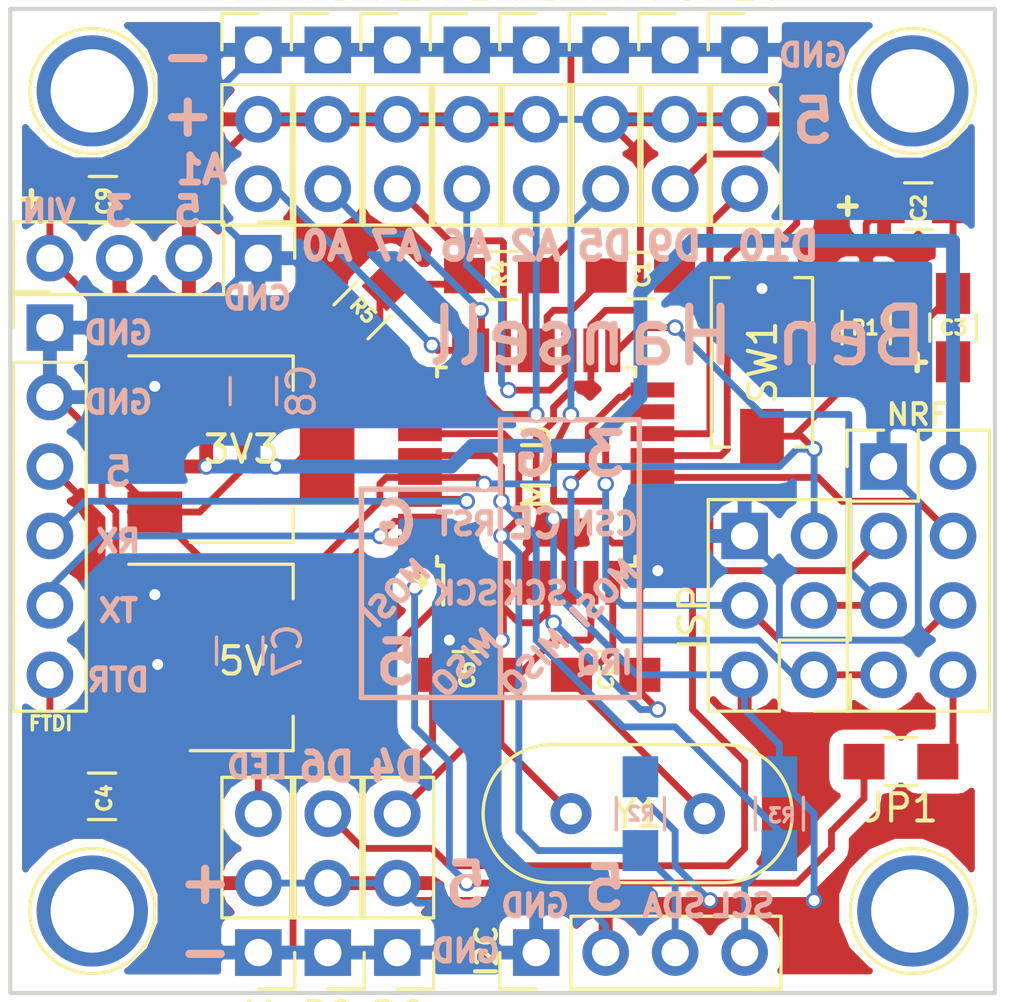
<source format=kicad_pcb>
(kicad_pcb (version 4) (host pcbnew 4.0.6)

  (general
    (links 103)
    (no_connects 1)
    (area 101.384999 92.844999 137.535001 128.995001)
    (thickness 1.6)
    (drawings 65)
    (tracks 460)
    (zones 0)
    (modules 40)
    (nets 33)
  )

  (page A4)
  (title_block
    (title "Radio Controller PCB")
  )

  (layers
    (0 F.Cu signal)
    (31 B.Cu signal)
    (32 B.Adhes user)
    (33 F.Adhes user)
    (34 B.Paste user)
    (35 F.Paste user)
    (36 B.SilkS user)
    (37 F.SilkS user)
    (38 B.Mask user)
    (39 F.Mask user)
    (40 Dwgs.User user)
    (41 Cmts.User user)
    (42 Eco1.User user)
    (43 Eco2.User user)
    (44 Edge.Cuts user)
    (45 Margin user)
    (46 B.CrtYd user)
    (47 F.CrtYd user)
    (48 B.Fab user)
    (49 F.Fab user)
  )

  (setup
    (last_trace_width 0.25)
    (trace_clearance 0.2)
    (zone_clearance 0.508)
    (zone_45_only no)
    (trace_min 0.2)
    (segment_width 0.2)
    (edge_width 0.15)
    (via_size 0.6)
    (via_drill 0.4)
    (via_min_size 0.4)
    (via_min_drill 0.3)
    (uvia_size 0.3)
    (uvia_drill 0.1)
    (uvias_allowed no)
    (uvia_min_size 0.2)
    (uvia_min_drill 0.1)
    (pcb_text_width 0.3)
    (pcb_text_size 1.5 1.5)
    (mod_edge_width 0.15)
    (mod_text_size 1 1)
    (mod_text_width 0.15)
    (pad_size 1.524 1.524)
    (pad_drill 0.762)
    (pad_to_mask_clearance 0.2)
    (aux_axis_origin 0 0)
    (visible_elements 7FFFFF9F)
    (pcbplotparams
      (layerselection 0x01030_80000001)
      (usegerberextensions true)
      (excludeedgelayer true)
      (linewidth 0.100000)
      (plotframeref false)
      (viasonmask false)
      (mode 1)
      (useauxorigin false)
      (hpglpennumber 1)
      (hpglpenspeed 20)
      (hpglpendiameter 15)
      (hpglpenoverlay 2)
      (psnegative false)
      (psa4output false)
      (plotreference true)
      (plotvalue true)
      (plotinvisibletext false)
      (padsonsilk false)
      (subtractmaskfromsilk false)
      (outputformat 1)
      (mirror false)
      (drillshape 0)
      (scaleselection 1)
      (outputdirectory Gerbers/))
  )

  (net 0 "")
  (net 1 "Net-(C1-Pad1)")
  (net 2 GND)
  (net 3 +5V)
  (net 4 +3V3)
  (net 5 /DTR)
  (net 6 /RST)
  (net 7 "Net-(C5-Pad2)")
  (net 8 "Net-(C6-Pad2)")
  (net 9 /RXD)
  (net 10 /TXD)
  (net 11 /SDA)
  (net 12 /SCL)
  (net 13 "Net-(JP1-Pad1)")
  (net 14 /IRQ)
  (net 15 /LED)
  (net 16 /CE)
  (net 17 /CSN)
  (net 18 /SCK)
  (net 19 /MOSI)
  (net 20 /MISO)
  (net 21 /BADC)
  (net 22 /VIN)
  (net 23 /D4)
  (net 24 /D5)
  (net 25 /D6)
  (net 26 /D9)
  (net 27 /D10)
  (net 28 /A6)
  (net 29 /A7)
  (net 30 /A0)
  (net 31 /A1)
  (net 32 /A2)

  (net_class Default "This is the default net class."
    (clearance 0.2)
    (trace_width 0.25)
    (via_dia 0.6)
    (via_drill 0.4)
    (uvia_dia 0.3)
    (uvia_drill 0.1)
    (add_net +5V)
    (add_net /A0)
    (add_net /A1)
    (add_net /A2)
    (add_net /A6)
    (add_net /A7)
    (add_net /BADC)
    (add_net /CE)
    (add_net /CSN)
    (add_net /D10)
    (add_net /D4)
    (add_net /D5)
    (add_net /D6)
    (add_net /D9)
    (add_net /DTR)
    (add_net /IRQ)
    (add_net /LED)
    (add_net /MISO)
    (add_net /MOSI)
    (add_net /RST)
    (add_net /RXD)
    (add_net /SCK)
    (add_net /SCL)
    (add_net /SDA)
    (add_net /TXD)
    (add_net /VIN)
    (add_net GND)
    (add_net "Net-(C1-Pad1)")
    (add_net "Net-(C5-Pad2)")
    (add_net "Net-(C6-Pad2)")
    (add_net "Net-(JP1-Pad1)")
  )

  (net_class Thick ""
    (clearance 0.2)
    (trace_width 0.508)
    (via_dia 0.6)
    (via_drill 0.4)
    (uvia_dia 0.3)
    (uvia_drill 0.1)
    (add_net +3V3)
  )

  (module Pin_Headers:Pin_Header_Straight_2x03_Pitch2.54mm (layer F.Cu) (tedit 5977B25C) (tstamp 597724D1)
    (at 130.85 117.28 180)
    (descr "Through hole straight pin header, 2x03, 2.54mm pitch, double rows")
    (tags "Through hole pin header THT 2x03 2.54mm double row")
    (path /5963E796)
    (fp_text reference ISP (at 4.4215 2.091 270) (layer F.SilkS)
      (effects (font (size 1 1) (thickness 0.15)))
    )
    (fp_text value AVR-ISP-6 (at 1.27 7.41 180) (layer F.Fab)
      (effects (font (size 1 1) (thickness 0.15)))
    )
    (fp_line (start 0 -1.27) (end 3.81 -1.27) (layer F.Fab) (width 0.1))
    (fp_line (start 3.81 -1.27) (end 3.81 6.35) (layer F.Fab) (width 0.1))
    (fp_line (start 3.81 6.35) (end -1.27 6.35) (layer F.Fab) (width 0.1))
    (fp_line (start -1.27 6.35) (end -1.27 0) (layer F.Fab) (width 0.1))
    (fp_line (start -1.27 0) (end 0 -1.27) (layer F.Fab) (width 0.1))
    (fp_line (start -1.33 6.41) (end 3.87 6.41) (layer F.SilkS) (width 0.12))
    (fp_line (start -1.33 1.27) (end -1.33 6.41) (layer F.SilkS) (width 0.12))
    (fp_line (start 3.87 -1.33) (end 3.87 6.41) (layer F.SilkS) (width 0.12))
    (fp_line (start -1.33 1.27) (end 1.27 1.27) (layer F.SilkS) (width 0.12))
    (fp_line (start 1.27 1.27) (end 1.27 -1.33) (layer F.SilkS) (width 0.12))
    (fp_line (start 1.27 -1.33) (end 3.87 -1.33) (layer F.SilkS) (width 0.12))
    (fp_line (start -1.33 0) (end -1.33 -1.33) (layer F.SilkS) (width 0.12))
    (fp_line (start -1.33 -1.33) (end 0 -1.33) (layer F.SilkS) (width 0.12))
    (fp_line (start -1.8 -1.8) (end -1.8 6.85) (layer F.CrtYd) (width 0.05))
    (fp_line (start -1.8 6.85) (end 4.35 6.85) (layer F.CrtYd) (width 0.05))
    (fp_line (start 4.35 6.85) (end 4.35 -1.8) (layer F.CrtYd) (width 0.05))
    (fp_line (start 4.35 -1.8) (end -1.8 -1.8) (layer F.CrtYd) (width 0.05))
    (fp_text user %R (at 1.27 2.54 270) (layer F.Fab)
      (effects (font (size 1 1) (thickness 0.15)))
    )
    (pad 1 thru_hole circle (at 0 0 180) (size 1.7 1.7) (drill 1) (layers *.Cu *.Mask)
      (net 20 /MISO))
    (pad 2 thru_hole oval (at 2.54 0 180) (size 1.7 1.7) (drill 1) (layers *.Cu *.Mask)
      (net 3 +5V))
    (pad 3 thru_hole oval (at 0 2.54 180) (size 1.7 1.7) (drill 1) (layers *.Cu *.Mask)
      (net 18 /SCK))
    (pad 4 thru_hole oval (at 2.54 2.54 180) (size 1.7 1.7) (drill 1) (layers *.Cu *.Mask)
      (net 19 /MOSI))
    (pad 5 thru_hole oval (at 0 5.08 180) (size 1.7 1.7) (drill 1) (layers *.Cu *.Mask)
      (net 6 /RST))
    (pad 6 thru_hole rect (at 2.54 5.08 180) (size 1.7 1.7) (drill 1) (layers *.Cu *.Mask)
      (net 2 GND))
    (model ${KISYS3DMOD}/Pin_Headers.3dshapes/Pin_Header_Straight_2x03_Pitch2.54mm.wrl
      (at (xyz 0 0 0))
      (scale (xyz 1 1 1))
      (rotate (xyz 0 0 0))
    )
  )

  (module Connectors:1pin locked (layer F.Cu) (tedit 5977AEB6) (tstamp 5977214D)
    (at 104.46 125.92)
    (descr "module 1 pin (ou trou mecanique de percage)")
    (tags DEV)
    (fp_text reference REF** (at -8.194 -0.2535) (layer F.SilkS)
      (effects (font (size 1 1) (thickness 0.15)))
    )
    (fp_text value 1pin (at 0 3) (layer F.Fab)
      (effects (font (size 1 1) (thickness 0.15)))
    )
    (fp_circle (center 0 0) (end 2 0.8) (layer F.Fab) (width 0.1))
    (fp_circle (center 0 0) (end 2.6 0) (layer F.CrtYd) (width 0.05))
    (fp_circle (center 0 0) (end 0 -2.286) (layer F.SilkS) (width 0.12))
    (pad 1 thru_hole circle (at 0 0) (size 4.064 4.064) (drill 3.048) (layers *.Cu *.Mask))
  )

  (module Connectors:1pin locked (layer F.Cu) (tedit 5977AEB2) (tstamp 59772146)
    (at 134.46 125.92)
    (descr "module 1 pin (ou trou mecanique de percage)")
    (tags DEV)
    (fp_text reference REF** (at 7.78 -0.19) (layer F.SilkS)
      (effects (font (size 1 1) (thickness 0.15)))
    )
    (fp_text value 1pin (at 0 3) (layer F.Fab)
      (effects (font (size 1 1) (thickness 0.15)))
    )
    (fp_circle (center 0 0) (end 2 0.8) (layer F.Fab) (width 0.1))
    (fp_circle (center 0 0) (end 2.6 0) (layer F.CrtYd) (width 0.05))
    (fp_circle (center 0 0) (end 0 -2.286) (layer F.SilkS) (width 0.12))
    (pad 1 thru_hole circle (at 0 0) (size 4.064 4.064) (drill 3.048) (layers *.Cu *.Mask))
  )

  (module Connectors:1pin locked (layer F.Cu) (tedit 5977AEAA) (tstamp 5977213F)
    (at 134.46 95.92)
    (descr "module 1 pin (ou trou mecanique de percage)")
    (tags DEV)
    (fp_text reference REF** (at 0.4775 -4.48) (layer F.SilkS)
      (effects (font (size 1 1) (thickness 0.15)))
    )
    (fp_text value 1pin (at 0 3) (layer F.Fab)
      (effects (font (size 1 1) (thickness 0.15)))
    )
    (fp_circle (center 0 0) (end 2 0.8) (layer F.Fab) (width 0.1))
    (fp_circle (center 0 0) (end 2.6 0) (layer F.CrtYd) (width 0.05))
    (fp_circle (center 0 0) (end 0 -2.286) (layer F.SilkS) (width 0.12))
    (pad 1 thru_hole circle (at 0 0) (size 4.064 4.064) (drill 3.048) (layers *.Cu *.Mask))
  )

  (module Capacitors_SMD:C_0805_HandSoldering (layer F.Cu) (tedit 5977BCBF) (tstamp 59771EC5)
    (at 124.5 102.675)
    (descr "Capacitor SMD 0805, hand soldering")
    (tags "capacitor 0805")
    (path /59635858)
    (attr smd)
    (fp_text reference C1 (at 0.087 -0.059 90) (layer F.SilkS)
      (effects (font (size 0.508 0.508) (thickness 0.127)))
    )
    (fp_text value C (at 0 1.75) (layer F.Fab)
      (effects (font (size 1 1) (thickness 0.15)))
    )
    (fp_text user %R (at 0 -1.75) (layer F.Fab)
      (effects (font (size 1 1) (thickness 0.15)))
    )
    (fp_line (start -1 0.62) (end -1 -0.62) (layer F.Fab) (width 0.1))
    (fp_line (start 1 0.62) (end -1 0.62) (layer F.Fab) (width 0.1))
    (fp_line (start 1 -0.62) (end 1 0.62) (layer F.Fab) (width 0.1))
    (fp_line (start -1 -0.62) (end 1 -0.62) (layer F.Fab) (width 0.1))
    (fp_line (start 0.5 -0.85) (end -0.5 -0.85) (layer F.SilkS) (width 0.12))
    (fp_line (start -0.5 0.85) (end 0.5 0.85) (layer F.SilkS) (width 0.12))
    (fp_line (start -2.25 -0.88) (end 2.25 -0.88) (layer F.CrtYd) (width 0.05))
    (fp_line (start -2.25 -0.88) (end -2.25 0.87) (layer F.CrtYd) (width 0.05))
    (fp_line (start 2.25 0.87) (end 2.25 -0.88) (layer F.CrtYd) (width 0.05))
    (fp_line (start 2.25 0.87) (end -2.25 0.87) (layer F.CrtYd) (width 0.05))
    (pad 1 smd rect (at -1.25 0) (size 1.5 1.25) (layers F.Cu F.Paste F.Mask)
      (net 1 "Net-(C1-Pad1)"))
    (pad 2 smd rect (at 1.25 0) (size 1.5 1.25) (layers F.Cu F.Paste F.Mask)
      (net 2 GND))
    (model Capacitors_SMD.3dshapes/C_0805.wrl
      (at (xyz 0 0 0))
      (scale (xyz 1 1 1))
      (rotate (xyz 0 0 0))
    )
  )

  (module Capacitors_SMD:C_0805_HandSoldering (layer F.Cu) (tedit 5977BCA8) (tstamp 59771ECB)
    (at 134.66 100.135 180)
    (descr "Capacitor SMD 0805, hand soldering")
    (tags "capacitor 0805")
    (path /5963DEEE)
    (attr smd)
    (fp_text reference C2 (at -0.0235 -0.068 270) (layer F.SilkS)
      (effects (font (size 0.508 0.508) (thickness 0.127)))
    )
    (fp_text value C (at 0 1.75 180) (layer F.Fab)
      (effects (font (size 1 1) (thickness 0.15)))
    )
    (fp_text user %R (at 0 -1.75 180) (layer F.Fab)
      (effects (font (size 1 1) (thickness 0.15)))
    )
    (fp_line (start -1 0.62) (end -1 -0.62) (layer F.Fab) (width 0.1))
    (fp_line (start 1 0.62) (end -1 0.62) (layer F.Fab) (width 0.1))
    (fp_line (start 1 -0.62) (end 1 0.62) (layer F.Fab) (width 0.1))
    (fp_line (start -1 -0.62) (end 1 -0.62) (layer F.Fab) (width 0.1))
    (fp_line (start 0.5 -0.85) (end -0.5 -0.85) (layer F.SilkS) (width 0.12))
    (fp_line (start -0.5 0.85) (end 0.5 0.85) (layer F.SilkS) (width 0.12))
    (fp_line (start -2.25 -0.88) (end 2.25 -0.88) (layer F.CrtYd) (width 0.05))
    (fp_line (start -2.25 -0.88) (end -2.25 0.87) (layer F.CrtYd) (width 0.05))
    (fp_line (start 2.25 0.87) (end 2.25 -0.88) (layer F.CrtYd) (width 0.05))
    (fp_line (start 2.25 0.87) (end -2.25 0.87) (layer F.CrtYd) (width 0.05))
    (pad 1 smd rect (at -1.25 0 180) (size 1.5 1.25) (layers F.Cu F.Paste F.Mask)
      (net 2 GND))
    (pad 2 smd rect (at 1.25 0 180) (size 1.5 1.25) (layers F.Cu F.Paste F.Mask)
      (net 3 +5V))
    (model Capacitors_SMD.3dshapes/C_0805.wrl
      (at (xyz 0 0 0))
      (scale (xyz 1 1 1))
      (rotate (xyz 0 0 0))
    )
  )

  (module Capacitors_SMD:C_0805_HandSoldering (layer F.Cu) (tedit 5977BCAC) (tstamp 59771ED1)
    (at 135.93 104.58 270)
    (descr "Capacitor SMD 0805, hand soldering")
    (tags "capacitor 0805")
    (path /5963E0F3)
    (attr smd)
    (fp_text reference C3 (at 0.0045 -0.0235 360) (layer F.SilkS)
      (effects (font (size 0.508 0.508) (thickness 0.127)))
    )
    (fp_text value C (at 0 1.75 270) (layer F.Fab)
      (effects (font (size 1 1) (thickness 0.15)))
    )
    (fp_text user %R (at 0 -1.75 270) (layer F.Fab)
      (effects (font (size 1 1) (thickness 0.15)))
    )
    (fp_line (start -1 0.62) (end -1 -0.62) (layer F.Fab) (width 0.1))
    (fp_line (start 1 0.62) (end -1 0.62) (layer F.Fab) (width 0.1))
    (fp_line (start 1 -0.62) (end 1 0.62) (layer F.Fab) (width 0.1))
    (fp_line (start -1 -0.62) (end 1 -0.62) (layer F.Fab) (width 0.1))
    (fp_line (start 0.5 -0.85) (end -0.5 -0.85) (layer F.SilkS) (width 0.12))
    (fp_line (start -0.5 0.85) (end 0.5 0.85) (layer F.SilkS) (width 0.12))
    (fp_line (start -2.25 -0.88) (end 2.25 -0.88) (layer F.CrtYd) (width 0.05))
    (fp_line (start -2.25 -0.88) (end -2.25 0.87) (layer F.CrtYd) (width 0.05))
    (fp_line (start 2.25 0.87) (end 2.25 -0.88) (layer F.CrtYd) (width 0.05))
    (fp_line (start 2.25 0.87) (end -2.25 0.87) (layer F.CrtYd) (width 0.05))
    (pad 1 smd rect (at -1.25 0 270) (size 1.5 1.25) (layers F.Cu F.Paste F.Mask)
      (net 2 GND))
    (pad 2 smd rect (at 1.25 0 270) (size 1.5 1.25) (layers F.Cu F.Paste F.Mask)
      (net 4 +3V3))
    (model Capacitors_SMD.3dshapes/C_0805.wrl
      (at (xyz 0 0 0))
      (scale (xyz 1 1 1))
      (rotate (xyz 0 0 0))
    )
  )

  (module Capacitors_SMD:C_0805_HandSoldering (layer F.Cu) (tedit 5977BC98) (tstamp 59771ED7)
    (at 104.815 121.725)
    (descr "Capacitor SMD 0805, hand soldering")
    (tags "capacitor 0805")
    (path /59636557)
    (attr smd)
    (fp_text reference C4 (at 0.087 0.068 90) (layer F.SilkS)
      (effects (font (size 0.508 0.508) (thickness 0.127)))
    )
    (fp_text value C (at 0 1.75) (layer F.Fab)
      (effects (font (size 1 1) (thickness 0.15)))
    )
    (fp_text user %R (at 0 -1.75) (layer F.Fab)
      (effects (font (size 1 1) (thickness 0.15)))
    )
    (fp_line (start -1 0.62) (end -1 -0.62) (layer F.Fab) (width 0.1))
    (fp_line (start 1 0.62) (end -1 0.62) (layer F.Fab) (width 0.1))
    (fp_line (start 1 -0.62) (end 1 0.62) (layer F.Fab) (width 0.1))
    (fp_line (start -1 -0.62) (end 1 -0.62) (layer F.Fab) (width 0.1))
    (fp_line (start 0.5 -0.85) (end -0.5 -0.85) (layer F.SilkS) (width 0.12))
    (fp_line (start -0.5 0.85) (end 0.5 0.85) (layer F.SilkS) (width 0.12))
    (fp_line (start -2.25 -0.88) (end 2.25 -0.88) (layer F.CrtYd) (width 0.05))
    (fp_line (start -2.25 -0.88) (end -2.25 0.87) (layer F.CrtYd) (width 0.05))
    (fp_line (start 2.25 0.87) (end 2.25 -0.88) (layer F.CrtYd) (width 0.05))
    (fp_line (start 2.25 0.87) (end -2.25 0.87) (layer F.CrtYd) (width 0.05))
    (pad 1 smd rect (at -1.25 0) (size 1.5 1.25) (layers F.Cu F.Paste F.Mask)
      (net 5 /DTR))
    (pad 2 smd rect (at 1.25 0) (size 1.5 1.25) (layers F.Cu F.Paste F.Mask)
      (net 6 /RST))
    (model Capacitors_SMD.3dshapes/C_0805.wrl
      (at (xyz 0 0 0))
      (scale (xyz 1 1 1))
      (rotate (xyz 0 0 0))
    )
  )

  (module Capacitors_SMD:C_0805_HandSoldering (layer F.Cu) (tedit 5977BCD6) (tstamp 59771EDD)
    (at 118.15 117.28)
    (descr "Capacitor SMD 0805, hand soldering")
    (tags "capacitor 0805")
    (path /59635EDD)
    (attr smd)
    (fp_text reference C5 (at 0.0235 0.0045 90) (layer F.SilkS)
      (effects (font (size 0.508 0.508) (thickness 0.127)))
    )
    (fp_text value C (at 0 1.75) (layer F.Fab)
      (effects (font (size 1 1) (thickness 0.15)))
    )
    (fp_text user %R (at 0 -1.75) (layer F.Fab)
      (effects (font (size 1 1) (thickness 0.15)))
    )
    (fp_line (start -1 0.62) (end -1 -0.62) (layer F.Fab) (width 0.1))
    (fp_line (start 1 0.62) (end -1 0.62) (layer F.Fab) (width 0.1))
    (fp_line (start 1 -0.62) (end 1 0.62) (layer F.Fab) (width 0.1))
    (fp_line (start -1 -0.62) (end 1 -0.62) (layer F.Fab) (width 0.1))
    (fp_line (start 0.5 -0.85) (end -0.5 -0.85) (layer F.SilkS) (width 0.12))
    (fp_line (start -0.5 0.85) (end 0.5 0.85) (layer F.SilkS) (width 0.12))
    (fp_line (start -2.25 -0.88) (end 2.25 -0.88) (layer F.CrtYd) (width 0.05))
    (fp_line (start -2.25 -0.88) (end -2.25 0.87) (layer F.CrtYd) (width 0.05))
    (fp_line (start 2.25 0.87) (end 2.25 -0.88) (layer F.CrtYd) (width 0.05))
    (fp_line (start 2.25 0.87) (end -2.25 0.87) (layer F.CrtYd) (width 0.05))
    (pad 1 smd rect (at -1.25 0) (size 1.5 1.25) (layers F.Cu F.Paste F.Mask)
      (net 2 GND))
    (pad 2 smd rect (at 1.25 0) (size 1.5 1.25) (layers F.Cu F.Paste F.Mask)
      (net 7 "Net-(C5-Pad2)"))
    (model Capacitors_SMD.3dshapes/C_0805.wrl
      (at (xyz 0 0 0))
      (scale (xyz 1 1 1))
      (rotate (xyz 0 0 0))
    )
  )

  (module Capacitors_SMD:C_0805_HandSoldering (layer F.Cu) (tedit 5977BCD9) (tstamp 59771EE3)
    (at 123.23 117.28 180)
    (descr "Capacitor SMD 0805, hand soldering")
    (tags "capacitor 0805")
    (path /59635FF4)
    (attr smd)
    (fp_text reference C6 (at -0.0235 -0.068 270) (layer F.SilkS)
      (effects (font (size 0.508 0.508) (thickness 0.127)))
    )
    (fp_text value C (at 0 1.75 180) (layer F.Fab)
      (effects (font (size 1 1) (thickness 0.15)))
    )
    (fp_text user %R (at 0 -1.75 180) (layer F.Fab)
      (effects (font (size 1 1) (thickness 0.15)))
    )
    (fp_line (start -1 0.62) (end -1 -0.62) (layer F.Fab) (width 0.1))
    (fp_line (start 1 0.62) (end -1 0.62) (layer F.Fab) (width 0.1))
    (fp_line (start 1 -0.62) (end 1 0.62) (layer F.Fab) (width 0.1))
    (fp_line (start -1 -0.62) (end 1 -0.62) (layer F.Fab) (width 0.1))
    (fp_line (start 0.5 -0.85) (end -0.5 -0.85) (layer F.SilkS) (width 0.12))
    (fp_line (start -0.5 0.85) (end 0.5 0.85) (layer F.SilkS) (width 0.12))
    (fp_line (start -2.25 -0.88) (end 2.25 -0.88) (layer F.CrtYd) (width 0.05))
    (fp_line (start -2.25 -0.88) (end -2.25 0.87) (layer F.CrtYd) (width 0.05))
    (fp_line (start 2.25 0.87) (end 2.25 -0.88) (layer F.CrtYd) (width 0.05))
    (fp_line (start 2.25 0.87) (end -2.25 0.87) (layer F.CrtYd) (width 0.05))
    (pad 1 smd rect (at -1.25 0 180) (size 1.5 1.25) (layers F.Cu F.Paste F.Mask)
      (net 2 GND))
    (pad 2 smd rect (at 1.25 0 180) (size 1.5 1.25) (layers F.Cu F.Paste F.Mask)
      (net 8 "Net-(C6-Pad2)"))
    (model Capacitors_SMD.3dshapes/C_0805.wrl
      (at (xyz 0 0 0))
      (scale (xyz 1 1 1))
      (rotate (xyz 0 0 0))
    )
  )

  (module Pin_Headers:Pin_Header_Straight_1x06_Pitch2.54mm (layer F.Cu) (tedit 5977B0FB) (tstamp 59771EED)
    (at 102.91 104.58)
    (descr "Through hole straight pin header, 1x06, 2.54mm pitch, single row")
    (tags "Through hole pin header THT 1x06 2.54mm single row")
    (path /59638ADC)
    (fp_text reference FTDI (at 0.0235 14.4825) (layer F.SilkS)
      (effects (font (size 0.508 0.508) (thickness 0.127)))
    )
    (fp_text value CONN_01X06 (at 0 15.03) (layer F.Fab)
      (effects (font (size 1 1) (thickness 0.15)))
    )
    (fp_line (start -0.635 -1.27) (end 1.27 -1.27) (layer F.Fab) (width 0.1))
    (fp_line (start 1.27 -1.27) (end 1.27 13.97) (layer F.Fab) (width 0.1))
    (fp_line (start 1.27 13.97) (end -1.27 13.97) (layer F.Fab) (width 0.1))
    (fp_line (start -1.27 13.97) (end -1.27 -0.635) (layer F.Fab) (width 0.1))
    (fp_line (start -1.27 -0.635) (end -0.635 -1.27) (layer F.Fab) (width 0.1))
    (fp_line (start -1.33 14.03) (end 1.33 14.03) (layer F.SilkS) (width 0.12))
    (fp_line (start -1.33 1.27) (end -1.33 14.03) (layer F.SilkS) (width 0.12))
    (fp_line (start 1.33 1.27) (end 1.33 14.03) (layer F.SilkS) (width 0.12))
    (fp_line (start -1.33 1.27) (end 1.33 1.27) (layer F.SilkS) (width 0.12))
    (fp_line (start -1.33 0) (end -1.33 -1.33) (layer F.SilkS) (width 0.12))
    (fp_line (start -1.33 -1.33) (end 0 -1.33) (layer F.SilkS) (width 0.12))
    (fp_line (start -1.8 -1.8) (end -1.8 14.5) (layer F.CrtYd) (width 0.05))
    (fp_line (start -1.8 14.5) (end 1.8 14.5) (layer F.CrtYd) (width 0.05))
    (fp_line (start 1.8 14.5) (end 1.8 -1.8) (layer F.CrtYd) (width 0.05))
    (fp_line (start 1.8 -1.8) (end -1.8 -1.8) (layer F.CrtYd) (width 0.05))
    (fp_text user %R (at 0 6.35 90) (layer F.Fab)
      (effects (font (size 1 1) (thickness 0.15)))
    )
    (pad 1 thru_hole rect (at 0 0) (size 1.7 1.7) (drill 1) (layers *.Cu *.Mask)
      (net 2 GND))
    (pad 2 thru_hole oval (at 0 2.54) (size 1.7 1.7) (drill 1) (layers *.Cu *.Mask)
      (net 2 GND))
    (pad 3 thru_hole oval (at 0 5.08) (size 1.7 1.7) (drill 1) (layers *.Cu *.Mask)
      (net 3 +5V))
    (pad 4 thru_hole oval (at 0 7.62) (size 1.7 1.7) (drill 1) (layers *.Cu *.Mask)
      (net 9 /RXD))
    (pad 5 thru_hole oval (at 0 10.16) (size 1.7 1.7) (drill 1) (layers *.Cu *.Mask)
      (net 10 /TXD))
    (pad 6 thru_hole oval (at 0 12.7) (size 1.7 1.7) (drill 1) (layers *.Cu *.Mask)
      (net 5 /DTR))
    (model ${KISYS3DMOD}/Pin_Headers.3dshapes/Pin_Header_Straight_1x06_Pitch2.54mm.wrl
      (at (xyz 0 0 0))
      (scale (xyz 1 1 1))
      (rotate (xyz 0 0 0))
    )
  )

  (module Pin_Headers:Pin_Header_Straight_1x04_Pitch2.54mm (layer F.Cu) (tedit 5977B05D) (tstamp 59771EF5)
    (at 120.69 127.44 90)
    (descr "Through hole straight pin header, 1x04, 2.54mm pitch, single row")
    (tags "Through hole pin header THT 1x04 2.54mm single row")
    (path /59639628)
    (fp_text reference I2C (at 0.059 -1.818 270) (layer F.SilkS)
      (effects (font (size 0.762 0.762) (thickness 0.15)))
    )
    (fp_text value CONN_01X04 (at 0 9.95 90) (layer F.Fab)
      (effects (font (size 1 1) (thickness 0.15)))
    )
    (fp_line (start -0.635 -1.27) (end 1.27 -1.27) (layer F.Fab) (width 0.1))
    (fp_line (start 1.27 -1.27) (end 1.27 8.89) (layer F.Fab) (width 0.1))
    (fp_line (start 1.27 8.89) (end -1.27 8.89) (layer F.Fab) (width 0.1))
    (fp_line (start -1.27 8.89) (end -1.27 -0.635) (layer F.Fab) (width 0.1))
    (fp_line (start -1.27 -0.635) (end -0.635 -1.27) (layer F.Fab) (width 0.1))
    (fp_line (start -1.33 8.95) (end 1.33 8.95) (layer F.SilkS) (width 0.12))
    (fp_line (start -1.33 1.27) (end -1.33 8.95) (layer F.SilkS) (width 0.12))
    (fp_line (start 1.33 1.27) (end 1.33 8.95) (layer F.SilkS) (width 0.12))
    (fp_line (start -1.33 1.27) (end 1.33 1.27) (layer F.SilkS) (width 0.12))
    (fp_line (start -1.33 0) (end -1.33 -1.33) (layer F.SilkS) (width 0.12))
    (fp_line (start -1.33 -1.33) (end 0 -1.33) (layer F.SilkS) (width 0.12))
    (fp_line (start -1.8 -1.8) (end -1.8 9.4) (layer F.CrtYd) (width 0.05))
    (fp_line (start -1.8 9.4) (end 1.8 9.4) (layer F.CrtYd) (width 0.05))
    (fp_line (start 1.8 9.4) (end 1.8 -1.8) (layer F.CrtYd) (width 0.05))
    (fp_line (start 1.8 -1.8) (end -1.8 -1.8) (layer F.CrtYd) (width 0.05))
    (fp_text user %R (at 0 3.81 180) (layer F.Fab)
      (effects (font (size 1 1) (thickness 0.15)))
    )
    (pad 1 thru_hole rect (at 0 0 90) (size 1.7 1.7) (drill 1) (layers *.Cu *.Mask)
      (net 2 GND))
    (pad 2 thru_hole oval (at 0 2.54 90) (size 1.7 1.7) (drill 1) (layers *.Cu *.Mask)
      (net 3 +5V))
    (pad 3 thru_hole oval (at 0 5.08 90) (size 1.7 1.7) (drill 1) (layers *.Cu *.Mask)
      (net 11 /SDA))
    (pad 4 thru_hole oval (at 0 7.62 90) (size 1.7 1.7) (drill 1) (layers *.Cu *.Mask)
      (net 12 /SCL))
    (model ${KISYS3DMOD}/Pin_Headers.3dshapes/Pin_Header_Straight_1x04_Pitch2.54mm.wrl
      (at (xyz 0 0 0))
      (scale (xyz 1 1 1))
      (rotate (xyz 0 0 0))
    )
  )

  (module Housings_QFP:TQFP-32_7x7mm_Pitch0.8mm (layer F.Cu) (tedit 5977AE99) (tstamp 59771F19)
    (at 120.69 109.66 90)
    (descr "32-Lead Plastic Thin Quad Flatpack (PT) - 7x7x1.0 mm Body, 2.00 mm [TQFP] (see Microchip Packaging Specification 00000049BS.pdf)")
    (tags "QFP 0.8")
    (path /596356BE)
    (attr smd)
    (fp_text reference MCU (at -0.0045 0.0235 90) (layer F.SilkS)
      (effects (font (size 1 1) (thickness 0.15)))
    )
    (fp_text value ATMEGA328P-A (at 0 6.05 90) (layer F.Fab)
      (effects (font (size 1 1) (thickness 0.15)))
    )
    (fp_text user %R (at 0 0 90) (layer F.Fab)
      (effects (font (size 1 1) (thickness 0.15)))
    )
    (fp_line (start -2.5 -3.5) (end 3.5 -3.5) (layer F.Fab) (width 0.15))
    (fp_line (start 3.5 -3.5) (end 3.5 3.5) (layer F.Fab) (width 0.15))
    (fp_line (start 3.5 3.5) (end -3.5 3.5) (layer F.Fab) (width 0.15))
    (fp_line (start -3.5 3.5) (end -3.5 -2.5) (layer F.Fab) (width 0.15))
    (fp_line (start -3.5 -2.5) (end -2.5 -3.5) (layer F.Fab) (width 0.15))
    (fp_line (start -5.3 -5.3) (end -5.3 5.3) (layer F.CrtYd) (width 0.05))
    (fp_line (start 5.3 -5.3) (end 5.3 5.3) (layer F.CrtYd) (width 0.05))
    (fp_line (start -5.3 -5.3) (end 5.3 -5.3) (layer F.CrtYd) (width 0.05))
    (fp_line (start -5.3 5.3) (end 5.3 5.3) (layer F.CrtYd) (width 0.05))
    (fp_line (start -3.625 -3.625) (end -3.625 -3.4) (layer F.SilkS) (width 0.15))
    (fp_line (start 3.625 -3.625) (end 3.625 -3.3) (layer F.SilkS) (width 0.15))
    (fp_line (start 3.625 3.625) (end 3.625 3.3) (layer F.SilkS) (width 0.15))
    (fp_line (start -3.625 3.625) (end -3.625 3.3) (layer F.SilkS) (width 0.15))
    (fp_line (start -3.625 -3.625) (end -3.3 -3.625) (layer F.SilkS) (width 0.15))
    (fp_line (start -3.625 3.625) (end -3.3 3.625) (layer F.SilkS) (width 0.15))
    (fp_line (start 3.625 3.625) (end 3.3 3.625) (layer F.SilkS) (width 0.15))
    (fp_line (start 3.625 -3.625) (end 3.3 -3.625) (layer F.SilkS) (width 0.15))
    (fp_line (start -3.625 -3.4) (end -5.05 -3.4) (layer F.SilkS) (width 0.15))
    (pad 1 smd rect (at -4.25 -2.8 90) (size 1.6 0.55) (layers F.Cu F.Paste F.Mask)
      (net 15 /LED))
    (pad 2 smd rect (at -4.25 -2 90) (size 1.6 0.55) (layers F.Cu F.Paste F.Mask)
      (net 23 /D4))
    (pad 3 smd rect (at -4.25 -1.2 90) (size 1.6 0.55) (layers F.Cu F.Paste F.Mask)
      (net 2 GND))
    (pad 4 smd rect (at -4.25 -0.4 90) (size 1.6 0.55) (layers F.Cu F.Paste F.Mask)
      (net 3 +5V))
    (pad 5 smd rect (at -4.25 0.4 90) (size 1.6 0.55) (layers F.Cu F.Paste F.Mask)
      (net 2 GND))
    (pad 6 smd rect (at -4.25 1.2 90) (size 1.6 0.55) (layers F.Cu F.Paste F.Mask)
      (net 3 +5V))
    (pad 7 smd rect (at -4.25 2 90) (size 1.6 0.55) (layers F.Cu F.Paste F.Mask)
      (net 7 "Net-(C5-Pad2)"))
    (pad 8 smd rect (at -4.25 2.8 90) (size 1.6 0.55) (layers F.Cu F.Paste F.Mask)
      (net 8 "Net-(C6-Pad2)"))
    (pad 9 smd rect (at -2.8 4.25 180) (size 1.6 0.55) (layers F.Cu F.Paste F.Mask)
      (net 24 /D5))
    (pad 10 smd rect (at -2 4.25 180) (size 1.6 0.55) (layers F.Cu F.Paste F.Mask)
      (net 25 /D6))
    (pad 11 smd rect (at -1.2 4.25 180) (size 1.6 0.55) (layers F.Cu F.Paste F.Mask)
      (net 16 /CE))
    (pad 12 smd rect (at -0.4 4.25 180) (size 1.6 0.55) (layers F.Cu F.Paste F.Mask)
      (net 17 /CSN))
    (pad 13 smd rect (at 0.4 4.25 180) (size 1.6 0.55) (layers F.Cu F.Paste F.Mask)
      (net 26 /D9))
    (pad 14 smd rect (at 1.2 4.25 180) (size 1.6 0.55) (layers F.Cu F.Paste F.Mask)
      (net 27 /D10))
    (pad 15 smd rect (at 2 4.25 180) (size 1.6 0.55) (layers F.Cu F.Paste F.Mask)
      (net 19 /MOSI))
    (pad 16 smd rect (at 2.8 4.25 180) (size 1.6 0.55) (layers F.Cu F.Paste F.Mask)
      (net 20 /MISO))
    (pad 17 smd rect (at 4.25 2.8 90) (size 1.6 0.55) (layers F.Cu F.Paste F.Mask)
      (net 18 /SCK))
    (pad 18 smd rect (at 4.25 2 90) (size 1.6 0.55) (layers F.Cu F.Paste F.Mask)
      (net 3 +5V))
    (pad 19 smd rect (at 4.25 1.2 90) (size 1.6 0.55) (layers F.Cu F.Paste F.Mask)
      (net 28 /A6))
    (pad 20 smd rect (at 4.25 0.4 90) (size 1.6 0.55) (layers F.Cu F.Paste F.Mask)
      (net 1 "Net-(C1-Pad1)"))
    (pad 21 smd rect (at 4.25 -0.4 90) (size 1.6 0.55) (layers F.Cu F.Paste F.Mask)
      (net 2 GND))
    (pad 22 smd rect (at 4.25 -1.2 90) (size 1.6 0.55) (layers F.Cu F.Paste F.Mask)
      (net 29 /A7))
    (pad 23 smd rect (at 4.25 -2 90) (size 1.6 0.55) (layers F.Cu F.Paste F.Mask)
      (net 30 /A0))
    (pad 24 smd rect (at 4.25 -2.8 90) (size 1.6 0.55) (layers F.Cu F.Paste F.Mask)
      (net 31 /A1))
    (pad 25 smd rect (at 2.8 -4.25 180) (size 1.6 0.55) (layers F.Cu F.Paste F.Mask)
      (net 32 /A2))
    (pad 26 smd rect (at 2 -4.25 180) (size 1.6 0.55) (layers F.Cu F.Paste F.Mask)
      (net 21 /BADC))
    (pad 27 smd rect (at 1.2 -4.25 180) (size 1.6 0.55) (layers F.Cu F.Paste F.Mask)
      (net 11 /SDA))
    (pad 28 smd rect (at 0.4 -4.25 180) (size 1.6 0.55) (layers F.Cu F.Paste F.Mask)
      (net 12 /SCL))
    (pad 29 smd rect (at -0.4 -4.25 180) (size 1.6 0.55) (layers F.Cu F.Paste F.Mask)
      (net 6 /RST))
    (pad 30 smd rect (at -1.2 -4.25 180) (size 1.6 0.55) (layers F.Cu F.Paste F.Mask)
      (net 9 /RXD))
    (pad 31 smd rect (at -2 -4.25 180) (size 1.6 0.55) (layers F.Cu F.Paste F.Mask)
      (net 10 /TXD))
    (pad 32 smd rect (at -2.8 -4.25 180) (size 1.6 0.55) (layers F.Cu F.Paste F.Mask)
      (net 14 /IRQ))
    (model ${KISYS3DMOD}/Housings_QFP.3dshapes/TQFP-32_7x7mm_Pitch0.8mm.wrl
      (at (xyz 0 0 0))
      (scale (xyz 1 1 1))
      (rotate (xyz 0 0 0))
    )
  )

  (module Resistors_SMD:R_0805_HandSoldering (layer F.Cu) (tedit 58E0A804) (tstamp 59771F1F)
    (at 134.025 120.455 180)
    (descr "Resistor SMD 0805, hand soldering")
    (tags "resistor 0805")
    (path /5964212C)
    (attr smd)
    (fp_text reference JP1 (at 0 -1.7 180) (layer F.SilkS)
      (effects (font (size 1 1) (thickness 0.15)))
    )
    (fp_text value Jumper_NO_Small (at 0 1.75 180) (layer F.Fab)
      (effects (font (size 1 1) (thickness 0.15)))
    )
    (fp_text user %R (at 0 0 180) (layer F.Fab)
      (effects (font (size 0.5 0.5) (thickness 0.075)))
    )
    (fp_line (start -1 0.62) (end -1 -0.62) (layer F.Fab) (width 0.1))
    (fp_line (start 1 0.62) (end -1 0.62) (layer F.Fab) (width 0.1))
    (fp_line (start 1 -0.62) (end 1 0.62) (layer F.Fab) (width 0.1))
    (fp_line (start -1 -0.62) (end 1 -0.62) (layer F.Fab) (width 0.1))
    (fp_line (start 0.6 0.88) (end -0.6 0.88) (layer F.SilkS) (width 0.12))
    (fp_line (start -0.6 -0.88) (end 0.6 -0.88) (layer F.SilkS) (width 0.12))
    (fp_line (start -2.35 -0.9) (end 2.35 -0.9) (layer F.CrtYd) (width 0.05))
    (fp_line (start -2.35 -0.9) (end -2.35 0.9) (layer F.CrtYd) (width 0.05))
    (fp_line (start 2.35 0.9) (end 2.35 -0.9) (layer F.CrtYd) (width 0.05))
    (fp_line (start 2.35 0.9) (end -2.35 0.9) (layer F.CrtYd) (width 0.05))
    (pad 1 smd rect (at -1.35 0 180) (size 1.5 1.3) (layers F.Cu F.Paste F.Mask)
      (net 13 "Net-(JP1-Pad1)"))
    (pad 2 smd rect (at 1.35 0 180) (size 1.5 1.3) (layers F.Cu F.Paste F.Mask)
      (net 14 /IRQ))
    (model ${KISYS3DMOD}/Resistors_SMD.3dshapes/R_0805.wrl
      (at (xyz 0 0 0))
      (scale (xyz 1 1 1))
      (rotate (xyz 0 0 0))
    )
  )

  (module Pin_Headers:Pin_Header_Straight_1x03_Pitch2.54mm (layer F.Cu) (tedit 59650532) (tstamp 59771F2F)
    (at 118.15 94.42)
    (descr "Through hole straight pin header, 1x03, 2.54mm pitch, single row")
    (tags "Through hole pin header THT 1x03 2.54mm single row")
    (path /5963EF5C)
    (fp_text reference P1 (at 0 -2.33) (layer F.SilkS)
      (effects (font (size 1 1) (thickness 0.15)))
    )
    (fp_text value CONN_01X03 (at 0 7.41) (layer F.Fab)
      (effects (font (size 1 1) (thickness 0.15)))
    )
    (fp_line (start -0.635 -1.27) (end 1.27 -1.27) (layer F.Fab) (width 0.1))
    (fp_line (start 1.27 -1.27) (end 1.27 6.35) (layer F.Fab) (width 0.1))
    (fp_line (start 1.27 6.35) (end -1.27 6.35) (layer F.Fab) (width 0.1))
    (fp_line (start -1.27 6.35) (end -1.27 -0.635) (layer F.Fab) (width 0.1))
    (fp_line (start -1.27 -0.635) (end -0.635 -1.27) (layer F.Fab) (width 0.1))
    (fp_line (start -1.33 6.41) (end 1.33 6.41) (layer F.SilkS) (width 0.12))
    (fp_line (start -1.33 1.27) (end -1.33 6.41) (layer F.SilkS) (width 0.12))
    (fp_line (start 1.33 1.27) (end 1.33 6.41) (layer F.SilkS) (width 0.12))
    (fp_line (start -1.33 1.27) (end 1.33 1.27) (layer F.SilkS) (width 0.12))
    (fp_line (start -1.33 0) (end -1.33 -1.33) (layer F.SilkS) (width 0.12))
    (fp_line (start -1.33 -1.33) (end 0 -1.33) (layer F.SilkS) (width 0.12))
    (fp_line (start -1.8 -1.8) (end -1.8 6.85) (layer F.CrtYd) (width 0.05))
    (fp_line (start -1.8 6.85) (end 1.8 6.85) (layer F.CrtYd) (width 0.05))
    (fp_line (start 1.8 6.85) (end 1.8 -1.8) (layer F.CrtYd) (width 0.05))
    (fp_line (start 1.8 -1.8) (end -1.8 -1.8) (layer F.CrtYd) (width 0.05))
    (fp_text user %R (at 0 2.54 90) (layer F.Fab)
      (effects (font (size 1 1) (thickness 0.15)))
    )
    (pad 1 thru_hole rect (at 0 0) (size 1.7 1.7) (drill 1) (layers *.Cu *.Mask)
      (net 2 GND))
    (pad 2 thru_hole oval (at 0 2.54) (size 1.7 1.7) (drill 1) (layers *.Cu *.Mask)
      (net 3 +5V))
    (pad 3 thru_hole oval (at 0 5.08) (size 1.7 1.7) (drill 1) (layers *.Cu *.Mask)
      (net 28 /A6))
    (model ${KISYS3DMOD}/Pin_Headers.3dshapes/Pin_Header_Straight_1x03_Pitch2.54mm.wrl
      (at (xyz 0 0 0))
      (scale (xyz 1 1 1))
      (rotate (xyz 0 0 0))
    )
  )

  (module Pin_Headers:Pin_Header_Straight_1x03_Pitch2.54mm (layer F.Cu) (tedit 59650532) (tstamp 59771F36)
    (at 115.61 94.42)
    (descr "Through hole straight pin header, 1x03, 2.54mm pitch, single row")
    (tags "Through hole pin header THT 1x03 2.54mm single row")
    (path /5963FB94)
    (fp_text reference P2 (at 0 -2.33) (layer F.SilkS)
      (effects (font (size 1 1) (thickness 0.15)))
    )
    (fp_text value CONN_01X03 (at 0 7.41) (layer F.Fab)
      (effects (font (size 1 1) (thickness 0.15)))
    )
    (fp_line (start -0.635 -1.27) (end 1.27 -1.27) (layer F.Fab) (width 0.1))
    (fp_line (start 1.27 -1.27) (end 1.27 6.35) (layer F.Fab) (width 0.1))
    (fp_line (start 1.27 6.35) (end -1.27 6.35) (layer F.Fab) (width 0.1))
    (fp_line (start -1.27 6.35) (end -1.27 -0.635) (layer F.Fab) (width 0.1))
    (fp_line (start -1.27 -0.635) (end -0.635 -1.27) (layer F.Fab) (width 0.1))
    (fp_line (start -1.33 6.41) (end 1.33 6.41) (layer F.SilkS) (width 0.12))
    (fp_line (start -1.33 1.27) (end -1.33 6.41) (layer F.SilkS) (width 0.12))
    (fp_line (start 1.33 1.27) (end 1.33 6.41) (layer F.SilkS) (width 0.12))
    (fp_line (start -1.33 1.27) (end 1.33 1.27) (layer F.SilkS) (width 0.12))
    (fp_line (start -1.33 0) (end -1.33 -1.33) (layer F.SilkS) (width 0.12))
    (fp_line (start -1.33 -1.33) (end 0 -1.33) (layer F.SilkS) (width 0.12))
    (fp_line (start -1.8 -1.8) (end -1.8 6.85) (layer F.CrtYd) (width 0.05))
    (fp_line (start -1.8 6.85) (end 1.8 6.85) (layer F.CrtYd) (width 0.05))
    (fp_line (start 1.8 6.85) (end 1.8 -1.8) (layer F.CrtYd) (width 0.05))
    (fp_line (start 1.8 -1.8) (end -1.8 -1.8) (layer F.CrtYd) (width 0.05))
    (fp_text user %R (at 0 2.54 90) (layer F.Fab)
      (effects (font (size 1 1) (thickness 0.15)))
    )
    (pad 1 thru_hole rect (at 0 0) (size 1.7 1.7) (drill 1) (layers *.Cu *.Mask)
      (net 2 GND))
    (pad 2 thru_hole oval (at 0 2.54) (size 1.7 1.7) (drill 1) (layers *.Cu *.Mask)
      (net 3 +5V))
    (pad 3 thru_hole oval (at 0 5.08) (size 1.7 1.7) (drill 1) (layers *.Cu *.Mask)
      (net 29 /A7))
    (model ${KISYS3DMOD}/Pin_Headers.3dshapes/Pin_Header_Straight_1x03_Pitch2.54mm.wrl
      (at (xyz 0 0 0))
      (scale (xyz 1 1 1))
      (rotate (xyz 0 0 0))
    )
  )

  (module Pin_Headers:Pin_Header_Straight_1x03_Pitch2.54mm (layer F.Cu) (tedit 59650532) (tstamp 59771F3D)
    (at 113.07 94.42)
    (descr "Through hole straight pin header, 1x03, 2.54mm pitch, single row")
    (tags "Through hole pin header THT 1x03 2.54mm single row")
    (path /5963FF5C)
    (fp_text reference P3 (at 0 -2.33) (layer F.SilkS)
      (effects (font (size 1 1) (thickness 0.15)))
    )
    (fp_text value CONN_01X03 (at 0 7.41) (layer F.Fab)
      (effects (font (size 1 1) (thickness 0.15)))
    )
    (fp_line (start -0.635 -1.27) (end 1.27 -1.27) (layer F.Fab) (width 0.1))
    (fp_line (start 1.27 -1.27) (end 1.27 6.35) (layer F.Fab) (width 0.1))
    (fp_line (start 1.27 6.35) (end -1.27 6.35) (layer F.Fab) (width 0.1))
    (fp_line (start -1.27 6.35) (end -1.27 -0.635) (layer F.Fab) (width 0.1))
    (fp_line (start -1.27 -0.635) (end -0.635 -1.27) (layer F.Fab) (width 0.1))
    (fp_line (start -1.33 6.41) (end 1.33 6.41) (layer F.SilkS) (width 0.12))
    (fp_line (start -1.33 1.27) (end -1.33 6.41) (layer F.SilkS) (width 0.12))
    (fp_line (start 1.33 1.27) (end 1.33 6.41) (layer F.SilkS) (width 0.12))
    (fp_line (start -1.33 1.27) (end 1.33 1.27) (layer F.SilkS) (width 0.12))
    (fp_line (start -1.33 0) (end -1.33 -1.33) (layer F.SilkS) (width 0.12))
    (fp_line (start -1.33 -1.33) (end 0 -1.33) (layer F.SilkS) (width 0.12))
    (fp_line (start -1.8 -1.8) (end -1.8 6.85) (layer F.CrtYd) (width 0.05))
    (fp_line (start -1.8 6.85) (end 1.8 6.85) (layer F.CrtYd) (width 0.05))
    (fp_line (start 1.8 6.85) (end 1.8 -1.8) (layer F.CrtYd) (width 0.05))
    (fp_line (start 1.8 -1.8) (end -1.8 -1.8) (layer F.CrtYd) (width 0.05))
    (fp_text user %R (at 0 2.54 90) (layer F.Fab)
      (effects (font (size 1 1) (thickness 0.15)))
    )
    (pad 1 thru_hole rect (at 0 0) (size 1.7 1.7) (drill 1) (layers *.Cu *.Mask)
      (net 2 GND))
    (pad 2 thru_hole oval (at 0 2.54) (size 1.7 1.7) (drill 1) (layers *.Cu *.Mask)
      (net 3 +5V))
    (pad 3 thru_hole oval (at 0 5.08) (size 1.7 1.7) (drill 1) (layers *.Cu *.Mask)
      (net 30 /A0))
    (model ${KISYS3DMOD}/Pin_Headers.3dshapes/Pin_Header_Straight_1x03_Pitch2.54mm.wrl
      (at (xyz 0 0 0))
      (scale (xyz 1 1 1))
      (rotate (xyz 0 0 0))
    )
  )

  (module Pin_Headers:Pin_Header_Straight_1x03_Pitch2.54mm (layer F.Cu) (tedit 59650532) (tstamp 59771F44)
    (at 110.53 94.42)
    (descr "Through hole straight pin header, 1x03, 2.54mm pitch, single row")
    (tags "Through hole pin header THT 1x03 2.54mm single row")
    (path /5963FF72)
    (fp_text reference P4 (at 0 -2.33) (layer F.SilkS)
      (effects (font (size 1 1) (thickness 0.15)))
    )
    (fp_text value CONN_01X03 (at 0 7.41) (layer F.Fab)
      (effects (font (size 1 1) (thickness 0.15)))
    )
    (fp_line (start -0.635 -1.27) (end 1.27 -1.27) (layer F.Fab) (width 0.1))
    (fp_line (start 1.27 -1.27) (end 1.27 6.35) (layer F.Fab) (width 0.1))
    (fp_line (start 1.27 6.35) (end -1.27 6.35) (layer F.Fab) (width 0.1))
    (fp_line (start -1.27 6.35) (end -1.27 -0.635) (layer F.Fab) (width 0.1))
    (fp_line (start -1.27 -0.635) (end -0.635 -1.27) (layer F.Fab) (width 0.1))
    (fp_line (start -1.33 6.41) (end 1.33 6.41) (layer F.SilkS) (width 0.12))
    (fp_line (start -1.33 1.27) (end -1.33 6.41) (layer F.SilkS) (width 0.12))
    (fp_line (start 1.33 1.27) (end 1.33 6.41) (layer F.SilkS) (width 0.12))
    (fp_line (start -1.33 1.27) (end 1.33 1.27) (layer F.SilkS) (width 0.12))
    (fp_line (start -1.33 0) (end -1.33 -1.33) (layer F.SilkS) (width 0.12))
    (fp_line (start -1.33 -1.33) (end 0 -1.33) (layer F.SilkS) (width 0.12))
    (fp_line (start -1.8 -1.8) (end -1.8 6.85) (layer F.CrtYd) (width 0.05))
    (fp_line (start -1.8 6.85) (end 1.8 6.85) (layer F.CrtYd) (width 0.05))
    (fp_line (start 1.8 6.85) (end 1.8 -1.8) (layer F.CrtYd) (width 0.05))
    (fp_line (start 1.8 -1.8) (end -1.8 -1.8) (layer F.CrtYd) (width 0.05))
    (fp_text user %R (at 0 2.54 90) (layer F.Fab)
      (effects (font (size 1 1) (thickness 0.15)))
    )
    (pad 1 thru_hole rect (at 0 0) (size 1.7 1.7) (drill 1) (layers *.Cu *.Mask)
      (net 2 GND))
    (pad 2 thru_hole oval (at 0 2.54) (size 1.7 1.7) (drill 1) (layers *.Cu *.Mask)
      (net 3 +5V))
    (pad 3 thru_hole oval (at 0 5.08) (size 1.7 1.7) (drill 1) (layers *.Cu *.Mask)
      (net 31 /A1))
    (model ${KISYS3DMOD}/Pin_Headers.3dshapes/Pin_Header_Straight_1x03_Pitch2.54mm.wrl
      (at (xyz 0 0 0))
      (scale (xyz 1 1 1))
      (rotate (xyz 0 0 0))
    )
  )

  (module Pin_Headers:Pin_Header_Straight_1x03_Pitch2.54mm (layer F.Cu) (tedit 59650532) (tstamp 59771F4B)
    (at 120.69 94.42)
    (descr "Through hole straight pin header, 1x03, 2.54mm pitch, single row")
    (tags "Through hole pin header THT 1x03 2.54mm single row")
    (path /59640750)
    (fp_text reference P5 (at 0 -2.33) (layer F.SilkS)
      (effects (font (size 1 1) (thickness 0.15)))
    )
    (fp_text value CONN_01X03 (at 0 7.41) (layer F.Fab)
      (effects (font (size 1 1) (thickness 0.15)))
    )
    (fp_line (start -0.635 -1.27) (end 1.27 -1.27) (layer F.Fab) (width 0.1))
    (fp_line (start 1.27 -1.27) (end 1.27 6.35) (layer F.Fab) (width 0.1))
    (fp_line (start 1.27 6.35) (end -1.27 6.35) (layer F.Fab) (width 0.1))
    (fp_line (start -1.27 6.35) (end -1.27 -0.635) (layer F.Fab) (width 0.1))
    (fp_line (start -1.27 -0.635) (end -0.635 -1.27) (layer F.Fab) (width 0.1))
    (fp_line (start -1.33 6.41) (end 1.33 6.41) (layer F.SilkS) (width 0.12))
    (fp_line (start -1.33 1.27) (end -1.33 6.41) (layer F.SilkS) (width 0.12))
    (fp_line (start 1.33 1.27) (end 1.33 6.41) (layer F.SilkS) (width 0.12))
    (fp_line (start -1.33 1.27) (end 1.33 1.27) (layer F.SilkS) (width 0.12))
    (fp_line (start -1.33 0) (end -1.33 -1.33) (layer F.SilkS) (width 0.12))
    (fp_line (start -1.33 -1.33) (end 0 -1.33) (layer F.SilkS) (width 0.12))
    (fp_line (start -1.8 -1.8) (end -1.8 6.85) (layer F.CrtYd) (width 0.05))
    (fp_line (start -1.8 6.85) (end 1.8 6.85) (layer F.CrtYd) (width 0.05))
    (fp_line (start 1.8 6.85) (end 1.8 -1.8) (layer F.CrtYd) (width 0.05))
    (fp_line (start 1.8 -1.8) (end -1.8 -1.8) (layer F.CrtYd) (width 0.05))
    (fp_text user %R (at 0 2.54 90) (layer F.Fab)
      (effects (font (size 1 1) (thickness 0.15)))
    )
    (pad 1 thru_hole rect (at 0 0) (size 1.7 1.7) (drill 1) (layers *.Cu *.Mask)
      (net 2 GND))
    (pad 2 thru_hole oval (at 0 2.54) (size 1.7 1.7) (drill 1) (layers *.Cu *.Mask)
      (net 3 +5V))
    (pad 3 thru_hole oval (at 0 5.08) (size 1.7 1.7) (drill 1) (layers *.Cu *.Mask)
      (net 32 /A2))
    (model ${KISYS3DMOD}/Pin_Headers.3dshapes/Pin_Header_Straight_1x03_Pitch2.54mm.wrl
      (at (xyz 0 0 0))
      (scale (xyz 1 1 1))
      (rotate (xyz 0 0 0))
    )
  )

  (module Pin_Headers:Pin_Header_Straight_1x03_Pitch2.54mm (layer F.Cu) (tedit 59650532) (tstamp 59771F52)
    (at 115.61 127.44 180)
    (descr "Through hole straight pin header, 1x03, 2.54mm pitch, single row")
    (tags "Through hole pin header THT 1x03 2.54mm single row")
    (path /59640766)
    (fp_text reference P6 (at 0 -2.33 180) (layer F.SilkS)
      (effects (font (size 1 1) (thickness 0.15)))
    )
    (fp_text value CONN_01X03 (at 0 7.41 180) (layer F.Fab)
      (effects (font (size 1 1) (thickness 0.15)))
    )
    (fp_line (start -0.635 -1.27) (end 1.27 -1.27) (layer F.Fab) (width 0.1))
    (fp_line (start 1.27 -1.27) (end 1.27 6.35) (layer F.Fab) (width 0.1))
    (fp_line (start 1.27 6.35) (end -1.27 6.35) (layer F.Fab) (width 0.1))
    (fp_line (start -1.27 6.35) (end -1.27 -0.635) (layer F.Fab) (width 0.1))
    (fp_line (start -1.27 -0.635) (end -0.635 -1.27) (layer F.Fab) (width 0.1))
    (fp_line (start -1.33 6.41) (end 1.33 6.41) (layer F.SilkS) (width 0.12))
    (fp_line (start -1.33 1.27) (end -1.33 6.41) (layer F.SilkS) (width 0.12))
    (fp_line (start 1.33 1.27) (end 1.33 6.41) (layer F.SilkS) (width 0.12))
    (fp_line (start -1.33 1.27) (end 1.33 1.27) (layer F.SilkS) (width 0.12))
    (fp_line (start -1.33 0) (end -1.33 -1.33) (layer F.SilkS) (width 0.12))
    (fp_line (start -1.33 -1.33) (end 0 -1.33) (layer F.SilkS) (width 0.12))
    (fp_line (start -1.8 -1.8) (end -1.8 6.85) (layer F.CrtYd) (width 0.05))
    (fp_line (start -1.8 6.85) (end 1.8 6.85) (layer F.CrtYd) (width 0.05))
    (fp_line (start 1.8 6.85) (end 1.8 -1.8) (layer F.CrtYd) (width 0.05))
    (fp_line (start 1.8 -1.8) (end -1.8 -1.8) (layer F.CrtYd) (width 0.05))
    (fp_text user %R (at 0 2.54 270) (layer F.Fab)
      (effects (font (size 1 1) (thickness 0.15)))
    )
    (pad 1 thru_hole rect (at 0 0 180) (size 1.7 1.7) (drill 1) (layers *.Cu *.Mask)
      (net 2 GND))
    (pad 2 thru_hole oval (at 0 2.54 180) (size 1.7 1.7) (drill 1) (layers *.Cu *.Mask)
      (net 3 +5V))
    (pad 3 thru_hole oval (at 0 5.08 180) (size 1.7 1.7) (drill 1) (layers *.Cu *.Mask)
      (net 23 /D4))
    (model ${KISYS3DMOD}/Pin_Headers.3dshapes/Pin_Header_Straight_1x03_Pitch2.54mm.wrl
      (at (xyz 0 0 0))
      (scale (xyz 1 1 1))
      (rotate (xyz 0 0 0))
    )
  )

  (module Pin_Headers:Pin_Header_Straight_1x03_Pitch2.54mm (layer F.Cu) (tedit 59650532) (tstamp 59771F59)
    (at 123.23 94.42)
    (descr "Through hole straight pin header, 1x03, 2.54mm pitch, single row")
    (tags "Through hole pin header THT 1x03 2.54mm single row")
    (path /5964077C)
    (fp_text reference P7 (at 0 -2.33) (layer F.SilkS)
      (effects (font (size 1 1) (thickness 0.15)))
    )
    (fp_text value CONN_01X03 (at 0 7.41) (layer F.Fab)
      (effects (font (size 1 1) (thickness 0.15)))
    )
    (fp_line (start -0.635 -1.27) (end 1.27 -1.27) (layer F.Fab) (width 0.1))
    (fp_line (start 1.27 -1.27) (end 1.27 6.35) (layer F.Fab) (width 0.1))
    (fp_line (start 1.27 6.35) (end -1.27 6.35) (layer F.Fab) (width 0.1))
    (fp_line (start -1.27 6.35) (end -1.27 -0.635) (layer F.Fab) (width 0.1))
    (fp_line (start -1.27 -0.635) (end -0.635 -1.27) (layer F.Fab) (width 0.1))
    (fp_line (start -1.33 6.41) (end 1.33 6.41) (layer F.SilkS) (width 0.12))
    (fp_line (start -1.33 1.27) (end -1.33 6.41) (layer F.SilkS) (width 0.12))
    (fp_line (start 1.33 1.27) (end 1.33 6.41) (layer F.SilkS) (width 0.12))
    (fp_line (start -1.33 1.27) (end 1.33 1.27) (layer F.SilkS) (width 0.12))
    (fp_line (start -1.33 0) (end -1.33 -1.33) (layer F.SilkS) (width 0.12))
    (fp_line (start -1.33 -1.33) (end 0 -1.33) (layer F.SilkS) (width 0.12))
    (fp_line (start -1.8 -1.8) (end -1.8 6.85) (layer F.CrtYd) (width 0.05))
    (fp_line (start -1.8 6.85) (end 1.8 6.85) (layer F.CrtYd) (width 0.05))
    (fp_line (start 1.8 6.85) (end 1.8 -1.8) (layer F.CrtYd) (width 0.05))
    (fp_line (start 1.8 -1.8) (end -1.8 -1.8) (layer F.CrtYd) (width 0.05))
    (fp_text user %R (at 0 2.54 90) (layer F.Fab)
      (effects (font (size 1 1) (thickness 0.15)))
    )
    (pad 1 thru_hole rect (at 0 0) (size 1.7 1.7) (drill 1) (layers *.Cu *.Mask)
      (net 2 GND))
    (pad 2 thru_hole oval (at 0 2.54) (size 1.7 1.7) (drill 1) (layers *.Cu *.Mask)
      (net 3 +5V))
    (pad 3 thru_hole oval (at 0 5.08) (size 1.7 1.7) (drill 1) (layers *.Cu *.Mask)
      (net 24 /D5))
    (model ${KISYS3DMOD}/Pin_Headers.3dshapes/Pin_Header_Straight_1x03_Pitch2.54mm.wrl
      (at (xyz 0 0 0))
      (scale (xyz 1 1 1))
      (rotate (xyz 0 0 0))
    )
  )

  (module Pin_Headers:Pin_Header_Straight_1x03_Pitch2.54mm (layer F.Cu) (tedit 59650532) (tstamp 59771F60)
    (at 113.07 127.44 180)
    (descr "Through hole straight pin header, 1x03, 2.54mm pitch, single row")
    (tags "Through hole pin header THT 1x03 2.54mm single row")
    (path /59640792)
    (fp_text reference P8 (at 0 -2.33 180) (layer F.SilkS)
      (effects (font (size 1 1) (thickness 0.15)))
    )
    (fp_text value CONN_01X03 (at 0 7.41 180) (layer F.Fab)
      (effects (font (size 1 1) (thickness 0.15)))
    )
    (fp_line (start -0.635 -1.27) (end 1.27 -1.27) (layer F.Fab) (width 0.1))
    (fp_line (start 1.27 -1.27) (end 1.27 6.35) (layer F.Fab) (width 0.1))
    (fp_line (start 1.27 6.35) (end -1.27 6.35) (layer F.Fab) (width 0.1))
    (fp_line (start -1.27 6.35) (end -1.27 -0.635) (layer F.Fab) (width 0.1))
    (fp_line (start -1.27 -0.635) (end -0.635 -1.27) (layer F.Fab) (width 0.1))
    (fp_line (start -1.33 6.41) (end 1.33 6.41) (layer F.SilkS) (width 0.12))
    (fp_line (start -1.33 1.27) (end -1.33 6.41) (layer F.SilkS) (width 0.12))
    (fp_line (start 1.33 1.27) (end 1.33 6.41) (layer F.SilkS) (width 0.12))
    (fp_line (start -1.33 1.27) (end 1.33 1.27) (layer F.SilkS) (width 0.12))
    (fp_line (start -1.33 0) (end -1.33 -1.33) (layer F.SilkS) (width 0.12))
    (fp_line (start -1.33 -1.33) (end 0 -1.33) (layer F.SilkS) (width 0.12))
    (fp_line (start -1.8 -1.8) (end -1.8 6.85) (layer F.CrtYd) (width 0.05))
    (fp_line (start -1.8 6.85) (end 1.8 6.85) (layer F.CrtYd) (width 0.05))
    (fp_line (start 1.8 6.85) (end 1.8 -1.8) (layer F.CrtYd) (width 0.05))
    (fp_line (start 1.8 -1.8) (end -1.8 -1.8) (layer F.CrtYd) (width 0.05))
    (fp_text user %R (at 0 2.54 270) (layer F.Fab)
      (effects (font (size 1 1) (thickness 0.15)))
    )
    (pad 1 thru_hole rect (at 0 0 180) (size 1.7 1.7) (drill 1) (layers *.Cu *.Mask)
      (net 2 GND))
    (pad 2 thru_hole oval (at 0 2.54 180) (size 1.7 1.7) (drill 1) (layers *.Cu *.Mask)
      (net 3 +5V))
    (pad 3 thru_hole oval (at 0 5.08 180) (size 1.7 1.7) (drill 1) (layers *.Cu *.Mask)
      (net 25 /D6))
    (model ${KISYS3DMOD}/Pin_Headers.3dshapes/Pin_Header_Straight_1x03_Pitch2.54mm.wrl
      (at (xyz 0 0 0))
      (scale (xyz 1 1 1))
      (rotate (xyz 0 0 0))
    )
  )

  (module Pin_Headers:Pin_Header_Straight_1x03_Pitch2.54mm (layer F.Cu) (tedit 59650532) (tstamp 59771F67)
    (at 125.77 94.42)
    (descr "Through hole straight pin header, 1x03, 2.54mm pitch, single row")
    (tags "Through hole pin header THT 1x03 2.54mm single row")
    (path /59640C18)
    (fp_text reference P9 (at 0 -2.33) (layer F.SilkS)
      (effects (font (size 1 1) (thickness 0.15)))
    )
    (fp_text value CONN_01X03 (at 0 7.41) (layer F.Fab)
      (effects (font (size 1 1) (thickness 0.15)))
    )
    (fp_line (start -0.635 -1.27) (end 1.27 -1.27) (layer F.Fab) (width 0.1))
    (fp_line (start 1.27 -1.27) (end 1.27 6.35) (layer F.Fab) (width 0.1))
    (fp_line (start 1.27 6.35) (end -1.27 6.35) (layer F.Fab) (width 0.1))
    (fp_line (start -1.27 6.35) (end -1.27 -0.635) (layer F.Fab) (width 0.1))
    (fp_line (start -1.27 -0.635) (end -0.635 -1.27) (layer F.Fab) (width 0.1))
    (fp_line (start -1.33 6.41) (end 1.33 6.41) (layer F.SilkS) (width 0.12))
    (fp_line (start -1.33 1.27) (end -1.33 6.41) (layer F.SilkS) (width 0.12))
    (fp_line (start 1.33 1.27) (end 1.33 6.41) (layer F.SilkS) (width 0.12))
    (fp_line (start -1.33 1.27) (end 1.33 1.27) (layer F.SilkS) (width 0.12))
    (fp_line (start -1.33 0) (end -1.33 -1.33) (layer F.SilkS) (width 0.12))
    (fp_line (start -1.33 -1.33) (end 0 -1.33) (layer F.SilkS) (width 0.12))
    (fp_line (start -1.8 -1.8) (end -1.8 6.85) (layer F.CrtYd) (width 0.05))
    (fp_line (start -1.8 6.85) (end 1.8 6.85) (layer F.CrtYd) (width 0.05))
    (fp_line (start 1.8 6.85) (end 1.8 -1.8) (layer F.CrtYd) (width 0.05))
    (fp_line (start 1.8 -1.8) (end -1.8 -1.8) (layer F.CrtYd) (width 0.05))
    (fp_text user %R (at 0 2.54 90) (layer F.Fab)
      (effects (font (size 1 1) (thickness 0.15)))
    )
    (pad 1 thru_hole rect (at 0 0) (size 1.7 1.7) (drill 1) (layers *.Cu *.Mask)
      (net 2 GND))
    (pad 2 thru_hole oval (at 0 2.54) (size 1.7 1.7) (drill 1) (layers *.Cu *.Mask)
      (net 3 +5V))
    (pad 3 thru_hole oval (at 0 5.08) (size 1.7 1.7) (drill 1) (layers *.Cu *.Mask)
      (net 26 /D9))
    (model ${KISYS3DMOD}/Pin_Headers.3dshapes/Pin_Header_Straight_1x03_Pitch2.54mm.wrl
      (at (xyz 0 0 0))
      (scale (xyz 1 1 1))
      (rotate (xyz 0 0 0))
    )
  )

  (module Pin_Headers:Pin_Header_Straight_1x03_Pitch2.54mm (layer F.Cu) (tedit 59650532) (tstamp 59771F6E)
    (at 128.31 94.42)
    (descr "Through hole straight pin header, 1x03, 2.54mm pitch, single row")
    (tags "Through hole pin header THT 1x03 2.54mm single row")
    (path /59640C2E)
    (fp_text reference P10 (at 0 -2.33) (layer F.SilkS)
      (effects (font (size 1 1) (thickness 0.15)))
    )
    (fp_text value CONN_01X03 (at 0 7.41) (layer F.Fab)
      (effects (font (size 1 1) (thickness 0.15)))
    )
    (fp_line (start -0.635 -1.27) (end 1.27 -1.27) (layer F.Fab) (width 0.1))
    (fp_line (start 1.27 -1.27) (end 1.27 6.35) (layer F.Fab) (width 0.1))
    (fp_line (start 1.27 6.35) (end -1.27 6.35) (layer F.Fab) (width 0.1))
    (fp_line (start -1.27 6.35) (end -1.27 -0.635) (layer F.Fab) (width 0.1))
    (fp_line (start -1.27 -0.635) (end -0.635 -1.27) (layer F.Fab) (width 0.1))
    (fp_line (start -1.33 6.41) (end 1.33 6.41) (layer F.SilkS) (width 0.12))
    (fp_line (start -1.33 1.27) (end -1.33 6.41) (layer F.SilkS) (width 0.12))
    (fp_line (start 1.33 1.27) (end 1.33 6.41) (layer F.SilkS) (width 0.12))
    (fp_line (start -1.33 1.27) (end 1.33 1.27) (layer F.SilkS) (width 0.12))
    (fp_line (start -1.33 0) (end -1.33 -1.33) (layer F.SilkS) (width 0.12))
    (fp_line (start -1.33 -1.33) (end 0 -1.33) (layer F.SilkS) (width 0.12))
    (fp_line (start -1.8 -1.8) (end -1.8 6.85) (layer F.CrtYd) (width 0.05))
    (fp_line (start -1.8 6.85) (end 1.8 6.85) (layer F.CrtYd) (width 0.05))
    (fp_line (start 1.8 6.85) (end 1.8 -1.8) (layer F.CrtYd) (width 0.05))
    (fp_line (start 1.8 -1.8) (end -1.8 -1.8) (layer F.CrtYd) (width 0.05))
    (fp_text user %R (at 0 2.54 90) (layer F.Fab)
      (effects (font (size 1 1) (thickness 0.15)))
    )
    (pad 1 thru_hole rect (at 0 0) (size 1.7 1.7) (drill 1) (layers *.Cu *.Mask)
      (net 2 GND))
    (pad 2 thru_hole oval (at 0 2.54) (size 1.7 1.7) (drill 1) (layers *.Cu *.Mask)
      (net 3 +5V))
    (pad 3 thru_hole oval (at 0 5.08) (size 1.7 1.7) (drill 1) (layers *.Cu *.Mask)
      (net 27 /D10))
    (model ${KISYS3DMOD}/Pin_Headers.3dshapes/Pin_Header_Straight_1x03_Pitch2.54mm.wrl
      (at (xyz 0 0 0))
      (scale (xyz 1 1 1))
      (rotate (xyz 0 0 0))
    )
  )

  (module Pin_Headers:Pin_Header_Straight_2x04_Pitch2.54mm (layer F.Cu) (tedit 5977B09F) (tstamp 59771F7A)
    (at 133.39 109.66)
    (descr "Through hole straight pin header, 2x04, 2.54mm pitch, double rows")
    (tags "Through hole pin header THT 2x04 2.54mm double row")
    (path /5963A519)
    (fp_text reference NRF (at 1.23 -1.9005) (layer F.SilkS)
      (effects (font (size 0.762 0.762) (thickness 0.15)))
    )
    (fp_text value CONN_02X04 (at 1.27 9.95) (layer F.Fab)
      (effects (font (size 1 1) (thickness 0.15)))
    )
    (fp_line (start 0 -1.27) (end 3.81 -1.27) (layer F.Fab) (width 0.1))
    (fp_line (start 3.81 -1.27) (end 3.81 8.89) (layer F.Fab) (width 0.1))
    (fp_line (start 3.81 8.89) (end -1.27 8.89) (layer F.Fab) (width 0.1))
    (fp_line (start -1.27 8.89) (end -1.27 0) (layer F.Fab) (width 0.1))
    (fp_line (start -1.27 0) (end 0 -1.27) (layer F.Fab) (width 0.1))
    (fp_line (start -1.33 8.95) (end 3.87 8.95) (layer F.SilkS) (width 0.12))
    (fp_line (start -1.33 1.27) (end -1.33 8.95) (layer F.SilkS) (width 0.12))
    (fp_line (start 3.87 -1.33) (end 3.87 8.95) (layer F.SilkS) (width 0.12))
    (fp_line (start -1.33 1.27) (end 1.27 1.27) (layer F.SilkS) (width 0.12))
    (fp_line (start 1.27 1.27) (end 1.27 -1.33) (layer F.SilkS) (width 0.12))
    (fp_line (start 1.27 -1.33) (end 3.87 -1.33) (layer F.SilkS) (width 0.12))
    (fp_line (start -1.33 0) (end -1.33 -1.33) (layer F.SilkS) (width 0.12))
    (fp_line (start -1.33 -1.33) (end 0 -1.33) (layer F.SilkS) (width 0.12))
    (fp_line (start -1.8 -1.8) (end -1.8 9.4) (layer F.CrtYd) (width 0.05))
    (fp_line (start -1.8 9.4) (end 4.35 9.4) (layer F.CrtYd) (width 0.05))
    (fp_line (start 4.35 9.4) (end 4.35 -1.8) (layer F.CrtYd) (width 0.05))
    (fp_line (start 4.35 -1.8) (end -1.8 -1.8) (layer F.CrtYd) (width 0.05))
    (fp_text user %R (at 1.27 3.81 90) (layer F.Fab)
      (effects (font (size 1 1) (thickness 0.15)))
    )
    (pad 1 thru_hole rect (at 0 0) (size 1.7 1.7) (drill 1) (layers *.Cu *.Mask)
      (net 2 GND))
    (pad 2 thru_hole oval (at 2.54 0) (size 1.7 1.7) (drill 1) (layers *.Cu *.Mask)
      (net 4 +3V3))
    (pad 3 thru_hole oval (at 0 2.54) (size 1.7 1.7) (drill 1) (layers *.Cu *.Mask)
      (net 16 /CE))
    (pad 4 thru_hole oval (at 2.54 2.54) (size 1.7 1.7) (drill 1) (layers *.Cu *.Mask)
      (net 17 /CSN))
    (pad 5 thru_hole oval (at 0 5.08) (size 1.7 1.7) (drill 1) (layers *.Cu *.Mask)
      (net 18 /SCK))
    (pad 6 thru_hole oval (at 2.54 5.08) (size 1.7 1.7) (drill 1) (layers *.Cu *.Mask)
      (net 19 /MOSI))
    (pad 7 thru_hole oval (at 0 7.62) (size 1.7 1.7) (drill 1) (layers *.Cu *.Mask)
      (net 20 /MISO))
    (pad 8 thru_hole oval (at 2.54 7.62) (size 1.7 1.7) (drill 1) (layers *.Cu *.Mask)
      (net 13 "Net-(JP1-Pad1)"))
    (model ${KISYS3DMOD}/Pin_Headers.3dshapes/Pin_Header_Straight_2x04_Pitch2.54mm.wrl
      (at (xyz 0 0 0))
      (scale (xyz 1 1 1))
      (rotate (xyz 0 0 0))
    )
  )

  (module Pin_Headers:Pin_Header_Straight_1x04_Pitch2.54mm (layer F.Cu) (tedit 5977B0B0) (tstamp 59771F82)
    (at 110.53 102.04 270)
    (descr "Through hole straight pin header, 1x04, 2.54mm pitch, single row")
    (tags "Through hole pin header THT 1x04 2.54mm single row")
    (path /59648358)
    (fp_text reference P12 (at -11.616 2.326 270) (layer F.SilkS)
      (effects (font (size 1 1) (thickness 0.15)))
    )
    (fp_text value CONN_01X04 (at 0 9.95 270) (layer F.Fab)
      (effects (font (size 1 1) (thickness 0.15)))
    )
    (fp_line (start -0.635 -1.27) (end 1.27 -1.27) (layer F.Fab) (width 0.1))
    (fp_line (start 1.27 -1.27) (end 1.27 8.89) (layer F.Fab) (width 0.1))
    (fp_line (start 1.27 8.89) (end -1.27 8.89) (layer F.Fab) (width 0.1))
    (fp_line (start -1.27 8.89) (end -1.27 -0.635) (layer F.Fab) (width 0.1))
    (fp_line (start -1.27 -0.635) (end -0.635 -1.27) (layer F.Fab) (width 0.1))
    (fp_line (start -1.33 8.95) (end 1.33 8.95) (layer F.SilkS) (width 0.12))
    (fp_line (start -1.33 1.27) (end -1.33 8.95) (layer F.SilkS) (width 0.12))
    (fp_line (start 1.33 1.27) (end 1.33 8.95) (layer F.SilkS) (width 0.12))
    (fp_line (start -1.33 1.27) (end 1.33 1.27) (layer F.SilkS) (width 0.12))
    (fp_line (start -1.33 0) (end -1.33 -1.33) (layer F.SilkS) (width 0.12))
    (fp_line (start -1.33 -1.33) (end 0 -1.33) (layer F.SilkS) (width 0.12))
    (fp_line (start -1.8 -1.8) (end -1.8 9.4) (layer F.CrtYd) (width 0.05))
    (fp_line (start -1.8 9.4) (end 1.8 9.4) (layer F.CrtYd) (width 0.05))
    (fp_line (start 1.8 9.4) (end 1.8 -1.8) (layer F.CrtYd) (width 0.05))
    (fp_line (start 1.8 -1.8) (end -1.8 -1.8) (layer F.CrtYd) (width 0.05))
    (fp_text user %R (at 0 3.81 360) (layer F.Fab)
      (effects (font (size 1 1) (thickness 0.15)))
    )
    (pad 1 thru_hole rect (at 0 0 270) (size 1.7 1.7) (drill 1) (layers *.Cu *.Mask)
      (net 2 GND))
    (pad 2 thru_hole oval (at 0 2.54 270) (size 1.7 1.7) (drill 1) (layers *.Cu *.Mask)
      (net 3 +5V))
    (pad 3 thru_hole oval (at 0 5.08 270) (size 1.7 1.7) (drill 1) (layers *.Cu *.Mask)
      (net 4 +3V3))
    (pad 4 thru_hole oval (at 0 7.62 270) (size 1.7 1.7) (drill 1) (layers *.Cu *.Mask)
      (net 22 /VIN))
    (model ${KISYS3DMOD}/Pin_Headers.3dshapes/Pin_Header_Straight_1x04_Pitch2.54mm.wrl
      (at (xyz 0 0 0))
      (scale (xyz 1 1 1))
      (rotate (xyz 0 0 0))
    )
  )

  (module Resistors_SMD:R_0805_HandSoldering (layer F.Cu) (tedit 5977BCB0) (tstamp 59771F88)
    (at 132.755 104.58 270)
    (descr "Resistor SMD 0805, hand soldering")
    (tags "resistor 0805")
    (path /596362BE)
    (attr smd)
    (fp_text reference R1 (at 0.0045 0.04 360) (layer F.SilkS)
      (effects (font (size 0.508 0.508) (thickness 0.127)))
    )
    (fp_text value R (at 0 1.75 270) (layer F.Fab)
      (effects (font (size 1 1) (thickness 0.15)))
    )
    (fp_text user %R (at 0 0 270) (layer F.Fab)
      (effects (font (size 0.5 0.5) (thickness 0.075)))
    )
    (fp_line (start -1 0.62) (end -1 -0.62) (layer F.Fab) (width 0.1))
    (fp_line (start 1 0.62) (end -1 0.62) (layer F.Fab) (width 0.1))
    (fp_line (start 1 -0.62) (end 1 0.62) (layer F.Fab) (width 0.1))
    (fp_line (start -1 -0.62) (end 1 -0.62) (layer F.Fab) (width 0.1))
    (fp_line (start 0.6 0.88) (end -0.6 0.88) (layer F.SilkS) (width 0.12))
    (fp_line (start -0.6 -0.88) (end 0.6 -0.88) (layer F.SilkS) (width 0.12))
    (fp_line (start -2.35 -0.9) (end 2.35 -0.9) (layer F.CrtYd) (width 0.05))
    (fp_line (start -2.35 -0.9) (end -2.35 0.9) (layer F.CrtYd) (width 0.05))
    (fp_line (start 2.35 0.9) (end 2.35 -0.9) (layer F.CrtYd) (width 0.05))
    (fp_line (start 2.35 0.9) (end -2.35 0.9) (layer F.CrtYd) (width 0.05))
    (pad 1 smd rect (at -1.35 0 270) (size 1.5 1.3) (layers F.Cu F.Paste F.Mask)
      (net 3 +5V))
    (pad 2 smd rect (at 1.35 0 270) (size 1.5 1.3) (layers F.Cu F.Paste F.Mask)
      (net 6 /RST))
    (model ${KISYS3DMOD}/Resistors_SMD.3dshapes/R_0805.wrl
      (at (xyz 0 0 0))
      (scale (xyz 1 1 1))
      (rotate (xyz 0 0 0))
    )
  )

  (module Resistors_SMD:R_0805_HandSoldering (layer B.Cu) (tedit 5977B17B) (tstamp 59771F8E)
    (at 124.5 122.36 90)
    (descr "Resistor SMD 0805, hand soldering")
    (tags "resistor 0805")
    (path /5963D4D9)
    (attr smd)
    (fp_text reference R2 (at -0.0045 0.0235 180) (layer B.SilkS)
      (effects (font (size 0.508 0.508) (thickness 0.127)) (justify mirror))
    )
    (fp_text value R (at 0 -1.75 90) (layer B.Fab)
      (effects (font (size 1 1) (thickness 0.15)) (justify mirror))
    )
    (fp_text user %R (at 0 0 90) (layer B.Fab)
      (effects (font (size 0.5 0.5) (thickness 0.075)) (justify mirror))
    )
    (fp_line (start -1 -0.62) (end -1 0.62) (layer B.Fab) (width 0.1))
    (fp_line (start 1 -0.62) (end -1 -0.62) (layer B.Fab) (width 0.1))
    (fp_line (start 1 0.62) (end 1 -0.62) (layer B.Fab) (width 0.1))
    (fp_line (start -1 0.62) (end 1 0.62) (layer B.Fab) (width 0.1))
    (fp_line (start 0.6 -0.88) (end -0.6 -0.88) (layer B.SilkS) (width 0.12))
    (fp_line (start -0.6 0.88) (end 0.6 0.88) (layer B.SilkS) (width 0.12))
    (fp_line (start -2.35 0.9) (end 2.35 0.9) (layer B.CrtYd) (width 0.05))
    (fp_line (start -2.35 0.9) (end -2.35 -0.9) (layer B.CrtYd) (width 0.05))
    (fp_line (start 2.35 -0.9) (end 2.35 0.9) (layer B.CrtYd) (width 0.05))
    (fp_line (start 2.35 -0.9) (end -2.35 -0.9) (layer B.CrtYd) (width 0.05))
    (pad 1 smd rect (at -1.35 0 90) (size 1.5 1.3) (layers B.Cu B.Paste B.Mask)
      (net 11 /SDA))
    (pad 2 smd rect (at 1.35 0 90) (size 1.5 1.3) (layers B.Cu B.Paste B.Mask)
      (net 3 +5V))
    (model ${KISYS3DMOD}/Resistors_SMD.3dshapes/R_0805.wrl
      (at (xyz 0 0 0))
      (scale (xyz 1 1 1))
      (rotate (xyz 0 0 0))
    )
  )

  (module Resistors_SMD:R_0805_HandSoldering (layer B.Cu) (tedit 5977B188) (tstamp 59771F94)
    (at 129.58 122.36 270)
    (descr "Resistor SMD 0805, hand soldering")
    (tags "resistor 0805")
    (path /5963D77A)
    (attr smd)
    (fp_text reference R3 (at 0.068 -0.087 360) (layer B.SilkS)
      (effects (font (size 0.508 0.508) (thickness 0.127)) (justify mirror))
    )
    (fp_text value R (at 0 -1.75 270) (layer B.Fab)
      (effects (font (size 1 1) (thickness 0.15)) (justify mirror))
    )
    (fp_text user %R (at 0 0 270) (layer B.Fab)
      (effects (font (size 0.5 0.5) (thickness 0.075)) (justify mirror))
    )
    (fp_line (start -1 -0.62) (end -1 0.62) (layer B.Fab) (width 0.1))
    (fp_line (start 1 -0.62) (end -1 -0.62) (layer B.Fab) (width 0.1))
    (fp_line (start 1 0.62) (end 1 -0.62) (layer B.Fab) (width 0.1))
    (fp_line (start -1 0.62) (end 1 0.62) (layer B.Fab) (width 0.1))
    (fp_line (start 0.6 -0.88) (end -0.6 -0.88) (layer B.SilkS) (width 0.12))
    (fp_line (start -0.6 0.88) (end 0.6 0.88) (layer B.SilkS) (width 0.12))
    (fp_line (start -2.35 0.9) (end 2.35 0.9) (layer B.CrtYd) (width 0.05))
    (fp_line (start -2.35 0.9) (end -2.35 -0.9) (layer B.CrtYd) (width 0.05))
    (fp_line (start 2.35 -0.9) (end 2.35 0.9) (layer B.CrtYd) (width 0.05))
    (fp_line (start 2.35 -0.9) (end -2.35 -0.9) (layer B.CrtYd) (width 0.05))
    (pad 1 smd rect (at -1.35 0 270) (size 1.5 1.3) (layers B.Cu B.Paste B.Mask)
      (net 3 +5V))
    (pad 2 smd rect (at 1.35 0 270) (size 1.5 1.3) (layers B.Cu B.Paste B.Mask)
      (net 12 /SCL))
    (model ${KISYS3DMOD}/Resistors_SMD.3dshapes/R_0805.wrl
      (at (xyz 0 0 0))
      (scale (xyz 1 1 1))
      (rotate (xyz 0 0 0))
    )
  )

  (module Resistors_SMD:R_0805_HandSoldering (layer F.Cu) (tedit 5977BCC8) (tstamp 59771F9A)
    (at 119.42 102.675)
    (descr "Resistor SMD 0805, hand soldering")
    (tags "resistor 0805")
    (path /59772D45)
    (attr smd)
    (fp_text reference R4 (at -0.04 -0.059 90) (layer F.SilkS)
      (effects (font (size 0.508 0.508) (thickness 0.127)))
    )
    (fp_text value R (at 0 1.75) (layer F.Fab)
      (effects (font (size 1 1) (thickness 0.15)))
    )
    (fp_text user %R (at 0 0) (layer F.Fab)
      (effects (font (size 0.5 0.5) (thickness 0.075)))
    )
    (fp_line (start -1 0.62) (end -1 -0.62) (layer F.Fab) (width 0.1))
    (fp_line (start 1 0.62) (end -1 0.62) (layer F.Fab) (width 0.1))
    (fp_line (start 1 -0.62) (end 1 0.62) (layer F.Fab) (width 0.1))
    (fp_line (start -1 -0.62) (end 1 -0.62) (layer F.Fab) (width 0.1))
    (fp_line (start 0.6 0.88) (end -0.6 0.88) (layer F.SilkS) (width 0.12))
    (fp_line (start -0.6 -0.88) (end 0.6 -0.88) (layer F.SilkS) (width 0.12))
    (fp_line (start -2.35 -0.9) (end 2.35 -0.9) (layer F.CrtYd) (width 0.05))
    (fp_line (start -2.35 -0.9) (end -2.35 0.9) (layer F.CrtYd) (width 0.05))
    (fp_line (start 2.35 0.9) (end 2.35 -0.9) (layer F.CrtYd) (width 0.05))
    (fp_line (start 2.35 0.9) (end -2.35 0.9) (layer F.CrtYd) (width 0.05))
    (pad 1 smd rect (at -1.35 0) (size 1.5 1.3) (layers F.Cu F.Paste F.Mask)
      (net 21 /BADC))
    (pad 2 smd rect (at 1.35 0) (size 1.5 1.3) (layers F.Cu F.Paste F.Mask)
      (net 2 GND))
    (model ${KISYS3DMOD}/Resistors_SMD.3dshapes/R_0805.wrl
      (at (xyz 0 0 0))
      (scale (xyz 1 1 1))
      (rotate (xyz 0 0 0))
    )
  )

  (module Resistors_SMD:R_0805_HandSoldering (layer F.Cu) (tedit 5977BCCE) (tstamp 59771FA0)
    (at 114.34 103.945 45)
    (descr "Resistor SMD 0805, hand soldering")
    (tags "resistor 0805")
    (path /59772CA6)
    (attr smd)
    (fp_text reference R5 (at 0.013435 0.019799 135) (layer F.SilkS)
      (effects (font (size 0.508 0.508) (thickness 0.127)))
    )
    (fp_text value R (at 0 1.75 45) (layer F.Fab)
      (effects (font (size 1 1) (thickness 0.15)))
    )
    (fp_text user %R (at 0 0 45) (layer F.Fab)
      (effects (font (size 0.5 0.5) (thickness 0.075)))
    )
    (fp_line (start -1 0.62) (end -1 -0.62) (layer F.Fab) (width 0.1))
    (fp_line (start 1 0.62) (end -1 0.62) (layer F.Fab) (width 0.1))
    (fp_line (start 1 -0.62) (end 1 0.62) (layer F.Fab) (width 0.1))
    (fp_line (start -1 -0.62) (end 1 -0.62) (layer F.Fab) (width 0.1))
    (fp_line (start 0.6 0.88) (end -0.6 0.88) (layer F.SilkS) (width 0.12))
    (fp_line (start -0.6 -0.88) (end 0.6 -0.88) (layer F.SilkS) (width 0.12))
    (fp_line (start -2.35 -0.9) (end 2.35 -0.9) (layer F.CrtYd) (width 0.05))
    (fp_line (start -2.35 -0.9) (end -2.35 0.9) (layer F.CrtYd) (width 0.05))
    (fp_line (start 2.35 0.9) (end 2.35 -0.9) (layer F.CrtYd) (width 0.05))
    (fp_line (start 2.35 0.9) (end -2.35 0.9) (layer F.CrtYd) (width 0.05))
    (pad 1 smd rect (at -1.35 0 45) (size 1.5 1.3) (layers F.Cu F.Paste F.Mask)
      (net 22 /VIN))
    (pad 2 smd rect (at 1.35 0 45) (size 1.5 1.3) (layers F.Cu F.Paste F.Mask)
      (net 21 /BADC))
    (model ${KISYS3DMOD}/Resistors_SMD.3dshapes/R_0805.wrl
      (at (xyz 0 0 0))
      (scale (xyz 1 1 1))
      (rotate (xyz 0 0 0))
    )
  )

  (module TO_SOT_Packages_SMD:SOT-223-3Lead_TabPin2 (layer F.Cu) (tedit 5977B81C) (tstamp 59771FAE)
    (at 109.895 116.645)
    (descr "module CMS SOT223 4 pins")
    (tags "CMS SOT")
    (path /5977393F)
    (attr smd)
    (fp_text reference 5V (at 0.087 0.1315) (layer F.SilkS)
      (effects (font (size 1 1) (thickness 0.15)))
    )
    (fp_text value LM1117-5.0 (at 0 4.5) (layer F.Fab)
      (effects (font (size 1 1) (thickness 0.15)))
    )
    (fp_text user %R (at 0 0 90) (layer F.Fab)
      (effects (font (size 0.8 0.8) (thickness 0.12)))
    )
    (fp_line (start 1.91 3.41) (end 1.91 2.15) (layer F.SilkS) (width 0.12))
    (fp_line (start 1.91 -3.41) (end 1.91 -2.15) (layer F.SilkS) (width 0.12))
    (fp_line (start 4.4 -3.6) (end -4.4 -3.6) (layer F.CrtYd) (width 0.05))
    (fp_line (start 4.4 3.6) (end 4.4 -3.6) (layer F.CrtYd) (width 0.05))
    (fp_line (start -4.4 3.6) (end 4.4 3.6) (layer F.CrtYd) (width 0.05))
    (fp_line (start -4.4 -3.6) (end -4.4 3.6) (layer F.CrtYd) (width 0.05))
    (fp_line (start -1.85 -2.35) (end -0.85 -3.35) (layer F.Fab) (width 0.1))
    (fp_line (start -1.85 -2.35) (end -1.85 3.35) (layer F.Fab) (width 0.1))
    (fp_line (start -1.85 3.41) (end 1.91 3.41) (layer F.SilkS) (width 0.12))
    (fp_line (start -0.85 -3.35) (end 1.85 -3.35) (layer F.Fab) (width 0.1))
    (fp_line (start -4.1 -3.41) (end 1.91 -3.41) (layer F.SilkS) (width 0.12))
    (fp_line (start -1.85 3.35) (end 1.85 3.35) (layer F.Fab) (width 0.1))
    (fp_line (start 1.85 -3.35) (end 1.85 3.35) (layer F.Fab) (width 0.1))
    (pad 2 smd rect (at 3.15 0) (size 2 3.8) (layers F.Cu F.Paste F.Mask)
      (net 3 +5V))
    (pad 2 smd rect (at -3.15 0) (size 2 1.5) (layers F.Cu F.Paste F.Mask)
      (net 3 +5V))
    (pad 3 smd rect (at -3.15 2.3) (size 2 1.5) (layers F.Cu F.Paste F.Mask)
      (net 22 /VIN))
    (pad 1 smd rect (at -3.15 -2.3) (size 2 1.5) (layers F.Cu F.Paste F.Mask)
      (net 2 GND))
    (model ${KISYS3DMOD}/TO_SOT_Packages_SMD.3dshapes/SOT-223.wrl
      (at (xyz 0 0 0))
      (scale (xyz 1 1 1))
      (rotate (xyz 0 0 0))
    )
  )

  (module TO_SOT_Packages_SMD:SOT-223-3Lead_TabPin2 (layer F.Cu) (tedit 5977B825) (tstamp 59771FB6)
    (at 109.895 109.025)
    (descr "module CMS SOT223 4 pins")
    (tags "CMS SOT")
    (path /5977350E)
    (attr smd)
    (fp_text reference 3V3 (at 0.0235 0.0045) (layer F.SilkS)
      (effects (font (size 1 1) (thickness 0.15)))
    )
    (fp_text value LM1117-3.3 (at 0 4.5) (layer F.Fab)
      (effects (font (size 1 1) (thickness 0.15)))
    )
    (fp_text user %R (at 0 0 90) (layer F.Fab)
      (effects (font (size 0.8 0.8) (thickness 0.12)))
    )
    (fp_line (start 1.91 3.41) (end 1.91 2.15) (layer F.SilkS) (width 0.12))
    (fp_line (start 1.91 -3.41) (end 1.91 -2.15) (layer F.SilkS) (width 0.12))
    (fp_line (start 4.4 -3.6) (end -4.4 -3.6) (layer F.CrtYd) (width 0.05))
    (fp_line (start 4.4 3.6) (end 4.4 -3.6) (layer F.CrtYd) (width 0.05))
    (fp_line (start -4.4 3.6) (end 4.4 3.6) (layer F.CrtYd) (width 0.05))
    (fp_line (start -4.4 -3.6) (end -4.4 3.6) (layer F.CrtYd) (width 0.05))
    (fp_line (start -1.85 -2.35) (end -0.85 -3.35) (layer F.Fab) (width 0.1))
    (fp_line (start -1.85 -2.35) (end -1.85 3.35) (layer F.Fab) (width 0.1))
    (fp_line (start -1.85 3.41) (end 1.91 3.41) (layer F.SilkS) (width 0.12))
    (fp_line (start -0.85 -3.35) (end 1.85 -3.35) (layer F.Fab) (width 0.1))
    (fp_line (start -4.1 -3.41) (end 1.91 -3.41) (layer F.SilkS) (width 0.12))
    (fp_line (start -1.85 3.35) (end 1.85 3.35) (layer F.Fab) (width 0.1))
    (fp_line (start 1.85 -3.35) (end 1.85 3.35) (layer F.Fab) (width 0.1))
    (pad 2 smd rect (at 3.15 0) (size 2 3.8) (layers F.Cu F.Paste F.Mask)
      (net 4 +3V3))
    (pad 2 smd rect (at -3.15 0) (size 2 1.5) (layers F.Cu F.Paste F.Mask)
      (net 4 +3V3))
    (pad 3 smd rect (at -3.15 2.3) (size 2 1.5) (layers F.Cu F.Paste F.Mask)
      (net 22 /VIN))
    (pad 1 smd rect (at -3.15 -2.3) (size 2 1.5) (layers F.Cu F.Paste F.Mask)
      (net 2 GND))
    (model ${KISYS3DMOD}/TO_SOT_Packages_SMD.3dshapes/SOT-223.wrl
      (at (xyz 0 0 0))
      (scale (xyz 1 1 1))
      (rotate (xyz 0 0 0))
    )
  )

  (module Crystals:Crystal_HC49-U_Vertical (layer F.Cu) (tedit 5977AF6D) (tstamp 59771FBC)
    (at 121.96 122.36)
    (descr "Crystal THT HC-49/U http://5hertz.com/pdfs/04404_D.pdf")
    (tags "THT crystalHC-49/U")
    (path /59635C37)
    (fp_text reference Y1 (at 2.4365 0.0045) (layer F.SilkS)
      (effects (font (size 1 1) (thickness 0.15)))
    )
    (fp_text value Crystal (at 2.44 3.525) (layer F.Fab)
      (effects (font (size 1 1) (thickness 0.15)))
    )
    (fp_text user %R (at 2.44 0) (layer F.Fab)
      (effects (font (size 1 1) (thickness 0.15)))
    )
    (fp_line (start -0.685 -2.325) (end 5.565 -2.325) (layer F.Fab) (width 0.1))
    (fp_line (start -0.685 2.325) (end 5.565 2.325) (layer F.Fab) (width 0.1))
    (fp_line (start -0.56 -2) (end 5.44 -2) (layer F.Fab) (width 0.1))
    (fp_line (start -0.56 2) (end 5.44 2) (layer F.Fab) (width 0.1))
    (fp_line (start -0.685 -2.525) (end 5.565 -2.525) (layer F.SilkS) (width 0.12))
    (fp_line (start -0.685 2.525) (end 5.565 2.525) (layer F.SilkS) (width 0.12))
    (fp_line (start -3.5 -2.8) (end -3.5 2.8) (layer F.CrtYd) (width 0.05))
    (fp_line (start -3.5 2.8) (end 8.4 2.8) (layer F.CrtYd) (width 0.05))
    (fp_line (start 8.4 2.8) (end 8.4 -2.8) (layer F.CrtYd) (width 0.05))
    (fp_line (start 8.4 -2.8) (end -3.5 -2.8) (layer F.CrtYd) (width 0.05))
    (fp_arc (start -0.685 0) (end -0.685 -2.325) (angle -180) (layer F.Fab) (width 0.1))
    (fp_arc (start 5.565 0) (end 5.565 -2.325) (angle 180) (layer F.Fab) (width 0.1))
    (fp_arc (start -0.56 0) (end -0.56 -2) (angle -180) (layer F.Fab) (width 0.1))
    (fp_arc (start 5.44 0) (end 5.44 -2) (angle 180) (layer F.Fab) (width 0.1))
    (fp_arc (start -0.685 0) (end -0.685 -2.525) (angle -180) (layer F.SilkS) (width 0.12))
    (fp_arc (start 5.565 0) (end 5.565 -2.525) (angle 180) (layer F.SilkS) (width 0.12))
    (pad 1 thru_hole circle (at 0 0) (size 1.5 1.5) (drill 0.8) (layers *.Cu *.Mask)
      (net 7 "Net-(C5-Pad2)"))
    (pad 2 thru_hole circle (at 4.88 0) (size 1.5 1.5) (drill 0.8) (layers *.Cu *.Mask)
      (net 8 "Net-(C6-Pad2)"))
    (model ${KISYS3DMOD}/Crystals.3dshapes/Crystal_HC49-U_Vertical.wrl
      (at (xyz 0 0 0))
      (scale (xyz 0.393701 0.393701 0.393701))
      (rotate (xyz 0 0 0))
    )
  )

  (module Connectors:1pin locked (layer F.Cu) (tedit 5977AEAE) (tstamp 59772055)
    (at 104.46 95.92)
    (descr "module 1 pin (ou trou mecanique de percage)")
    (tags DEV)
    (fp_text reference REF** (at 0.1245 -4.226) (layer F.SilkS)
      (effects (font (size 1 1) (thickness 0.15)))
    )
    (fp_text value 1pin (at 0 3) (layer F.Fab)
      (effects (font (size 1 1) (thickness 0.15)))
    )
    (fp_circle (center 0 0) (end 2 0.8) (layer F.Fab) (width 0.1))
    (fp_circle (center 0 0) (end 2.6 0) (layer F.CrtYd) (width 0.05))
    (fp_circle (center 0 0) (end 0 -2.286) (layer F.SilkS) (width 0.12))
    (pad 1 thru_hole circle (at 0 0) (size 4.064 4.064) (drill 3.048) (layers *.Cu *.Mask))
  )

  (module Buttons_Switches_SMD:SW_SPST_EVQPE1 (layer F.Cu) (tedit 5977AFC6) (tstamp 59772552)
    (at 128.945 105.85 90)
    (descr "Light Touch Switch, https://industrial.panasonic.com/cdbs/www-data/pdf/ATK0000/ATK0000CE7.pdf")
    (path /5963667E)
    (attr smd)
    (fp_text reference SW1 (at -0.0045 0.0235 90) (layer F.SilkS)
      (effects (font (size 1 1) (thickness 0.15)))
    )
    (fp_text value SW_PUSH (at 0 3 90) (layer F.Fab)
      (effects (font (size 1 1) (thickness 0.15)))
    )
    (fp_text user %R (at 0 -2.65 90) (layer F.Fab)
      (effects (font (size 1 1) (thickness 0.15)))
    )
    (fp_line (start 3 -1.75) (end 3 1.75) (layer F.Fab) (width 0.1))
    (fp_line (start 3 1.75) (end -3 1.75) (layer F.Fab) (width 0.1))
    (fp_line (start -3 1.75) (end -3 -1.75) (layer F.Fab) (width 0.1))
    (fp_line (start -3 -1.75) (end 3 -1.75) (layer F.Fab) (width 0.1))
    (fp_line (start -1.4 -0.7) (end 1.4 -0.7) (layer F.Fab) (width 0.1))
    (fp_line (start 1.4 -0.7) (end 1.4 0.7) (layer F.Fab) (width 0.1))
    (fp_line (start 1.4 0.7) (end -1.4 0.7) (layer F.Fab) (width 0.1))
    (fp_line (start -1.4 0.7) (end -1.4 -0.7) (layer F.Fab) (width 0.1))
    (fp_line (start -3.95 -2) (end 3.95 -2) (layer F.CrtYd) (width 0.05))
    (fp_line (start 3.95 -2) (end 3.95 2) (layer F.CrtYd) (width 0.05))
    (fp_line (start 3.95 2) (end -3.95 2) (layer F.CrtYd) (width 0.05))
    (fp_line (start -3.95 2) (end -3.95 -2) (layer F.CrtYd) (width 0.05))
    (fp_line (start 3.1 -1.85) (end 3.1 -1.2) (layer F.SilkS) (width 0.12))
    (fp_line (start 3.1 1.85) (end 3.1 1.2) (layer F.SilkS) (width 0.12))
    (fp_line (start -3.1 1.2) (end -3.1 1.85) (layer F.SilkS) (width 0.12))
    (fp_line (start -3.1 -1.85) (end -3.1 -1.2) (layer F.SilkS) (width 0.12))
    (fp_line (start 3.1 -1.85) (end -3.1 -1.85) (layer F.SilkS) (width 0.12))
    (fp_line (start -3.1 1.85) (end 3.1 1.85) (layer F.SilkS) (width 0.12))
    (pad 2 smd rect (at 2.7 0 90) (size 2 1.6) (layers F.Cu F.Paste F.Mask)
      (net 2 GND))
    (pad 1 smd rect (at -2.7 0 90) (size 2 1.6) (layers F.Cu F.Paste F.Mask)
      (net 6 /RST))
    (model ${KISYS3DMOD}/Buttons_Switches_SMD.3dshapes/SW_SPST_EVQPE1.wrl
      (at (xyz 0 0 0))
      (scale (xyz 1 1 1))
      (rotate (xyz 0 0 0))
    )
  )

  (module Pin_Headers:Pin_Header_Straight_1x03_Pitch2.54mm (layer F.Cu) (tedit 59650532) (tstamp 5977368E)
    (at 110.53 127.44 180)
    (descr "Through hole straight pin header, 1x03, 2.54mm pitch, single row")
    (tags "Through hole pin header THT 1x03 2.54mm single row")
    (path /59779C8B)
    (fp_text reference J1 (at 0 -2.33 180) (layer F.SilkS)
      (effects (font (size 1 1) (thickness 0.15)))
    )
    (fp_text value CONN_01X03 (at 0 7.41 180) (layer F.Fab)
      (effects (font (size 1 1) (thickness 0.15)))
    )
    (fp_line (start -0.635 -1.27) (end 1.27 -1.27) (layer F.Fab) (width 0.1))
    (fp_line (start 1.27 -1.27) (end 1.27 6.35) (layer F.Fab) (width 0.1))
    (fp_line (start 1.27 6.35) (end -1.27 6.35) (layer F.Fab) (width 0.1))
    (fp_line (start -1.27 6.35) (end -1.27 -0.635) (layer F.Fab) (width 0.1))
    (fp_line (start -1.27 -0.635) (end -0.635 -1.27) (layer F.Fab) (width 0.1))
    (fp_line (start -1.33 6.41) (end 1.33 6.41) (layer F.SilkS) (width 0.12))
    (fp_line (start -1.33 1.27) (end -1.33 6.41) (layer F.SilkS) (width 0.12))
    (fp_line (start 1.33 1.27) (end 1.33 6.41) (layer F.SilkS) (width 0.12))
    (fp_line (start -1.33 1.27) (end 1.33 1.27) (layer F.SilkS) (width 0.12))
    (fp_line (start -1.33 0) (end -1.33 -1.33) (layer F.SilkS) (width 0.12))
    (fp_line (start -1.33 -1.33) (end 0 -1.33) (layer F.SilkS) (width 0.12))
    (fp_line (start -1.8 -1.8) (end -1.8 6.85) (layer F.CrtYd) (width 0.05))
    (fp_line (start -1.8 6.85) (end 1.8 6.85) (layer F.CrtYd) (width 0.05))
    (fp_line (start 1.8 6.85) (end 1.8 -1.8) (layer F.CrtYd) (width 0.05))
    (fp_line (start 1.8 -1.8) (end -1.8 -1.8) (layer F.CrtYd) (width 0.05))
    (fp_text user %R (at 0 2.54 270) (layer F.Fab)
      (effects (font (size 1 1) (thickness 0.15)))
    )
    (pad 1 thru_hole rect (at 0 0 180) (size 1.7 1.7) (drill 1) (layers *.Cu *.Mask)
      (net 2 GND))
    (pad 2 thru_hole oval (at 0 2.54 180) (size 1.7 1.7) (drill 1) (layers *.Cu *.Mask)
      (net 3 +5V))
    (pad 3 thru_hole oval (at 0 5.08 180) (size 1.7 1.7) (drill 1) (layers *.Cu *.Mask)
      (net 15 /LED))
    (model ${KISYS3DMOD}/Pin_Headers.3dshapes/Pin_Header_Straight_1x03_Pitch2.54mm.wrl
      (at (xyz 0 0 0))
      (scale (xyz 1 1 1))
      (rotate (xyz 0 0 0))
    )
  )

  (module Capacitors_SMD:C_0805_HandSoldering (layer B.Cu) (tedit 58AA84A8) (tstamp 59776948)
    (at 109.85 116.4 90)
    (descr "Capacitor SMD 0805, hand soldering")
    (tags "capacitor 0805")
    (path /5977B537)
    (attr smd)
    (fp_text reference C7 (at 0 1.75 90) (layer B.SilkS)
      (effects (font (size 1 1) (thickness 0.15)) (justify mirror))
    )
    (fp_text value CP (at 0 -1.75 90) (layer B.Fab)
      (effects (font (size 1 1) (thickness 0.15)) (justify mirror))
    )
    (fp_text user %R (at 0 1.75 90) (layer B.Fab)
      (effects (font (size 1 1) (thickness 0.15)) (justify mirror))
    )
    (fp_line (start -1 -0.62) (end -1 0.62) (layer B.Fab) (width 0.1))
    (fp_line (start 1 -0.62) (end -1 -0.62) (layer B.Fab) (width 0.1))
    (fp_line (start 1 0.62) (end 1 -0.62) (layer B.Fab) (width 0.1))
    (fp_line (start -1 0.62) (end 1 0.62) (layer B.Fab) (width 0.1))
    (fp_line (start 0.5 0.85) (end -0.5 0.85) (layer B.SilkS) (width 0.12))
    (fp_line (start -0.5 -0.85) (end 0.5 -0.85) (layer B.SilkS) (width 0.12))
    (fp_line (start -2.25 0.88) (end 2.25 0.88) (layer B.CrtYd) (width 0.05))
    (fp_line (start -2.25 0.88) (end -2.25 -0.87) (layer B.CrtYd) (width 0.05))
    (fp_line (start 2.25 -0.87) (end 2.25 0.88) (layer B.CrtYd) (width 0.05))
    (fp_line (start 2.25 -0.87) (end -2.25 -0.87) (layer B.CrtYd) (width 0.05))
    (pad 1 smd rect (at -1.25 0 90) (size 1.5 1.25) (layers B.Cu B.Paste B.Mask)
      (net 3 +5V))
    (pad 2 smd rect (at 1.25 0 90) (size 1.5 1.25) (layers B.Cu B.Paste B.Mask)
      (net 2 GND))
    (model Capacitors_SMD.3dshapes/C_0805.wrl
      (at (xyz 0 0 0))
      (scale (xyz 1 1 1))
      (rotate (xyz 0 0 0))
    )
  )

  (module Capacitors_SMD:C_0805_HandSoldering (layer B.Cu) (tedit 58AA84A8) (tstamp 5977694E)
    (at 110.35 106.9 90)
    (descr "Capacitor SMD 0805, hand soldering")
    (tags "capacitor 0805")
    (path /5977B45E)
    (attr smd)
    (fp_text reference C8 (at 0 1.75 90) (layer B.SilkS)
      (effects (font (size 1 1) (thickness 0.15)) (justify mirror))
    )
    (fp_text value CP (at 0 -1.75 90) (layer B.Fab)
      (effects (font (size 1 1) (thickness 0.15)) (justify mirror))
    )
    (fp_text user %R (at 0 1.75 90) (layer B.Fab)
      (effects (font (size 1 1) (thickness 0.15)) (justify mirror))
    )
    (fp_line (start -1 -0.62) (end -1 0.62) (layer B.Fab) (width 0.1))
    (fp_line (start 1 -0.62) (end -1 -0.62) (layer B.Fab) (width 0.1))
    (fp_line (start 1 0.62) (end 1 -0.62) (layer B.Fab) (width 0.1))
    (fp_line (start -1 0.62) (end 1 0.62) (layer B.Fab) (width 0.1))
    (fp_line (start 0.5 0.85) (end -0.5 0.85) (layer B.SilkS) (width 0.12))
    (fp_line (start -0.5 -0.85) (end 0.5 -0.85) (layer B.SilkS) (width 0.12))
    (fp_line (start -2.25 0.88) (end 2.25 0.88) (layer B.CrtYd) (width 0.05))
    (fp_line (start -2.25 0.88) (end -2.25 -0.87) (layer B.CrtYd) (width 0.05))
    (fp_line (start 2.25 -0.87) (end 2.25 0.88) (layer B.CrtYd) (width 0.05))
    (fp_line (start 2.25 -0.87) (end -2.25 -0.87) (layer B.CrtYd) (width 0.05))
    (pad 1 smd rect (at -1.25 0 90) (size 1.5 1.25) (layers B.Cu B.Paste B.Mask)
      (net 4 +3V3))
    (pad 2 smd rect (at 1.25 0 90) (size 1.5 1.25) (layers B.Cu B.Paste B.Mask)
      (net 2 GND))
    (model Capacitors_SMD.3dshapes/C_0805.wrl
      (at (xyz 0 0 0))
      (scale (xyz 1 1 1))
      (rotate (xyz 0 0 0))
    )
  )

  (module Capacitors_SMD:C_0805_HandSoldering (layer F.Cu) (tedit 5977B0CC) (tstamp 59776954)
    (at 104.85 99.9)
    (descr "Capacitor SMD 0805, hand soldering")
    (tags "capacitor 0805")
    (path /5977B39F)
    (attr smd)
    (fp_text reference C9 (at 0.052 0.049 90) (layer F.SilkS)
      (effects (font (size 0.508 0.508) (thickness 0.127)))
    )
    (fp_text value CP (at 0 1.75) (layer F.Fab)
      (effects (font (size 1 1) (thickness 0.15)))
    )
    (fp_text user %R (at 0 -1.75) (layer F.Fab)
      (effects (font (size 1 1) (thickness 0.15)))
    )
    (fp_line (start -1 0.62) (end -1 -0.62) (layer F.Fab) (width 0.1))
    (fp_line (start 1 0.62) (end -1 0.62) (layer F.Fab) (width 0.1))
    (fp_line (start 1 -0.62) (end 1 0.62) (layer F.Fab) (width 0.1))
    (fp_line (start -1 -0.62) (end 1 -0.62) (layer F.Fab) (width 0.1))
    (fp_line (start 0.5 -0.85) (end -0.5 -0.85) (layer F.SilkS) (width 0.12))
    (fp_line (start -0.5 0.85) (end 0.5 0.85) (layer F.SilkS) (width 0.12))
    (fp_line (start -2.25 -0.88) (end 2.25 -0.88) (layer F.CrtYd) (width 0.05))
    (fp_line (start -2.25 -0.88) (end -2.25 0.87) (layer F.CrtYd) (width 0.05))
    (fp_line (start 2.25 0.87) (end 2.25 -0.88) (layer F.CrtYd) (width 0.05))
    (fp_line (start 2.25 0.87) (end -2.25 0.87) (layer F.CrtYd) (width 0.05))
    (pad 1 smd rect (at -1.25 0) (size 1.5 1.25) (layers F.Cu F.Paste F.Mask)
      (net 22 /VIN))
    (pad 2 smd rect (at 1.25 0) (size 1.5 1.25) (layers F.Cu F.Paste F.Mask)
      (net 2 GND))
    (model Capacitors_SMD.3dshapes/C_0805.wrl
      (at (xyz 0 0 0))
      (scale (xyz 1 1 1))
      (rotate (xyz 0 0 0))
    )
  )

  (gr_text . (at 116.459 112.649) (layer F.SilkS)
    (effects (font (size 3 3) (thickness 0.3)))
  )
  (gr_text + (at 110.363 109.728) (layer B.Mask)
    (effects (font (size 0.8 0.8) (thickness 0.2)) (justify mirror))
  )
  (gr_text + (at 109.855 119.253) (layer B.Mask)
    (effects (font (size 0.8 0.8) (thickness 0.2)) (justify mirror))
  )
  (gr_text + (at 102.235 99.822) (layer F.SilkS)
    (effects (font (size 0.8 0.8) (thickness 0.2)))
  )
  (gr_text + (at 134.62 105.791) (layer F.SilkS)
    (effects (font (size 0.8 0.8) (thickness 0.2)))
  )
  (gr_text + (at 132.08 100.076) (layer F.SilkS)
    (effects (font (size 0.8 0.8) (thickness 0.2)))
  )
  (gr_text "Ben Hansell" (at 125.857 104.902) (layer B.SilkS)
    (effects (font (size 2 2) (thickness 0.3)) (justify mirror))
  )
  (gr_text 5 (at 115.57 116.84) (layer B.SilkS)
    (effects (font (size 1.5 1.5) (thickness 0.3)) (justify mirror))
  )
  (gr_text MISO (at 118.11 116.84 45) (layer B.SilkS)
    (effects (font (size 0.8 0.8) (thickness 0.2)) (justify mirror))
  )
  (gr_text MOSI (at 115.57 114.3 45) (layer B.SilkS)
    (effects (font (size 0.8 0.8) (thickness 0.2)) (justify mirror))
  )
  (gr_text SCK (at 118.11 114.3) (layer B.SilkS)
    (effects (font (size 0.8 0.8) (thickness 0.2)) (justify mirror))
  )
  (gr_text "G\n" (at 115.57 111.76) (layer B.SilkS)
    (effects (font (size 1.5 1.5) (thickness 0.3)) (justify mirror))
  )
  (gr_text RST (at 118.11 111.76) (layer B.SilkS)
    (effects (font (size 0.8 0.8) (thickness 0.2)) (justify mirror))
  )
  (gr_text IRQ (at 123.19 116.84) (layer B.SilkS)
    (effects (font (size 0.8 0.8) (thickness 0.2)) (justify mirror))
  )
  (gr_text MISO (at 120.65 116.84 45) (layer B.SilkS)
    (effects (font (size 0.8 0.8) (thickness 0.2)) (justify mirror))
  )
  (gr_text MOSI (at 123.19 114.3 45) (layer B.SilkS)
    (effects (font (size 0.8 0.8) (thickness 0.2)) (justify mirror))
  )
  (gr_text SCK (at 120.65 114.3) (layer B.SilkS)
    (effects (font (size 0.8 0.8) (thickness 0.2)) (justify mirror))
  )
  (gr_text CSN (at 123.19 111.76) (layer B.SilkS)
    (effects (font (size 0.8 0.8) (thickness 0.2)) (justify mirror))
  )
  (gr_text CE (at 120.65 111.76) (layer B.SilkS)
    (effects (font (size 1 1) (thickness 0.25)) (justify mirror))
  )
  (gr_text 3 (at 123.19 109.22) (layer B.SilkS)
    (effects (font (size 1.5 1.5) (thickness 0.3)) (justify mirror))
  )
  (gr_text G (at 120.65 109.22) (layer B.SilkS)
    (effects (font (size 1.5 1.5) (thickness 0.3)) (justify mirror))
  )
  (gr_line (start 114.3 118.11) (end 119.38 118.11) (angle 90) (layer B.SilkS) (width 0.2))
  (gr_line (start 114.3 110.49) (end 114.3 118.11) (angle 90) (layer B.SilkS) (width 0.2))
  (gr_line (start 119.38 110.49) (end 114.3 110.49) (angle 90) (layer B.SilkS) (width 0.2))
  (gr_line (start 119.38 118.11) (end 124.46 118.11) (angle 90) (layer B.SilkS) (width 0.2))
  (gr_line (start 119.38 107.95) (end 119.38 118.11) (angle 90) (layer B.SilkS) (width 0.2))
  (gr_line (start 124.46 107.95) (end 119.38 107.95) (angle 90) (layer B.SilkS) (width 0.2))
  (gr_line (start 124.46 118.11) (end 124.46 107.95) (angle 90) (layer B.SilkS) (width 0.2))
  (gr_text SCL (at 128.27 125.73) (layer B.SilkS)
    (effects (font (size 0.8 0.8) (thickness 0.2)) (justify mirror))
  )
  (gr_text SDA (at 125.73 125.73) (layer B.SilkS)
    (effects (font (size 0.8 0.8) (thickness 0.2)) (justify mirror))
  )
  (gr_text GND (at 120.65 125.73) (layer B.SilkS)
    (effects (font (size 0.8 0.8) (thickness 0.2)) (justify mirror))
  )
  (gr_text 5 (at 123.19 125.095) (layer B.SilkS)
    (effects (font (size 1.5 1.5) (thickness 0.3)) (justify mirror))
  )
  (gr_text 5 (at 118.11 124.968) (layer B.SilkS)
    (effects (font (size 1.5 1.5) (thickness 0.3)) (justify mirror))
  )
  (gr_text GND (at 118.11 127.381) (layer B.SilkS)
    (effects (font (size 0.8 0.8) (thickness 0.2)) (justify mirror))
  )
  (gr_text + (at 108.585 124.841) (layer B.SilkS)
    (effects (font (size 1.5 1.5) (thickness 0.3)) (justify mirror))
  )
  (gr_text - (at 108.585 127.381) (layer B.SilkS)
    (effects (font (size 1.5 1.5) (thickness 0.3)) (justify mirror))
  )
  (gr_text D4 (at 115.57 120.65) (layer B.SilkS)
    (effects (font (size 1 1) (thickness 0.25)) (justify mirror))
  )
  (gr_text D6 (at 113.03 120.65) (layer B.SilkS)
    (effects (font (size 1 1) (thickness 0.25)) (justify mirror))
  )
  (gr_text LED (at 110.49 120.65) (layer B.SilkS)
    (effects (font (size 0.8 0.8) (thickness 0.2)) (justify mirror))
  )
  (gr_text GND (at 105.41 107.315) (layer B.SilkS)
    (effects (font (size 0.8 0.8) (thickness 0.2)) (justify mirror))
  )
  (gr_text 5 (at 105.41 109.855) (layer B.SilkS)
    (effects (font (size 1 1) (thickness 0.2)) (justify mirror))
  )
  (gr_text RX (at 105.41 112.395) (layer B.SilkS)
    (effects (font (size 0.8 0.8) (thickness 0.2)) (justify mirror))
  )
  (gr_text TX (at 105.41 114.935) (layer B.SilkS)
    (effects (font (size 0.8 0.8) (thickness 0.2)) (justify mirror))
  )
  (gr_text DTR (at 105.41 117.475) (layer B.SilkS)
    (effects (font (size 0.8 0.8) (thickness 0.2)) (justify mirror))
  )
  (gr_text GND (at 105.41 104.775) (layer B.SilkS)
    (effects (font (size 0.8 0.8) (thickness 0.2)) (justify mirror))
  )
  (gr_text GND (at 110.49 103.505) (layer B.SilkS)
    (effects (font (size 0.8 0.8) (thickness 0.2)) (justify mirror))
  )
  (gr_text 5 (at 107.95 100.33) (layer B.SilkS)
    (effects (font (size 1 1) (thickness 0.25)) (justify mirror))
  )
  (gr_text 3 (at 105.41 100.33) (layer B.SilkS)
    (effects (font (size 1 1) (thickness 0.25)) (justify mirror))
  )
  (gr_text VIN (at 102.87 100.33) (layer B.SilkS)
    (effects (font (size 0.8 0.8) (thickness 0.2)) (justify mirror))
  )
  (gr_text + (at 107.95 96.774) (layer B.SilkS)
    (effects (font (size 1.5 1.5) (thickness 0.3)) (justify mirror))
  )
  (gr_text - (at 107.95 94.615) (layer B.SilkS)
    (effects (font (size 1.5 1.5) (thickness 0.3)) (justify mirror))
  )
  (gr_text GND (at 130.81 94.615) (layer B.SilkS)
    (effects (font (size 0.8 0.8) (thickness 0.2)) (justify mirror))
  )
  (gr_text 5 (at 130.81 97.028) (layer B.SilkS)
    (effects (font (size 1.5 1.5) (thickness 0.3)) (justify mirror))
  )
  (gr_text D10 (at 129.54 101.6) (layer B.SilkS)
    (effects (font (size 1 1) (thickness 0.25)) (justify mirror))
  )
  (gr_text D9 (at 125.73 101.6) (layer B.SilkS)
    (effects (font (size 1 1) (thickness 0.25)) (justify mirror))
  )
  (gr_text D5 (at 123.19 101.6) (layer B.SilkS)
    (effects (font (size 1 1) (thickness 0.25)) (justify mirror))
  )
  (gr_text A2 (at 120.65 101.6) (layer B.SilkS)
    (effects (font (size 1 1) (thickness 0.25)) (justify mirror))
  )
  (gr_text A6 (at 118.11 101.6) (layer B.SilkS)
    (effects (font (size 1 1) (thickness 0.25)) (justify mirror))
  )
  (gr_text A7 (at 115.57 101.6) (layer B.SilkS)
    (effects (font (size 1 1) (thickness 0.25)) (justify mirror))
  )
  (gr_text A0 (at 113.03 101.6) (layer B.SilkS)
    (effects (font (size 1 1) (thickness 0.25)) (justify mirror))
  )
  (gr_text A1 (at 108.458 98.806) (layer B.SilkS)
    (effects (font (size 1 1) (thickness 0.25)) (justify mirror))
  )
  (gr_line (start 101.46 128.92) (end 101.46 92.92) (angle 90) (layer Edge.Cuts) (width 0.15))
  (gr_line (start 137.46 128.92) (end 101.46 128.92) (angle 90) (layer Edge.Cuts) (width 0.15))
  (gr_line (start 137.46 92.92) (end 137.46 128.92) (angle 90) (layer Edge.Cuts) (width 0.15))
  (gr_line (start 101.46 92.92) (end 137.46 92.92) (angle 90) (layer Edge.Cuts) (width 0.15))

  (segment (start 121.09 105.41) (end 121.09 104.18) (width 0.25) (layer F.Cu) (net 1))
  (segment (start 121.98 103.945) (end 123.25 102.675) (width 0.25) (layer F.Cu) (net 1) (tstamp 59774547))
  (segment (start 121.325 103.945) (end 121.98 103.945) (width 0.25) (layer F.Cu) (net 1) (tstamp 59774546))
  (segment (start 121.09 104.18) (end 121.325 103.945) (width 0.25) (layer F.Cu) (net 1) (tstamp 59774545))
  (segment (start 123.23 94.42) (end 125.77 94.42) (width 0.25) (layer B.Cu) (net 2))
  (segment (start 125.77 94.42) (end 128.31 94.42) (width 0.25) (layer B.Cu) (net 2))
  (segment (start 120.69 94.42) (end 123.23 94.42) (width 0.25) (layer B.Cu) (net 2))
  (segment (start 120.69 94.42) (end 118.15 94.42) (width 0.25) (layer B.Cu) (net 2))
  (segment (start 115.61 94.42) (end 118.15 94.42) (width 0.25) (layer B.Cu) (net 2))
  (segment (start 113.07 94.42) (end 115.61 94.42) (width 0.25) (layer B.Cu) (net 2))
  (segment (start 110.53 94.42) (end 113.07 94.42) (width 0.25) (layer B.Cu) (net 2))
  (via (at 128.945 103.15) (size 0.6) (drill 0.4) (layers F.Cu B.Cu) (net 2))
  (segment (start 128.945 104.58) (end 134.68 104.58) (width 0.25) (layer F.Cu) (net 2) (tstamp 59775C2F))
  (segment (start 134.66 104.6) (end 134.68 104.58) (width 0.25) (layer F.Cu) (net 2) (tstamp 59775C33))
  (segment (start 128.945 103.15) (end 128.945 104.58) (width 0.25) (layer F.Cu) (net 2))
  (segment (start 128.85 103.055) (end 128.85 102.9) (width 0.25) (layer B.Cu) (net 2) (tstamp 59776A62))
  (segment (start 128.945 103.15) (end 128.85 103.055) (width 0.25) (layer B.Cu) (net 2) (tstamp 59776A61))
  (segment (start 106.1 99.9) (end 106.1 98.85) (width 0.25) (layer F.Cu) (net 2))
  (segment (start 106.1 98.85) (end 110.53 94.42) (width 0.25) (layer F.Cu) (net 2) (tstamp 59776A2D))
  (via (at 106.745 114.345) (size 0.6) (drill 0.4) (layers F.Cu B.Cu) (net 2))
  (segment (start 104.815 108.771) (end 104.815 110.803) (width 0.25) (layer F.Cu) (net 2) (tstamp 5977443D))
  (segment (start 104.815 110.803) (end 105.323 111.311) (width 0.25) (layer F.Cu) (net 2) (tstamp 59774442))
  (segment (start 105.323 111.311) (end 105.323 112.923) (width 0.25) (layer F.Cu) (net 2) (tstamp 59774445))
  (segment (start 105.323 112.923) (end 106.745 114.345) (width 0.25) (layer F.Cu) (net 2) (tstamp 59774450))
  (segment (start 103.164 107.12) (end 104.815 108.771) (width 0.25) (layer F.Cu) (net 2) (tstamp 5977443C))
  (segment (start 106.85 114.24) (end 106.85 113.9) (width 0.25) (layer B.Cu) (net 2) (tstamp 5977654C))
  (segment (start 106.745 114.345) (end 106.85 114.24) (width 0.25) (layer B.Cu) (net 2) (tstamp 5977654B))
  (segment (start 128.31 112.2) (end 129.58 113.47) (width 0.25) (layer B.Cu) (net 2))
  (segment (start 134.66 110.93) (end 133.39 109.66) (width 0.25) (layer B.Cu) (net 2) (tstamp 5977611C))
  (segment (start 134.66 116.01) (end 134.66 110.93) (width 0.25) (layer B.Cu) (net 2) (tstamp 5977611A))
  (segment (start 129.58 116.01) (end 134.66 116.01) (width 0.25) (layer B.Cu) (net 2) (tstamp 59776118))
  (segment (start 129.58 113.47) (end 129.58 116.01) (width 0.25) (layer B.Cu) (net 2) (tstamp 59776117))
  (via (at 121.325 115.375) (size 0.6) (drill 0.4) (layers F.Cu B.Cu) (net 2))
  (segment (start 121.09 113.91) (end 121.09 115.14) (width 0.25) (layer F.Cu) (net 2) (tstamp 59775AE0))
  (segment (start 121.325 115.375) (end 121.09 115.14) (width 0.25) (layer F.Cu) (net 2) (tstamp 59775ADF))
  (via (at 125.135 118.55) (size 0.6) (drill 0.4) (layers F.Cu B.Cu) (net 2))
  (segment (start 125.135 118.55) (end 124.48 117.895) (width 0.25) (layer F.Cu) (net 2) (tstamp 59775AD0))
  (segment (start 124.5 118.55) (end 125.135 118.55) (width 0.25) (layer B.Cu) (net 2) (tstamp 59775DD9))
  (segment (start 121.325 115.375) (end 124.5 118.55) (width 0.25) (layer B.Cu) (net 2) (tstamp 59775DD8))
  (segment (start 124.48 117.28) (end 124.48 114.125) (width 0.25) (layer F.Cu) (net 2))
  (segment (start 126.405 112.2) (end 128.31 112.2) (width 0.25) (layer B.Cu) (net 2) (tstamp 59775CD8))
  (segment (start 125.135 113.47) (end 126.405 112.2) (width 0.25) (layer B.Cu) (net 2) (tstamp 59775CD7))
  (via (at 125.135 113.47) (size 0.6) (drill 0.4) (layers F.Cu B.Cu) (net 2))
  (segment (start 124.48 114.125) (end 125.135 113.47) (width 0.25) (layer F.Cu) (net 2) (tstamp 59775CCF))
  (segment (start 120.77 102.675) (end 120.77 102.595) (width 0.25) (layer F.Cu) (net 2))
  (segment (start 120.77 102.595) (end 121.96 101.405) (width 0.25) (layer F.Cu) (net 2) (tstamp 59775B50))
  (segment (start 121.96 101.405) (end 121.96 94.42) (width 0.25) (layer F.Cu) (net 2) (tstamp 59775B51))
  (segment (start 119.49 113.91) (end 119.49 115.94) (width 0.25) (layer F.Cu) (net 2))
  (segment (start 116.9 116.625) (end 116.9 117.28) (width 0.25) (layer F.Cu) (net 2) (tstamp 59775B06))
  (segment (start 117.515 116.01) (end 116.9 116.625) (width 0.25) (layer F.Cu) (net 2) (tstamp 59775B05))
  (via (at 117.515 116.01) (size 0.6) (drill 0.4) (layers F.Cu B.Cu) (net 2))
  (segment (start 119.42 116.01) (end 117.515 116.01) (width 0.25) (layer B.Cu) (net 2) (tstamp 59775B01))
  (via (at 119.42 116.01) (size 0.6) (drill 0.4) (layers F.Cu B.Cu) (net 2))
  (segment (start 119.49 115.94) (end 119.42 116.01) (width 0.25) (layer F.Cu) (net 2) (tstamp 59775AFC))
  (segment (start 124.48 117.28) (end 124.48 117.895) (width 0.25) (layer F.Cu) (net 2))
  (segment (start 116.9 117.28) (end 116.9 119.8) (width 0.25) (layer F.Cu) (net 2))
  (segment (start 116.9 119.8) (end 116.245 120.455) (width 0.25) (layer F.Cu) (net 2) (tstamp 59775993))
  (segment (start 116.245 120.455) (end 112.435 120.455) (width 0.25) (layer F.Cu) (net 2) (tstamp 59775994))
  (segment (start 112.435 120.455) (end 111.8 121.09) (width 0.25) (layer F.Cu) (net 2) (tstamp 59775997))
  (segment (start 111.8 121.09) (end 111.8 127.44) (width 0.25) (layer F.Cu) (net 2) (tstamp 59775998))
  (segment (start 121.09 113.91) (end 121.09 114.975) (width 0.25) (layer F.Cu) (net 2))
  (segment (start 119.49 114.81) (end 119.49 113.91) (width 0.25) (layer F.Cu) (net 2) (tstamp 5977582E))
  (segment (start 120.055 115.375) (end 119.49 114.81) (width 0.25) (layer F.Cu) (net 2) (tstamp 5977582C))
  (segment (start 120.69 115.375) (end 120.055 115.375) (width 0.25) (layer F.Cu) (net 2) (tstamp 5977582B))
  (segment (start 121.09 114.975) (end 120.69 115.375) (width 0.25) (layer F.Cu) (net 2) (tstamp 59775827))
  (segment (start 133.39 109.66) (end 133.39 108.39) (width 0.25) (layer F.Cu) (net 2))
  (segment (start 133.39 108.39) (end 134.66 107.12) (width 0.25) (layer F.Cu) (net 2) (tstamp 5977481B))
  (segment (start 134.66 107.12) (end 134.66 104.6) (width 0.25) (layer F.Cu) (net 2) (tstamp 5977481E))
  (segment (start 134.66 104.6) (end 135.93 103.33) (width 0.25) (layer F.Cu) (net 2) (tstamp 59774820))
  (segment (start 110.53 102.04) (end 107.99 99.5) (width 0.25) (layer B.Cu) (net 2))
  (segment (start 107.99 96.96) (end 110.53 94.42) (width 0.25) (layer B.Cu) (net 2) (tstamp 597744CF))
  (segment (start 107.99 99.5) (end 107.99 96.96) (width 0.25) (layer B.Cu) (net 2) (tstamp 597744CE))
  (segment (start 106.745 106.725) (end 106.745 105.825) (width 0.25) (layer B.Cu) (net 2))
  (segment (start 106.35 107.12) (end 106.745 106.725) (width 0.25) (layer B.Cu) (net 2) (tstamp 597744B7))
  (segment (start 102.91 107.12) (end 106.35 107.12) (width 0.25) (layer B.Cu) (net 2) (tstamp 597744B8))
  (via (at 106.745 106.725) (size 0.6) (drill 0.4) (layers F.Cu B.Cu) (net 2))
  (segment (start 106.745 105.825) (end 110.53 102.04) (width 0.25) (layer B.Cu) (net 2) (tstamp 597744BB))
  (segment (start 102.91 107.12) (end 103.164 107.12) (width 0.25) (layer F.Cu) (net 2))
  (segment (start 135.93 103.33) (end 135.93 100.155) (width 0.25) (layer F.Cu) (net 2))
  (segment (start 135.93 100.155) (end 135.91 100.135) (width 0.25) (layer F.Cu) (net 2) (tstamp 59774300))
  (segment (start 120.77 102.675) (end 120.69 102.675) (width 0.25) (layer F.Cu) (net 2))
  (segment (start 120.69 102.675) (end 120.29 103.075) (width 0.25) (layer F.Cu) (net 2) (tstamp 5977428A))
  (segment (start 120.29 103.075) (end 120.29 105.41) (width 0.25) (layer F.Cu) (net 2) (tstamp 59774290))
  (segment (start 102.91 104.58) (end 102.91 107.12) (width 0.25) (layer F.Cu) (net 2))
  (segment (start 102.91 107.12) (end 103.305 106.725) (width 0.25) (layer F.Cu) (net 2) (tstamp 59774064))
  (segment (start 115.61 127.44) (end 120.69 127.44) (width 0.25) (layer F.Cu) (net 2))
  (segment (start 115.61 127.44) (end 113.07 127.44) (width 0.25) (layer F.Cu) (net 2))
  (segment (start 110.53 127.44) (end 111.8 127.44) (width 0.25) (layer F.Cu) (net 2))
  (segment (start 111.8 127.44) (end 113.07 127.44) (width 0.25) (layer F.Cu) (net 2) (tstamp 597759A1))
  (segment (start 135.91 100.135) (end 135.91 99.48) (width 0.25) (layer F.Cu) (net 2))
  (segment (start 135.91 99.48) (end 135.295 98.865) (width 0.25) (layer F.Cu) (net 2) (tstamp 59773FA9))
  (segment (start 135.295 98.865) (end 132.755 98.865) (width 0.25) (layer F.Cu) (net 2) (tstamp 59773FAD))
  (segment (start 132.755 98.865) (end 130.85 96.96) (width 0.25) (layer F.Cu) (net 2) (tstamp 59773FAE))
  (segment (start 130.85 96.96) (end 130.85 95.055) (width 0.25) (layer F.Cu) (net 2) (tstamp 59773FB2))
  (segment (start 130.85 95.055) (end 130.215 94.42) (width 0.25) (layer F.Cu) (net 2) (tstamp 59773FB4))
  (segment (start 130.215 94.42) (end 125.77 94.42) (width 0.25) (layer F.Cu) (net 2) (tstamp 59773FB5))
  (segment (start 123.23 94.42) (end 121.96 94.42) (width 0.25) (layer F.Cu) (net 2) (tstamp 59773FB8))
  (segment (start 121.96 94.42) (end 120.69 94.42) (width 0.25) (layer F.Cu) (net 2) (tstamp 59775B56))
  (segment (start 120.69 94.42) (end 118.15 94.42) (width 0.25) (layer F.Cu) (net 2) (tstamp 59773FB9))
  (segment (start 113.07 124.9) (end 115.61 124.9) (width 0.25) (layer B.Cu) (net 3))
  (segment (start 123.23 127.44) (end 123.23 126.455) (width 0.25) (layer B.Cu) (net 3))
  (segment (start 123.23 126.455) (end 122.405 125.63) (width 0.25) (layer B.Cu) (net 3) (tstamp 597795A9))
  (segment (start 122.405 125.63) (end 116.34 125.63) (width 0.25) (layer B.Cu) (net 3) (tstamp 597795AB))
  (segment (start 116.34 125.63) (end 115.61 124.9) (width 0.25) (layer B.Cu) (net 3) (tstamp 597795AE))
  (segment (start 109.85 117.65) (end 109.1 117.65) (width 0.25) (layer B.Cu) (net 3))
  (segment (start 106.85 116.9) (end 106.745 116.795) (width 0.25) (layer F.Cu) (net 3) (tstamp 59776A42))
  (via (at 106.85 116.9) (size 0.6) (drill 0.4) (layers F.Cu B.Cu) (net 3))
  (segment (start 108.35 116.9) (end 106.85 116.9) (width 0.25) (layer B.Cu) (net 3) (tstamp 59776A3F))
  (segment (start 109.1 117.65) (end 108.35 116.9) (width 0.25) (layer B.Cu) (net 3) (tstamp 59776A3C))
  (segment (start 106.745 116.795) (end 106.745 116.645) (width 0.25) (layer F.Cu) (net 3) (tstamp 59776A43))
  (segment (start 110.53 96.96) (end 113.07 96.96) (width 0.25) (layer B.Cu) (net 3))
  (segment (start 113.07 96.96) (end 115.61 96.96) (width 0.25) (layer B.Cu) (net 3) (tstamp 5977649A))
  (segment (start 115.61 96.96) (end 118.15 96.96) (width 0.25) (layer B.Cu) (net 3) (tstamp 5977649B))
  (segment (start 118.15 96.96) (end 120.69 96.96) (width 0.25) (layer B.Cu) (net 3) (tstamp 5977649C))
  (segment (start 120.69 96.96) (end 123.23 96.96) (width 0.25) (layer B.Cu) (net 3) (tstamp 5977649D))
  (segment (start 123.23 96.96) (end 125.77 96.96) (width 0.25) (layer B.Cu) (net 3) (tstamp 5977649E))
  (segment (start 125.77 96.96) (end 128.31 96.96) (width 0.25) (layer B.Cu) (net 3) (tstamp 5977649F))
  (segment (start 122.69 106.644) (end 122.182 106.644) (width 0.25) (layer F.Cu) (net 3))
  (segment (start 122.69 105.41) (end 122.69 106.644) (width 0.25) (layer F.Cu) (net 3) (tstamp 59775F51))
  (segment (start 121.325 108.009) (end 120.69 108.644) (width 0.25) (layer F.Cu) (net 3) (tstamp 59776356))
  (segment (start 121.325 107.501) (end 121.325 108.009) (width 0.25) (layer F.Cu) (net 3) (tstamp 59776352))
  (segment (start 122.182 106.644) (end 121.325 107.501) (width 0.25) (layer F.Cu) (net 3) (tstamp 59776350))
  (segment (start 120.69 108.644) (end 120.69 108.771) (width 0.25) (layer F.Cu) (net 3) (tstamp 59776358))
  (segment (start 121.325 111.565) (end 121.198 111.565) (width 0.25) (layer F.Cu) (net 3))
  (segment (start 120.69 111.057) (end 120.69 108.771) (width 0.25) (layer F.Cu) (net 3) (tstamp 59775F47))
  (segment (start 120.69 108.771) (end 120.69 108.644) (width 0.25) (layer F.Cu) (net 3) (tstamp 5977635B))
  (segment (start 121.198 111.565) (end 120.69 111.057) (width 0.25) (layer F.Cu) (net 3) (tstamp 59775F44))
  (segment (start 121.325 111.565) (end 121.325 112.34) (width 0.25) (layer F.Cu) (net 3) (tstamp 59775E27))
  (via (at 121.325 111.565) (size 0.6) (drill 0.4) (layers F.Cu B.Cu) (net 3))
  (segment (start 121.325 114.232) (end 121.325 111.565) (width 0.25) (layer B.Cu) (net 3) (tstamp 59775E23))
  (segment (start 121.325 112.34) (end 121.89 112.905) (width 0.25) (layer F.Cu) (net 3))
  (segment (start 121.89 112.905) (end 121.89 113.91) (width 0.25) (layer F.Cu) (net 3))
  (segment (start 121.325 112.34) (end 120.83 112.34) (width 0.25) (layer F.Cu) (net 3) (tstamp 59775928))
  (segment (start 120.29 113.91) (end 120.29 112.88) (width 0.25) (layer F.Cu) (net 3) (tstamp 5977592D))
  (segment (start 120.83 112.34) (end 120.29 112.88) (width 0.25) (layer F.Cu) (net 3) (tstamp 5977592B))
  (segment (start 120.69 96.96) (end 123.23 96.96) (width 0.25) (layer B.Cu) (net 3))
  (segment (start 110.53 124.9) (end 113.07 124.9) (width 0.25) (layer B.Cu) (net 3))
  (segment (start 122.69 105.41) (end 122.69 104.485) (width 0.25) (layer F.Cu) (net 3))
  (segment (start 124.5 98.23) (end 123.23 96.96) (width 0.25) (layer F.Cu) (net 3) (tstamp 59775862))
  (segment (start 124.5 103.945) (end 124.5 98.23) (width 0.25) (layer F.Cu) (net 3) (tstamp 59775860))
  (segment (start 123.23 103.945) (end 124.5 103.945) (width 0.25) (layer F.Cu) (net 3) (tstamp 5977585F))
  (segment (start 122.69 104.485) (end 123.23 103.945) (width 0.25) (layer F.Cu) (net 3) (tstamp 5977585E))
  (segment (start 129.58 121.01) (end 129.58 119.82) (width 0.25) (layer B.Cu) (net 3))
  (segment (start 129.58 119.82) (end 128.31 118.55) (width 0.25) (layer B.Cu) (net 3) (tstamp 597757BB))
  (segment (start 130.85 122.36) (end 129.58 121.09) (width 0.25) (layer B.Cu) (net 3) (tstamp 597757B7))
  (segment (start 129.58 121.09) (end 129.58 121.01) (width 0.25) (layer B.Cu) (net 3) (tstamp 597757B8))
  (segment (start 125.77 122.995) (end 124.5 121.725) (width 0.25) (layer B.Cu) (net 3) (tstamp 5977578B))
  (segment (start 125.77 124.265) (end 125.77 122.995) (width 0.25) (layer B.Cu) (net 3) (tstamp 59775783))
  (segment (start 127.04 125.535) (end 125.77 124.265) (width 0.25) (layer B.Cu) (net 3) (tstamp 59775782))
  (segment (start 124.5 121.725) (end 124.5 121.01) (width 0.25) (layer B.Cu) (net 3) (tstamp 5977578D))
  (segment (start 133.41 100.135) (end 132.755 100.135) (width 0.25) (layer F.Cu) (net 3))
  (segment (start 132.755 100.135) (end 129.58 96.96) (width 0.25) (layer F.Cu) (net 3) (tstamp 59774AC0))
  (segment (start 129.58 96.96) (end 128.31 96.96) (width 0.25) (layer F.Cu) (net 3) (tstamp 59774AC8))
  (segment (start 113.045 116.645) (end 113.045 117.305) (width 0.25) (layer F.Cu) (net 3))
  (segment (start 113.045 117.305) (end 107.99 122.36) (width 0.25) (layer F.Cu) (net 3) (tstamp 597744FA))
  (segment (start 107.99 122.36) (end 107.99 124.9) (width 0.25) (layer F.Cu) (net 3) (tstamp 597744FB))
  (segment (start 132.755 103.23) (end 132.755 100.79) (width 0.25) (layer F.Cu) (net 3))
  (segment (start 132.755 100.79) (end 133.41 100.135) (width 0.25) (layer F.Cu) (net 3) (tstamp 597742E1))
  (segment (start 106.745 116.645) (end 105.45 116.645) (width 0.25) (layer F.Cu) (net 3))
  (segment (start 105.45 116.645) (end 104.815 116.01) (width 0.25) (layer F.Cu) (net 3) (tstamp 597741A1))
  (segment (start 104.815 111.565) (end 102.91 109.66) (width 0.25) (layer F.Cu) (net 3) (tstamp 597741B8))
  (segment (start 104.815 116.01) (end 104.815 111.565) (width 0.25) (layer F.Cu) (net 3) (tstamp 597741A3))
  (segment (start 124.5 121.09) (end 124.5 121.01) (width 0.25) (layer B.Cu) (net 3) (tstamp 59774175))
  (segment (start 107.99 124.9) (end 110.53 124.9) (width 0.25) (layer F.Cu) (net 3) (tstamp 597740E6))
  (segment (start 106.085 122.995) (end 107.99 124.9) (width 0.25) (layer F.Cu) (net 3) (tstamp 597740E2))
  (segment (start 104.815 122.995) (end 106.085 122.995) (width 0.25) (layer F.Cu) (net 3) (tstamp 597740E1))
  (segment (start 104.815 117.28) (end 104.815 122.995) (width 0.25) (layer F.Cu) (net 3) (tstamp 597740DE))
  (segment (start 105.45 116.645) (end 104.815 117.28) (width 0.25) (layer F.Cu) (net 3) (tstamp 597740DB))
  (segment (start 129.58 121.01) (end 129.5 121.01) (width 0.25) (layer B.Cu) (net 3))
  (segment (start 123.23 127.44) (end 123.23 126.17) (width 0.25) (layer F.Cu) (net 3))
  (segment (start 116.245 125.535) (end 115.61 124.9) (width 0.25) (layer F.Cu) (net 3) (tstamp 59773FFC))
  (segment (start 107.99 102.04) (end 107.99 99.5) (width 0.25) (layer F.Cu) (net 3))
  (segment (start 107.99 99.5) (end 110.53 96.96) (width 0.25) (layer F.Cu) (net 3) (tstamp 59773F90))
  (segment (start 110.53 96.96) (end 115.61 96.96) (width 0.25) (layer F.Cu) (net 3) (tstamp 59773F94))
  (segment (start 115.61 96.96) (end 118.15 96.96) (width 0.25) (layer F.Cu) (net 3) (tstamp 59773F96))
  (segment (start 118.15 96.96) (end 120.69 96.96) (width 0.25) (layer F.Cu) (net 3) (tstamp 59773F97))
  (segment (start 123.23 96.96) (end 125.77 96.96) (width 0.25) (layer F.Cu) (net 3) (tstamp 59773F99))
  (segment (start 125.77 96.96) (end 128.31 96.96) (width 0.25) (layer F.Cu) (net 3) (tstamp 59773F9A))
  (segment (start 124.373 117.28) (end 121.325 114.232) (width 0.25) (layer B.Cu) (net 3) (tstamp 59775E1D))
  (segment (start 127.04 125.535) (end 130.85 125.535) (width 0.25) (layer F.Cu) (net 3))
  (segment (start 130.85 125.535) (end 130.85 122.36) (width 0.25) (layer B.Cu) (net 3) (tstamp 597757B6))
  (via (at 130.85 125.535) (size 0.6) (drill 0.4) (layers F.Cu B.Cu) (net 3))
  (segment (start 122.595 125.535) (end 127.04 125.535) (width 0.25) (layer F.Cu) (net 3))
  (via (at 127.04 125.535) (size 0.6) (drill 0.4) (layers F.Cu B.Cu) (net 3))
  (segment (start 122.595 125.535) (end 116.245 125.535) (width 0.25) (layer F.Cu) (net 3) (tstamp 59773FF9))
  (segment (start 123.23 126.17) (end 122.595 125.535) (width 0.25) (layer F.Cu) (net 3) (tstamp 59773FF8))
  (segment (start 128.31 117.28) (end 124.373 117.28) (width 0.25) (layer B.Cu) (net 3))
  (segment (start 128.31 118.55) (end 128.31 117.28) (width 0.25) (layer B.Cu) (net 3) (tstamp 597757BF))
  (segment (start 111.35 109.66) (end 110.35 109.66) (width 0.508) (layer B.Cu) (net 4))
  (segment (start 110.35 109.66) (end 110.35 108.15) (width 0.508) (layer B.Cu) (net 4) (tstamp 59776A17))
  (segment (start 110.35 109.66) (end 110.35 108.15) (width 0.508) (layer B.Cu) (net 4))
  (segment (start 124.5 107.12) (end 122.72 108.9) (width 0.508) (layer B.Cu) (net 4))
  (segment (start 117.59 109.66) (end 118.35 108.9) (width 0.508) (layer B.Cu) (net 4) (tstamp 597769A1))
  (segment (start 117.59 109.66) (end 111.35 109.66) (width 0.508) (layer B.Cu) (net 4))
  (segment (start 111.35 109.66) (end 111.165 109.66) (width 0.508) (layer B.Cu) (net 4) (tstamp 59776A15))
  (segment (start 118.35 108.9) (end 122.72 108.9) (width 0.508) (layer B.Cu) (net 4) (tstamp 597769A7))
  (segment (start 108.625 109.66) (end 108.625 104.58) (width 0.508) (layer F.Cu) (net 4))
  (segment (start 105.45 103.31) (end 105.45 102.04) (width 0.508) (layer F.Cu) (net 4) (tstamp 597763B2))
  (segment (start 106.085 103.945) (end 105.45 103.31) (width 0.508) (layer F.Cu) (net 4) (tstamp 597763B0))
  (segment (start 106.085 104.58) (end 106.085 103.945) (width 0.508) (layer F.Cu) (net 4) (tstamp 597763AE))
  (segment (start 108.625 104.58) (end 106.085 104.58) (width 0.508) (layer F.Cu) (net 4) (tstamp 597763AD))
  (segment (start 108.625 109.66) (end 107.38 109.66) (width 0.508) (layer F.Cu) (net 4))
  (segment (start 107.38 109.66) (end 106.745 109.025) (width 0.508) (layer F.Cu) (net 4) (tstamp 59776391))
  (segment (start 111.165 109.66) (end 112.41 109.66) (width 0.508) (layer F.Cu) (net 4))
  (segment (start 112.41 109.66) (end 113.045 109.025) (width 0.508) (layer F.Cu) (net 4) (tstamp 5977638C))
  (segment (start 135.93 109.66) (end 135.93 101.405) (width 0.508) (layer B.Cu) (net 4))
  (segment (start 135.93 101.405) (end 126.405 101.405) (width 0.508) (layer B.Cu) (net 4) (tstamp 59776377))
  (segment (start 126.405 101.405) (end 124.5 103.31) (width 0.508) (layer B.Cu) (net 4) (tstamp 59776379))
  (segment (start 124.5 103.31) (end 124.5 107.12) (width 0.508) (layer B.Cu) (net 4) (tstamp 5977637A))
  (segment (start 111.165 109.66) (end 108.625 109.66) (width 0.508) (layer B.Cu) (net 4) (tstamp 59776380))
  (segment (start 130.85 101.405) (end 135.93 101.405) (width 0.25) (layer B.Cu) (net 4))
  (segment (start 130.85 101.405) (end 126.405 101.405) (width 0.25) (layer B.Cu) (net 4) (tstamp 59774FF4))
  (segment (start 126.405 101.405) (end 124.5 103.31) (width 0.25) (layer B.Cu) (net 4) (tstamp 59774FFA))
  (segment (start 124.5 103.31) (end 124.5 107.12) (width 0.25) (layer B.Cu) (net 4) (tstamp 59774FFC))
  (segment (start 135.93 109.66) (end 135.93 105.83) (width 0.25) (layer F.Cu) (net 4))
  (via (at 108.625 109.66) (size 0.6) (drill 0.4) (layers F.Cu B.Cu) (net 4))
  (segment (start 108.625 109.66) (end 111.165 109.66) (width 0.25) (layer B.Cu) (net 4) (tstamp 59774210))
  (segment (start 111.8 109.66) (end 112.435 109.025) (width 0.25) (layer F.Cu) (net 4) (tstamp 5977421A))
  (segment (start 111.165 109.66) (end 111.8 109.66) (width 0.25) (layer F.Cu) (net 4) (tstamp 59774219))
  (via (at 111.165 109.66) (size 0.6) (drill 0.4) (layers F.Cu B.Cu) (net 4))
  (segment (start 112.435 109.025) (end 113.045 109.025) (width 0.25) (layer F.Cu) (net 4) (tstamp 5977421E))
  (segment (start 102.91 117.28) (end 102.91 121.07) (width 0.25) (layer F.Cu) (net 5))
  (segment (start 102.91 121.07) (end 103.565 121.725) (width 0.25) (layer F.Cu) (net 5) (tstamp 5977405C))
  (segment (start 130.85 112.2) (end 130.85 109.025) (width 0.25) (layer B.Cu) (net 6))
  (segment (start 116.44 110.06) (end 118.55 110.06) (width 0.25) (layer F.Cu) (net 6))
  (segment (start 130.215 109.025) (end 130.85 109.025) (width 0.25) (layer B.Cu) (net 6) (tstamp 597756B8))
  (segment (start 129.58 109.66) (end 130.215 109.025) (width 0.25) (layer B.Cu) (net 6) (tstamp 597756B6))
  (segment (start 121.325 109.66) (end 129.58 109.66) (width 0.25) (layer B.Cu) (net 6) (tstamp 597756B4))
  (segment (start 121.325 110.295) (end 121.325 109.66) (width 0.25) (layer B.Cu) (net 6) (tstamp 597756AF))
  (segment (start 118.785 110.295) (end 121.325 110.295) (width 0.25) (layer B.Cu) (net 6) (tstamp 597756AE))
  (via (at 118.785 110.295) (size 0.6) (drill 0.4) (layers F.Cu B.Cu) (net 6))
  (segment (start 118.55 110.06) (end 118.785 110.295) (width 0.25) (layer F.Cu) (net 6) (tstamp 597756A0))
  (segment (start 130.375 108.55) (end 130.135 108.55) (width 0.25) (layer F.Cu) (net 6) (tstamp 597751AF))
  (via (at 130.85 109.025) (size 0.6) (drill 0.4) (layers F.Cu B.Cu) (net 6))
  (segment (start 130.85 109.025) (end 130.375 108.55) (width 0.25) (layer F.Cu) (net 6) (tstamp 597751AE))
  (segment (start 128.945 108.55) (end 130.135 108.55) (width 0.25) (layer F.Cu) (net 6))
  (segment (start 130.135 108.55) (end 132.755 105.93) (width 0.25) (layer F.Cu) (net 6) (tstamp 597742DC))
  (segment (start 106.065 121.725) (end 107.355 121.725) (width 0.25) (layer F.Cu) (net 6))
  (segment (start 107.355 121.725) (end 111.165 117.915) (width 0.25) (layer F.Cu) (net 6) (tstamp 597740ED))
  (segment (start 111.165 117.915) (end 111.165 114.74) (width 0.25) (layer F.Cu) (net 6) (tstamp 597740F2))
  (segment (start 111.165 114.74) (end 114.975 110.93) (width 0.25) (layer F.Cu) (net 6) (tstamp 597740F8))
  (segment (start 114.975 110.93) (end 114.975 110.295) (width 0.25) (layer F.Cu) (net 6) (tstamp 59774105))
  (segment (start 114.975 110.295) (end 115.21 110.06) (width 0.25) (layer F.Cu) (net 6) (tstamp 59774106))
  (segment (start 115.21 110.06) (end 116.44 110.06) (width 0.25) (layer F.Cu) (net 6) (tstamp 59774107))
  (segment (start 121.96 116.01) (end 122.595 116.01) (width 0.25) (layer F.Cu) (net 7))
  (segment (start 121.325 116.01) (end 121.96 116.01) (width 0.25) (layer F.Cu) (net 7) (tstamp 59775814))
  (segment (start 120.055 117.28) (end 121.325 116.01) (width 0.25) (layer F.Cu) (net 7) (tstamp 59775811))
  (segment (start 122.69 115.915) (end 122.69 113.91) (width 0.25) (layer F.Cu) (net 7) (tstamp 59775AC5))
  (segment (start 122.595 116.01) (end 122.69 115.915) (width 0.25) (layer F.Cu) (net 7) (tstamp 59775AC4))
  (segment (start 119.4 117.28) (end 120.055 117.28) (width 0.25) (layer F.Cu) (net 7))
  (segment (start 122.69 115.28) (end 122.69 114.835) (width 0.25) (layer F.Cu) (net 7) (tstamp 5977581D))
  (segment (start 122.69 114.835) (end 122.69 113.91) (width 0.25) (layer F.Cu) (net 7) (tstamp 5977581F))
  (segment (start 122.69 115.28) (end 122.69 113.91) (width 0.25) (layer F.Cu) (net 7) (tstamp 59774150))
  (segment (start 119.4 117.28) (end 119.4 119.8) (width 0.25) (layer F.Cu) (net 7))
  (segment (start 119.4 119.8) (end 121.96 122.36) (width 0.25) (layer F.Cu) (net 7) (tstamp 59774158))
  (segment (start 119.4 117.28) (end 119.42 117.28) (width 0.25) (layer F.Cu) (net 7))
  (segment (start 123.49 113.91) (end 123.49 116.385) (width 0.25) (layer F.Cu) (net 8))
  (segment (start 123.49 116.385) (end 122.595 117.28) (width 0.25) (layer F.Cu) (net 8) (tstamp 59775AB5))
  (segment (start 122.595 117.28) (end 121.98 117.28) (width 0.25) (layer F.Cu) (net 8) (tstamp 59775AB9))
  (segment (start 121.98 117.28) (end 121.98 117.5) (width 0.25) (layer F.Cu) (net 8))
  (segment (start 121.98 117.5) (end 126.84 122.36) (width 0.25) (layer F.Cu) (net 8) (tstamp 5977415C))
  (segment (start 121.98 117.28) (end 121.98 117.26) (width 0.25) (layer F.Cu) (net 8))
  (segment (start 116.44 110.86) (end 118.08 110.86) (width 0.25) (layer F.Cu) (net 9))
  (segment (start 104.18 110.93) (end 102.91 112.2) (width 0.25) (layer B.Cu) (net 9) (tstamp 59774367))
  (segment (start 110.53 110.93) (end 104.18 110.93) (width 0.25) (layer B.Cu) (net 9) (tstamp 59774366))
  (segment (start 118.15 110.93) (end 110.53 110.93) (width 0.25) (layer B.Cu) (net 9) (tstamp 59774365))
  (via (at 118.15 110.93) (size 0.6) (drill 0.4) (layers F.Cu B.Cu) (net 9))
  (segment (start 118.08 110.86) (end 118.15 110.93) (width 0.25) (layer F.Cu) (net 9) (tstamp 59774362))
  (segment (start 116.44 111.66) (end 115.515 111.66) (width 0.25) (layer F.Cu) (net 10))
  (segment (start 104.815 112.2) (end 102.91 114.105) (width 0.25) (layer B.Cu) (net 10) (tstamp 59774380))
  (segment (start 114.975 112.2) (end 104.815 112.2) (width 0.25) (layer B.Cu) (net 10) (tstamp 5977437F))
  (via (at 114.975 112.2) (size 0.6) (drill 0.4) (layers F.Cu B.Cu) (net 10))
  (segment (start 115.515 111.66) (end 114.975 112.2) (width 0.25) (layer F.Cu) (net 10) (tstamp 59774377))
  (segment (start 102.91 114.105) (end 102.91 114.74) (width 0.25) (layer B.Cu) (net 10) (tstamp 5977438A))
  (segment (start 119.42 108.46) (end 119.49 108.46) (width 0.25) (layer F.Cu) (net 11))
  (segment (start 119.49 108.46) (end 120.055 109.025) (width 0.25) (layer F.Cu) (net 11) (tstamp 59775F10))
  (segment (start 120.77 123.71) (end 124.5 123.71) (width 0.25) (layer B.Cu) (net 11) (tstamp 59775702))
  (segment (start 120.055 122.995) (end 120.77 123.71) (width 0.25) (layer B.Cu) (net 11) (tstamp 59775700))
  (segment (start 120.055 112.835) (end 120.055 122.995) (width 0.25) (layer B.Cu) (net 11) (tstamp 597756FE))
  (segment (start 119.42 112.2) (end 120.055 112.835) (width 0.25) (layer B.Cu) (net 11) (tstamp 597756FD))
  (via (at 119.42 112.2) (size 0.6) (drill 0.4) (layers F.Cu B.Cu) (net 11))
  (segment (start 120.055 111.565) (end 119.42 112.2) (width 0.25) (layer F.Cu) (net 11) (tstamp 59775F1B))
  (segment (start 120.055 109.025) (end 120.055 111.565) (width 0.25) (layer F.Cu) (net 11) (tstamp 59775F11))
  (segment (start 116.44 108.46) (end 119.42 108.46) (width 0.25) (layer F.Cu) (net 11))
  (segment (start 125.77 127.44) (end 125.77 124.98) (width 0.25) (layer B.Cu) (net 11))
  (segment (start 125.77 124.98) (end 124.5 123.71) (width 0.25) (layer B.Cu) (net 11) (tstamp 59774007))
  (segment (start 120.69 116.01) (end 120.69 112.2) (width 0.25) (layer B.Cu) (net 12))
  (segment (start 125.77 119.185) (end 123.865 119.185) (width 0.25) (layer B.Cu) (net 12) (tstamp 59775663))
  (segment (start 123.865 119.185) (end 120.69 116.01) (width 0.25) (layer B.Cu) (net 12) (tstamp 59775666))
  (segment (start 129.58 122.995) (end 125.77 119.185) (width 0.25) (layer B.Cu) (net 12) (tstamp 5977565D))
  (segment (start 119.02 109.26) (end 116.44 109.26) (width 0.25) (layer F.Cu) (net 12) (tstamp 597756ED))
  (segment (start 119.42 109.66) (end 119.02 109.26) (width 0.25) (layer F.Cu) (net 12) (tstamp 597756EC))
  (segment (start 119.42 110.93) (end 119.42 109.66) (width 0.25) (layer F.Cu) (net 12) (tstamp 597756EB))
  (via (at 119.42 110.93) (size 0.6) (drill 0.4) (layers F.Cu B.Cu) (net 12))
  (segment (start 120.69 112.2) (end 119.42 110.93) (width 0.25) (layer B.Cu) (net 12) (tstamp 597756DC))
  (segment (start 129.58 123.71) (end 129.58 122.995) (width 0.25) (layer B.Cu) (net 12))
  (segment (start 128.31 127.44) (end 128.31 124.98) (width 0.25) (layer B.Cu) (net 12))
  (segment (start 128.31 124.98) (end 129.58 123.71) (width 0.25) (layer B.Cu) (net 12) (tstamp 5977400B))
  (segment (start 135.93 117.28) (end 135.93 119.9) (width 0.25) (layer F.Cu) (net 13))
  (segment (start 135.93 119.9) (end 135.375 120.455) (width 0.25) (layer F.Cu) (net 13) (tstamp 59774947))
  (segment (start 130.215 124.9) (end 130.85 124.265) (width 0.25) (layer F.Cu) (net 14))
  (segment (start 132.675 121.805) (end 131.485 122.995) (width 0.25) (layer F.Cu) (net 14) (tstamp 59775727))
  (segment (start 131.485 122.995) (end 131.485 123.63) (width 0.25) (layer F.Cu) (net 14) (tstamp 5977572C))
  (segment (start 131.485 123.63) (end 130.85 124.265) (width 0.25) (layer F.Cu) (net 14) (tstamp 5977572D))
  (segment (start 130.215 124.9) (end 118.15 124.9) (width 0.25) (layer F.Cu) (net 14) (tstamp 59775731))
  (via (at 118.15 124.9) (size 0.6) (drill 0.4) (layers F.Cu B.Cu) (net 14))
  (segment (start 118.15 124.9) (end 117.515 124.265) (width 0.25) (layer B.Cu) (net 14) (tstamp 5977573A))
  (segment (start 117.515 124.265) (end 117.515 120.455) (width 0.25) (layer B.Cu) (net 14) (tstamp 5977573B))
  (segment (start 117.515 120.455) (end 116.245 119.185) (width 0.25) (layer B.Cu) (net 14) (tstamp 5977573C))
  (segment (start 116.245 119.185) (end 116.245 114.105) (width 0.25) (layer B.Cu) (net 14) (tstamp 59775740))
  (via (at 116.245 114.105) (size 0.6) (drill 0.4) (layers F.Cu B.Cu) (net 14))
  (segment (start 116.245 114.105) (end 116.44 113.91) (width 0.25) (layer F.Cu) (net 14) (tstamp 59775743))
  (segment (start 116.44 112.46) (end 116.44 113.91) (width 0.25) (layer F.Cu) (net 14) (tstamp 59775744))
  (segment (start 132.675 121.805) (end 132.675 120.455) (width 0.25) (layer F.Cu) (net 14))
  (segment (start 110.53 122.36) (end 110.53 121.09) (width 0.25) (layer F.Cu) (net 15))
  (segment (start 114.975 116.825) (end 117.89 113.91) (width 0.25) (layer F.Cu) (net 15) (tstamp 59774133))
  (segment (start 114.975 119.185) (end 114.975 116.825) (width 0.25) (layer F.Cu) (net 15) (tstamp 59774132))
  (segment (start 114.34 119.82) (end 114.975 119.185) (width 0.25) (layer F.Cu) (net 15) (tstamp 59774131))
  (segment (start 111.8 119.82) (end 114.34 119.82) (width 0.25) (layer F.Cu) (net 15) (tstamp 5977412F))
  (segment (start 110.53 121.09) (end 111.8 119.82) (width 0.25) (layer F.Cu) (net 15) (tstamp 5977412A))
  (segment (start 126.405 110.93) (end 127.04 111.565) (width 0.25) (layer F.Cu) (net 16))
  (segment (start 132.12 113.47) (end 127.04 113.47) (width 0.25) (layer F.Cu) (net 16) (tstamp 597749E5))
  (segment (start 126.405 110.93) (end 126.335 110.86) (width 0.25) (layer F.Cu) (net 16) (tstamp 597749ED))
  (segment (start 124.94 110.86) (end 126.335 110.86) (width 0.25) (layer F.Cu) (net 16) (tstamp 597749EE))
  (segment (start 132.12 113.47) (end 133.39 112.2) (width 0.25) (layer F.Cu) (net 16))
  (segment (start 127.04 111.565) (end 127.04 113.47) (width 0.25) (layer F.Cu) (net 16) (tstamp 597750F5))
  (segment (start 135.93 112.2) (end 134.787 111.057) (width 0.25) (layer F.Cu) (net 17))
  (segment (start 130.996 110.06) (end 124.94 110.06) (width 0.25) (layer F.Cu) (net 17) (tstamp 59774A61))
  (segment (start 131.866 110.93) (end 130.996 110.06) (width 0.25) (layer F.Cu) (net 17) (tstamp 59774A58))
  (segment (start 134.66 110.93) (end 131.866 110.93) (width 0.25) (layer F.Cu) (net 17) (tstamp 59774A56))
  (segment (start 134.787 111.057) (end 134.66 110.93) (width 0.25) (layer F.Cu) (net 17) (tstamp 59774A53))
  (segment (start 125.77 104.58) (end 128.945 107.755) (width 0.25) (layer B.Cu) (net 18))
  (segment (start 125.77 104.58) (end 124.5 104.58) (width 0.25) (layer F.Cu) (net 18) (tstamp 59774BBC))
  (via (at 125.77 104.58) (size 0.6) (drill 0.4) (layers F.Cu B.Cu) (net 18))
  (segment (start 123.67 105.41) (end 124.5 104.58) (width 0.25) (layer F.Cu) (net 18) (tstamp 59774BBD))
  (segment (start 132.12 113.47) (end 132.12 107.755) (width 0.25) (layer B.Cu) (net 18) (tstamp 5977518B))
  (segment (start 132.12 113.47) (end 133.39 114.74) (width 0.25) (layer B.Cu) (net 18))
  (segment (start 128.945 107.755) (end 132.12 107.755) (width 0.25) (layer B.Cu) (net 18) (tstamp 59775B83))
  (segment (start 123.67 105.41) (end 123.49 105.41) (width 0.25) (layer F.Cu) (net 18) (tstamp 59774BBE))
  (segment (start 130.85 114.74) (end 133.39 114.74) (width 0.25) (layer F.Cu) (net 18))
  (segment (start 123.23 110.295) (end 123.23 114.105) (width 0.25) (layer B.Cu) (net 19))
  (via (at 123.23 110.295) (size 0.6) (drill 0.4) (layers F.Cu B.Cu) (net 19))
  (segment (start 123.23 110.295) (end 123.23 108.39) (width 0.25) (layer F.Cu) (net 19) (tstamp 597758D1))
  (segment (start 123.23 108.39) (end 123.96 107.66) (width 0.25) (layer F.Cu) (net 19) (tstamp 597758D2))
  (segment (start 124.94 107.66) (end 123.96 107.66) (width 0.25) (layer F.Cu) (net 19) (tstamp 597758D3))
  (segment (start 123.865 114.74) (end 128.31 114.74) (width 0.25) (layer B.Cu) (net 19) (tstamp 59775CBD))
  (segment (start 123.23 114.105) (end 123.865 114.74) (width 0.25) (layer B.Cu) (net 19) (tstamp 59775CBC))
  (segment (start 128.31 114.74) (end 127.675 114.74) (width 0.25) (layer B.Cu) (net 19))
  (segment (start 135.93 114.74) (end 134.66 116.01) (width 0.25) (layer F.Cu) (net 19))
  (segment (start 129.58 116.01) (end 128.31 114.74) (width 0.25) (layer F.Cu) (net 19) (tstamp 5977493F))
  (segment (start 134.66 116.01) (end 129.58 116.01) (width 0.25) (layer F.Cu) (net 19) (tstamp 5977493E))
  (segment (start 127.04 116.01) (end 128.818 116.01) (width 0.25) (layer B.Cu) (net 20))
  (segment (start 122.595 108.263) (end 123.738 107.12) (width 0.25) (layer F.Cu) (net 20) (tstamp 59775E89))
  (segment (start 123.738 107.12) (end 123.865 107.12) (width 0.25) (layer F.Cu) (net 20) (tstamp 59775E8B))
  (segment (start 121.96 110.93) (end 121.96 114.105) (width 0.25) (layer B.Cu) (net 20))
  (segment (start 121.96 110.93) (end 121.96 110.295) (width 0.25) (layer B.Cu) (net 20) (tstamp 597758EF))
  (via (at 121.96 110.295) (size 0.6) (drill 0.4) (layers F.Cu B.Cu) (net 20))
  (segment (start 121.96 110.295) (end 122.595 109.66) (width 0.25) (layer F.Cu) (net 20) (tstamp 597758F7))
  (segment (start 123.865 107.12) (end 124.125 106.86) (width 0.25) (layer F.Cu) (net 20) (tstamp 59775902))
  (segment (start 124.94 106.86) (end 124.125 106.86) (width 0.25) (layer F.Cu) (net 20) (tstamp 59775916))
  (segment (start 123.865 116.01) (end 127.04 116.01) (width 0.25) (layer B.Cu) (net 20) (tstamp 59775CB2))
  (segment (start 121.96 114.105) (end 123.865 116.01) (width 0.25) (layer B.Cu) (net 20) (tstamp 59775CAF))
  (segment (start 122.595 109.66) (end 122.595 108.263) (width 0.25) (layer F.Cu) (net 20))
  (segment (start 128.818 116.01) (end 130.088 117.28) (width 0.25) (layer B.Cu) (net 20) (tstamp 597760FC))
  (segment (start 130.088 117.28) (end 130.85 117.28) (width 0.25) (layer B.Cu) (net 20) (tstamp 59776100))
  (segment (start 130.85 117.28) (end 133.39 117.28) (width 0.25) (layer F.Cu) (net 20))
  (segment (start 116.44 107.66) (end 115.07 107.66) (width 0.25) (layer F.Cu) (net 21))
  (segment (start 114.975 107.565) (end 114.975 103.31) (width 0.25) (layer F.Cu) (net 21) (tstamp 59774858))
  (segment (start 115.07 107.66) (end 114.975 107.565) (width 0.25) (layer F.Cu) (net 21) (tstamp 59774857))
  (segment (start 114.975 103.31) (end 115.294594 102.990406) (width 0.25) (layer F.Cu) (net 21) (tstamp 5977485E))
  (segment (start 115.294594 102.990406) (end 117.754594 102.990406) (width 0.25) (layer F.Cu) (net 21))
  (segment (start 117.754594 102.990406) (end 118.07 102.675) (width 0.25) (layer F.Cu) (net 21) (tstamp 59774234))
  (segment (start 102.91 102.04) (end 102.91 100.59) (width 0.25) (layer F.Cu) (net 22))
  (segment (start 102.91 100.59) (end 103.6 99.9) (width 0.25) (layer F.Cu) (net 22) (tstamp 59776A21))
  (segment (start 104.815 107.755) (end 104.815 103.945) (width 0.25) (layer F.Cu) (net 22))
  (segment (start 104.815 107.882) (end 105.323 108.39) (width 0.25) (layer F.Cu) (net 22) (tstamp 5977441D))
  (segment (start 105.323 108.39) (end 105.323 109.903) (width 0.25) (layer F.Cu) (net 22) (tstamp 59774421))
  (segment (start 106.745 111.325) (end 105.323 109.903) (width 0.25) (layer F.Cu) (net 22) (tstamp 59774424))
  (segment (start 104.815 107.755) (end 104.815 107.882) (width 0.25) (layer F.Cu) (net 22))
  (segment (start 104.815 103.945) (end 102.91 102.04) (width 0.25) (layer F.Cu) (net 22) (tstamp 597744AE))
  (segment (start 106.745 111.325) (end 105.845 111.325) (width 0.25) (layer F.Cu) (net 22))
  (segment (start 106.745 111.325) (end 108.385 111.325) (width 0.25) (layer F.Cu) (net 22))
  (segment (start 109.895 108.39) (end 113.385406 104.899594) (width 0.25) (layer F.Cu) (net 22) (tstamp 59774230))
  (segment (start 109.895 109.815) (end 109.895 108.39) (width 0.25) (layer F.Cu) (net 22) (tstamp 5977422A))
  (segment (start 108.385 111.325) (end 109.895 109.815) (width 0.25) (layer F.Cu) (net 22) (tstamp 59774228))
  (segment (start 106.745 118.945) (end 107.595 118.945) (width 0.25) (layer F.Cu) (net 22))
  (segment (start 107.595 118.945) (end 109.26 117.28) (width 0.25) (layer F.Cu) (net 22) (tstamp 59774117))
  (segment (start 109.26 117.28) (end 109.26 113.84) (width 0.25) (layer F.Cu) (net 22) (tstamp 59774118))
  (segment (start 109.26 113.84) (end 106.745 111.325) (width 0.25) (layer F.Cu) (net 22) (tstamp 5977411B))
  (segment (start 118.69 113.91) (end 118.69 115.47) (width 0.25) (layer F.Cu) (net 23))
  (segment (start 118.15 119.82) (end 115.61 122.36) (width 0.25) (layer F.Cu) (net 23) (tstamp 59774143))
  (segment (start 118.15 116.01) (end 118.15 119.82) (width 0.25) (layer F.Cu) (net 23) (tstamp 59774142))
  (segment (start 118.69 115.47) (end 118.15 116.01) (width 0.25) (layer F.Cu) (net 23) (tstamp 59774141))
  (segment (start 121.96 107.755) (end 121.96 107.755) (width 0.25) (layer B.Cu) (net 24))
  (segment (start 123.23 110.93) (end 123.23 112.2) (width 0.25) (layer F.Cu) (net 24) (tstamp 59775D86))
  (segment (start 123.23 112.2) (end 123.49 112.46) (width 0.25) (layer F.Cu) (net 24) (tstamp 59775D87))
  (segment (start 124.94 112.46) (end 123.49 112.46) (width 0.25) (layer F.Cu) (net 24) (tstamp 59775D93))
  (segment (start 121.96 100.77) (end 123.23 99.5) (width 0.25) (layer B.Cu) (net 24) (tstamp 59774D95))
  (segment (start 121.96 107.755) (end 121.96 100.77) (width 0.25) (layer B.Cu) (net 24) (tstamp 59774D94))
  (segment (start 121.325 110.93) (end 123.23 110.93) (width 0.25) (layer F.Cu) (net 24))
  (segment (start 121.325 109.025) (end 121.325 110.93) (width 0.25) (layer F.Cu) (net 24) (tstamp 59775F3F))
  (segment (start 121.96 107.755) (end 121.325 109.025) (width 0.25) (layer F.Cu) (net 24) (tstamp 59775F3E))
  (via (at 121.96 107.755) (size 0.6) (drill 0.4) (layers F.Cu B.Cu) (net 24))
  (segment (start 123.23 100.135) (end 123.23 99.5) (width 0.25) (layer B.Cu) (net 24) (tstamp 597747FC))
  (segment (start 126.405 118.55) (end 128.31 120.455) (width 0.25) (layer F.Cu) (net 25) (tstamp 5977510E))
  (segment (start 128.31 120.455) (end 128.31 123.63) (width 0.25) (layer F.Cu) (net 25) (tstamp 59775115))
  (segment (start 128.31 123.63) (end 127.675 124.265) (width 0.25) (layer F.Cu) (net 25) (tstamp 59775117))
  (segment (start 127.675 124.265) (end 117.515 124.265) (width 0.25) (layer F.Cu) (net 25) (tstamp 59775118))
  (segment (start 117.515 124.265) (end 116.88 123.63) (width 0.25) (layer F.Cu) (net 25) (tstamp 5977511B))
  (segment (start 116.88 123.63) (end 114.34 123.63) (width 0.25) (layer F.Cu) (net 25) (tstamp 5977511C))
  (segment (start 126.405 112.2) (end 126.405 118.55) (width 0.25) (layer F.Cu) (net 25) (tstamp 597750FD))
  (segment (start 124.94 111.66) (end 125.865 111.66) (width 0.25) (layer F.Cu) (net 25))
  (segment (start 125.865 111.66) (end 126.405 112.2) (width 0.25) (layer F.Cu) (net 25) (tstamp 597750FA))
  (segment (start 114.34 123.63) (end 113.07 122.36) (width 0.25) (layer F.Cu) (net 25) (tstamp 5977511D))
  (segment (start 127.675 107.12) (end 127.675 102.04) (width 0.25) (layer F.Cu) (net 26))
  (segment (start 129.58 101.405) (end 130.215 100.77) (width 0.25) (layer F.Cu) (net 26) (tstamp 59775C27))
  (segment (start 128.31 101.405) (end 129.58 101.405) (width 0.25) (layer F.Cu) (net 26) (tstamp 59775C25))
  (segment (start 127.675 102.04) (end 128.31 101.405) (width 0.25) (layer F.Cu) (net 26) (tstamp 59775C21))
  (segment (start 130.215 98.865) (end 129.58 98.23) (width 0.25) (layer F.Cu) (net 26) (tstamp 59774ACC))
  (segment (start 129.58 98.23) (end 127.04 98.23) (width 0.25) (layer F.Cu) (net 26) (tstamp 59774ACD))
  (segment (start 125.77 99.5) (end 127.04 98.23) (width 0.25) (layer F.Cu) (net 26) (tstamp 59774ACE))
  (segment (start 127.44 109.26) (end 124.94 109.26) (width 0.25) (layer F.Cu) (net 26))
  (segment (start 127.675 109.025) (end 127.675 107.12) (width 0.25) (layer F.Cu) (net 26) (tstamp 59774AAD))
  (segment (start 127.44 109.26) (end 127.675 109.025) (width 0.25) (layer F.Cu) (net 26) (tstamp 59774AAB))
  (segment (start 130.215 100.77) (end 130.215 98.865) (width 0.25) (layer F.Cu) (net 26))
  (segment (start 127.04 106.485) (end 127.04 100.77) (width 0.25) (layer F.Cu) (net 27))
  (segment (start 127.04 108.39) (end 127.04 106.485) (width 0.25) (layer F.Cu) (net 27) (tstamp 59774AE5))
  (segment (start 127.04 100.77) (end 128.31 99.5) (width 0.25) (layer F.Cu) (net 27) (tstamp 59775C1C))
  (segment (start 124.94 108.46) (end 126.97 108.46) (width 0.25) (layer F.Cu) (net 27))
  (segment (start 126.97 108.46) (end 127.04 108.39) (width 0.25) (layer F.Cu) (net 27) (tstamp 59774AFB))
  (segment (start 128.31 99.5) (end 127.675 100.135) (width 0.25) (layer F.Cu) (net 27) (tstamp 59774AA7))
  (segment (start 127.04 108.39) (end 126.97 108.46) (width 0.25) (layer F.Cu) (net 27) (tstamp 59774AE6))
  (segment (start 121.89 105.41) (end 121.89 106.174) (width 0.25) (layer F.Cu) (net 28))
  (segment (start 121.89 106.174) (end 121.198 106.866) (width 0.25) (layer F.Cu) (net 28) (tstamp 597745D8))
  (segment (start 121.198 106.866) (end 119.674 106.866) (width 0.25) (layer F.Cu) (net 28) (tstamp 597745DB))
  (via (at 119.674 106.866) (size 0.6) (drill 0.4) (layers F.Cu B.Cu) (net 28))
  (segment (start 119.674 106.866) (end 119.42 106.612) (width 0.25) (layer B.Cu) (net 28) (tstamp 597745E8))
  (segment (start 119.42 106.612) (end 119.42 103.564) (width 0.25) (layer B.Cu) (net 28) (tstamp 597745E9))
  (segment (start 119.42 103.564) (end 118.15 102.294) (width 0.25) (layer B.Cu) (net 28) (tstamp 597745EE))
  (segment (start 118.15 102.294) (end 118.15 99.5) (width 0.25) (layer B.Cu) (net 28) (tstamp 597745F1))
  (segment (start 119.49 105.41) (end 119.49 101.475) (width 0.25) (layer F.Cu) (net 29))
  (segment (start 117.515 101.405) (end 115.61 99.5) (width 0.25) (layer F.Cu) (net 29) (tstamp 597742BD))
  (segment (start 119.42 101.405) (end 117.515 101.405) (width 0.25) (layer F.Cu) (net 29) (tstamp 597742BA))
  (segment (start 119.49 101.475) (end 119.42 101.405) (width 0.25) (layer F.Cu) (net 29) (tstamp 597742AF))
  (segment (start 118.69 105.41) (end 118.69 103.977) (width 0.25) (layer F.Cu) (net 30))
  (segment (start 114.721 101.151) (end 113.07 99.5) (width 0.25) (layer B.Cu) (net 30) (tstamp 5977447B))
  (segment (start 115.864 101.151) (end 114.721 101.151) (width 0.25) (layer B.Cu) (net 30) (tstamp 59774475))
  (segment (start 118.658 103.945) (end 115.864 101.151) (width 0.25) (layer B.Cu) (net 30) (tstamp 59774474))
  (via (at 118.658 103.945) (size 0.6) (drill 0.4) (layers F.Cu B.Cu) (net 30))
  (segment (start 118.69 103.977) (end 118.658 103.945) (width 0.25) (layer F.Cu) (net 30) (tstamp 59774466))
  (segment (start 117.89 105.41) (end 117.075 105.41) (width 0.25) (layer F.Cu) (net 31))
  (segment (start 116.88 105.215) (end 111.165 99.5) (width 0.25) (layer B.Cu) (net 31) (tstamp 59774866))
  (via (at 116.88 105.215) (size 0.6) (drill 0.4) (layers F.Cu B.Cu) (net 31))
  (segment (start 117.075 105.41) (end 116.88 105.215) (width 0.25) (layer F.Cu) (net 31) (tstamp 59774863))
  (segment (start 111.165 99.5) (end 110.53 99.5) (width 0.25) (layer B.Cu) (net 31) (tstamp 59774867))
  (segment (start 116.44 106.86) (end 118.525 106.86) (width 0.25) (layer F.Cu) (net 32))
  (segment (start 120.69 107.755) (end 120.69 99.5) (width 0.25) (layer B.Cu) (net 32) (tstamp 59774607))
  (via (at 120.69 107.755) (size 0.6) (drill 0.4) (layers F.Cu B.Cu) (net 32))
  (segment (start 119.42 107.755) (end 120.69 107.755) (width 0.25) (layer F.Cu) (net 32) (tstamp 59774602))
  (segment (start 118.525 106.86) (end 119.42 107.755) (width 0.25) (layer F.Cu) (net 32) (tstamp 597745FF))

  (zone (net 2) (net_name GND) (layer B.Cu) (tstamp 59776444) (hatch edge 0.508)
    (connect_pads (clearance 0.508))
    (min_thickness 0.254)
    (fill yes (arc_segments 16) (thermal_gap 0.508) (thermal_bridge_width 0.508))
    (polygon
      (pts
        (xy 101.85 92.9) (xy 136.85 92.9) (xy 136.85 128.9) (xy 101.85 128.9)
      )
    )
    (filled_polygon
      (pts
        (xy 117.619673 111.722192) (xy 117.963201 111.864838) (xy 118.335167 111.865162) (xy 118.59043 111.75969) (xy 118.485162 112.013201)
        (xy 118.484838 112.385167) (xy 118.626883 112.728943) (xy 118.889673 112.992192) (xy 119.233201 113.134838) (xy 119.280077 113.134879)
        (xy 119.295 113.149802) (xy 119.295 122.995) (xy 119.352852 123.285839) (xy 119.517599 123.532401) (xy 120.232599 124.247401)
        (xy 120.479161 124.412148) (xy 120.77 124.47) (xy 123.204442 124.47) (xy 123.246838 124.695317) (xy 123.38591 124.911441)
        (xy 123.59811 125.056431) (xy 123.85 125.10744) (xy 124.822638 125.10744) (xy 125.01 125.294802) (xy 125.01 126.167046)
        (xy 124.719946 126.360853) (xy 124.5 126.690026) (xy 124.280054 126.360853) (xy 123.798285 126.038946) (xy 123.23 125.925907)
        (xy 122.661715 126.038946) (xy 122.179946 126.360853) (xy 122.150597 126.404777) (xy 122.078327 126.230302) (xy 121.899699 126.051673)
        (xy 121.66631 125.955) (xy 120.97575 125.955) (xy 120.817 126.11375) (xy 120.817 127.313) (xy 120.837 127.313)
        (xy 120.837 127.567) (xy 120.817 127.567) (xy 120.817 127.587) (xy 120.563 127.587) (xy 120.563 127.567)
        (xy 119.36375 127.567) (xy 119.205 127.72575) (xy 119.205 128.11) (xy 117.095 128.11) (xy 117.095 127.72575)
        (xy 116.93625 127.567) (xy 115.737 127.567) (xy 115.737 127.587) (xy 115.483 127.587) (xy 115.483 127.567)
        (xy 113.197 127.567) (xy 113.197 127.587) (xy 112.943 127.587) (xy 112.943 127.567) (xy 110.657 127.567)
        (xy 110.657 127.587) (xy 110.403 127.587) (xy 110.403 127.567) (xy 109.20375 127.567) (xy 109.045 127.72575)
        (xy 109.045 128.11) (xy 105.7517 128.11) (xy 105.818761 128.082291) (xy 106.569655 127.332707) (xy 106.976536 126.352827)
        (xy 106.977462 125.291828) (xy 106.572291 124.311239) (xy 105.822707 123.560345) (xy 104.842827 123.153464) (xy 103.781828 123.152538)
        (xy 102.801239 123.557709) (xy 102.050345 124.307293) (xy 102.02 124.380372) (xy 102.02 122.36) (xy 109.015907 122.36)
        (xy 109.128946 122.928285) (xy 109.450853 123.410054) (xy 109.780026 123.63) (xy 109.450853 123.849946) (xy 109.128946 124.331715)
        (xy 109.015907 124.9) (xy 109.128946 125.468285) (xy 109.450853 125.950054) (xy 109.494777 125.979403) (xy 109.320302 126.051673)
        (xy 109.141673 126.230301) (xy 109.045 126.46369) (xy 109.045 127.15425) (xy 109.20375 127.313) (xy 110.403 127.313)
        (xy 110.403 127.293) (xy 110.657 127.293) (xy 110.657 127.313) (xy 112.943 127.313) (xy 112.943 127.293)
        (xy 113.197 127.293) (xy 113.197 127.313) (xy 115.483 127.313) (xy 115.483 127.293) (xy 115.737 127.293)
        (xy 115.737 127.313) (xy 116.93625 127.313) (xy 117.095 127.15425) (xy 117.095 126.463691) (xy 119.205 126.463691)
        (xy 119.205 127.15425) (xy 119.36375 127.313) (xy 120.563 127.313) (xy 120.563 126.11375) (xy 120.40425 125.955)
        (xy 119.71369 125.955) (xy 119.480301 126.051673) (xy 119.301673 126.230302) (xy 119.205 126.463691) (xy 117.095 126.463691)
        (xy 117.095 126.46369) (xy 116.998327 126.230301) (xy 116.819698 126.051673) (xy 116.645223 125.979403) (xy 116.689147 125.950054)
        (xy 117.011054 125.468285) (xy 117.115981 124.940783) (xy 117.214878 125.03968) (xy 117.214838 125.085167) (xy 117.356883 125.428943)
        (xy 117.619673 125.692192) (xy 117.963201 125.834838) (xy 118.335167 125.835162) (xy 118.678943 125.693117) (xy 118.942192 125.430327)
        (xy 119.084838 125.086799) (xy 119.085162 124.714833) (xy 118.943117 124.371057) (xy 118.680327 124.107808) (xy 118.336799 123.965162)
        (xy 118.289923 123.965121) (xy 118.275 123.950198) (xy 118.275 120.455) (xy 118.217148 120.164161) (xy 118.217148 120.16416)
        (xy 118.052401 119.917599) (xy 117.005 118.870198) (xy 117.005 114.667463) (xy 117.037192 114.635327) (xy 117.179838 114.291799)
        (xy 117.180162 113.919833) (xy 117.038117 113.576057) (xy 116.775327 113.312808) (xy 116.431799 113.170162) (xy 116.059833 113.169838)
        (xy 115.716057 113.311883) (xy 115.452808 113.574673) (xy 115.310162 113.918201) (xy 115.309838 114.290167) (xy 115.451883 114.633943)
        (xy 115.485 114.667118) (xy 115.485 119.185) (xy 115.542852 119.475839) (xy 115.707599 119.722401) (xy 116.755 120.769802)
        (xy 116.755 121.408502) (xy 116.689147 121.309946) (xy 116.207378 120.988039) (xy 115.639093 120.875) (xy 115.580907 120.875)
        (xy 115.012622 120.988039) (xy 114.530853 121.309946) (xy 114.34 121.595578) (xy 114.149147 121.309946) (xy 113.667378 120.988039)
        (xy 113.099093 120.875) (xy 113.040907 120.875) (xy 112.472622 120.988039) (xy 111.990853 121.309946) (xy 111.8 121.595578)
        (xy 111.609147 121.309946) (xy 111.127378 120.988039) (xy 110.559093 120.875) (xy 110.500907 120.875) (xy 109.932622 120.988039)
        (xy 109.450853 121.309946) (xy 109.128946 121.791715) (xy 109.015907 122.36) (xy 102.02 122.36) (xy 102.02 118.456438)
        (xy 102.312622 118.651961) (xy 102.880907 118.765) (xy 102.939093 118.765) (xy 103.507378 118.651961) (xy 103.989147 118.330054)
        (xy 104.311054 117.848285) (xy 104.424093 117.28) (xy 104.311054 116.711715) (xy 103.989147 116.229946) (xy 103.659974 116.01)
        (xy 103.989147 115.790054) (xy 104.311054 115.308285) (xy 104.424093 114.74) (xy 104.311054 114.171715) (xy 104.153654 113.936148)
        (xy 105.129802 112.96) (xy 114.412537 112.96) (xy 114.444673 112.992192) (xy 114.788201 113.134838) (xy 115.160167 113.135162)
        (xy 115.503943 112.993117) (xy 115.767192 112.730327) (xy 115.909838 112.386799) (xy 115.910162 112.014833) (xy 115.775944 111.69)
        (xy 117.587537 111.69)
      )
    )
    (filled_polygon
      (pts
        (xy 134.850853 115.790054) (xy 135.180026 116.01) (xy 134.850853 116.229946) (xy 134.66 116.515578) (xy 134.469147 116.229946)
        (xy 134.139974 116.01) (xy 134.469147 115.790054) (xy 134.66 115.504422)
      )
    )
    (filled_polygon
      (pts
        (xy 130.09 110.936699) (xy 129.770853 111.149946) (xy 129.581655 111.433101) (xy 129.581645 111.433076) (xy 129.191358 111.004817)
        (xy 128.666892 110.758514) (xy 128.437 110.879181) (xy 128.437 112.073) (xy 128.457 112.073) (xy 128.457 112.327)
        (xy 128.437 112.327) (xy 128.437 112.347) (xy 128.183 112.347) (xy 128.183 112.327) (xy 126.989845 112.327)
        (xy 126.868524 112.55689) (xy 127.038355 112.966924) (xy 127.428642 113.395183) (xy 127.571553 113.462298) (xy 127.230853 113.689946)
        (xy 127.037046 113.98) (xy 124.179802 113.98) (xy 123.99 113.790198) (xy 123.99 111.84311) (xy 126.868524 111.84311)
        (xy 126.989845 112.073) (xy 128.183 112.073) (xy 128.183 110.879181) (xy 127.953108 110.758514) (xy 127.428642 111.004817)
        (xy 127.038355 111.433076) (xy 126.868524 111.84311) (xy 123.99 111.84311) (xy 123.99 110.857463) (xy 124.022192 110.825327)
        (xy 124.164838 110.481799) (xy 124.164892 110.42) (xy 129.58 110.42) (xy 129.870839 110.362148) (xy 130.09 110.21571)
      )
    )
    (filled_polygon
      (pts
        (xy 129.770853 113.250054) (xy 130.100026 113.47) (xy 129.770853 113.689946) (xy 129.58 113.975578) (xy 129.389147 113.689946)
        (xy 129.048447 113.462298) (xy 129.191358 113.395183) (xy 129.581645 112.966924) (xy 129.581655 112.966899)
      )
    )
    (filled_polygon
      (pts
        (xy 115.944878 105.354681) (xy 115.944838 105.400167) (xy 116.086883 105.743943) (xy 116.349673 106.007192) (xy 116.693201 106.149838)
        (xy 117.065167 106.150162) (xy 117.408943 106.008117) (xy 117.672192 105.745327) (xy 117.814838 105.401799) (xy 117.815162 105.029833)
        (xy 117.673117 104.686057) (xy 117.410327 104.422808) (xy 117.066799 104.280162) (xy 117.019924 104.280121) (xy 114.633372 101.89357)
        (xy 114.721 101.911) (xy 115.549198 101.911) (xy 117.722878 104.08468) (xy 117.722838 104.130167) (xy 117.864883 104.473943)
        (xy 118.127673 104.737192) (xy 118.471201 104.879838) (xy 118.66 104.880002) (xy 118.66 106.612) (xy 118.717852 106.902839)
        (xy 118.73894 106.934399) (xy 118.738838 107.051167) (xy 118.880883 107.394943) (xy 119.143673 107.658192) (xy 119.487201 107.800838)
        (xy 119.754959 107.801071) (xy 119.754838 107.940167) (xy 119.835754 108.136) (xy 111.8 108.136) (xy 111.459795 108.20367)
        (xy 111.171382 108.396382) (xy 110.796764 108.771) (xy 108.922189 108.771) (xy 108.811799 108.725162) (xy 108.439833 108.724838)
        (xy 108.096057 108.866883) (xy 107.832808 109.129673) (xy 107.690162 109.473201) (xy 107.689838 109.845167) (xy 107.824056 110.17)
        (xy 104.322648 110.17) (xy 104.424093 109.66) (xy 104.311054 109.091715) (xy 103.989147 108.609946) (xy 103.648447 108.382298)
        (xy 103.791358 108.315183) (xy 104.181645 107.886924) (xy 104.351476 107.47689) (xy 104.230155 107.247) (xy 103.037 107.247)
        (xy 103.037 107.267) (xy 102.783 107.267) (xy 102.783 107.247) (xy 102.763 107.247) (xy 102.763 106.993)
        (xy 102.783 106.993) (xy 102.783 104.707) (xy 103.037 104.707) (xy 103.037 106.993) (xy 104.230155 106.993)
        (xy 104.351476 106.76311) (xy 104.181645 106.353076) (xy 103.910122 106.055136) (xy 104.119698 105.968327) (xy 104.298327 105.789699)
        (xy 104.395 105.55631) (xy 104.395 104.86575) (xy 104.23625 104.707) (xy 103.037 104.707) (xy 102.783 104.707)
        (xy 102.763 104.707) (xy 102.763 104.453) (xy 102.783 104.453) (xy 102.783 104.433) (xy 103.037 104.433)
        (xy 103.037 104.453) (xy 104.23625 104.453) (xy 104.395 104.29425) (xy 104.395 103.60369) (xy 104.298327 103.370301)
        (xy 104.119698 103.191673) (xy 103.954142 103.123097) (xy 103.960054 103.119147) (xy 104.18 102.789974) (xy 104.399946 103.119147)
        (xy 104.881715 103.441054) (xy 105.45 103.554093) (xy 106.018285 103.441054) (xy 106.500054 103.119147) (xy 106.72 102.789974)
        (xy 106.939946 103.119147) (xy 107.421715 103.441054) (xy 107.99 103.554093) (xy 108.558285 103.441054) (xy 109.040054 103.119147)
        (xy 109.069403 103.075223) (xy 109.141673 103.249698) (xy 109.320301 103.428327) (xy 109.55369 103.525) (xy 110.24425 103.525)
        (xy 110.403 103.36625) (xy 110.403 102.167) (xy 110.657 102.167) (xy 110.657 103.36625) (xy 110.81575 103.525)
        (xy 111.50631 103.525) (xy 111.739699 103.428327) (xy 111.918327 103.249698) (xy 112.015 103.016309) (xy 112.015 102.32575)
        (xy 111.85625 102.167) (xy 110.657 102.167) (xy 110.403 102.167) (xy 110.383 102.167) (xy 110.383 101.913)
        (xy 110.403 101.913) (xy 110.403 101.893) (xy 110.657 101.893) (xy 110.657 101.913) (xy 111.85625 101.913)
        (xy 112.015 101.75425) (xy 112.015 101.424802)
      )
    )
    (filled_polygon
      (pts
        (xy 135.041 108.482894) (xy 134.850853 108.609946) (xy 134.846903 108.615858) (xy 134.778327 108.450301) (xy 134.599698 108.271673)
        (xy 134.366309 108.175) (xy 133.67575 108.175) (xy 133.517 108.33375) (xy 133.517 109.533) (xy 133.537 109.533)
        (xy 133.537 109.787) (xy 133.517 109.787) (xy 133.517 109.807) (xy 133.263 109.807) (xy 133.263 109.787)
        (xy 133.243 109.787) (xy 133.243 109.533) (xy 133.263 109.533) (xy 133.263 108.33375) (xy 133.10425 108.175)
        (xy 132.88 108.175) (xy 132.88 107.755) (xy 132.822148 107.464161) (xy 132.657401 107.217599) (xy 132.410839 107.052852)
        (xy 132.12 106.995) (xy 129.259802 106.995) (xy 126.705122 104.44032) (xy 126.705162 104.394833) (xy 126.563117 104.051057)
        (xy 126.300327 103.787808) (xy 125.956799 103.645162) (xy 125.584833 103.644838) (xy 125.389 103.725754) (xy 125.389 103.678236)
        (xy 126.773236 102.294) (xy 135.041 102.294)
      )
    )
    (filled_polygon
      (pts
        (xy 109.045 94.13425) (xy 109.20375 94.293) (xy 110.403 94.293) (xy 110.403 94.273) (xy 110.657 94.273)
        (xy 110.657 94.293) (xy 112.943 94.293) (xy 112.943 94.273) (xy 113.197 94.273) (xy 113.197 94.293)
        (xy 115.483 94.293) (xy 115.483 94.273) (xy 115.737 94.273) (xy 115.737 94.293) (xy 118.023 94.293)
        (xy 118.023 94.273) (xy 118.277 94.273) (xy 118.277 94.293) (xy 120.563 94.293) (xy 120.563 94.273)
        (xy 120.817 94.273) (xy 120.817 94.293) (xy 123.103 94.293) (xy 123.103 94.273) (xy 123.357 94.273)
        (xy 123.357 94.293) (xy 125.643 94.293) (xy 125.643 94.273) (xy 125.897 94.273) (xy 125.897 94.293)
        (xy 128.183 94.293) (xy 128.183 94.273) (xy 128.437 94.273) (xy 128.437 94.293) (xy 129.63625 94.293)
        (xy 129.795 94.13425) (xy 129.795 93.53) (xy 132.8683 93.53) (xy 132.801239 93.557709) (xy 132.050345 94.307293)
        (xy 131.643464 95.287173) (xy 131.642538 96.348172) (xy 132.047709 97.328761) (xy 132.797293 98.079655) (xy 133.777173 98.486536)
        (xy 134.838172 98.487462) (xy 135.818761 98.082291) (xy 136.569655 97.332707) (xy 136.6 97.259628) (xy 136.6 100.838314)
        (xy 136.558618 100.776382) (xy 136.270206 100.583671) (xy 135.93 100.516) (xy 129.411901 100.516) (xy 129.711054 100.068285)
        (xy 129.824093 99.5) (xy 129.711054 98.931715) (xy 129.389147 98.449946) (xy 129.059974 98.23) (xy 129.389147 98.010054)
        (xy 129.711054 97.528285) (xy 129.824093 96.96) (xy 129.711054 96.391715) (xy 129.389147 95.909946) (xy 129.345223 95.880597)
        (xy 129.519698 95.808327) (xy 129.698327 95.629699) (xy 129.795 95.39631) (xy 129.795 94.70575) (xy 129.63625 94.547)
        (xy 128.437 94.547) (xy 128.437 94.567) (xy 128.183 94.567) (xy 128.183 94.547) (xy 125.897 94.547)
        (xy 125.897 94.567) (xy 125.643 94.567) (xy 125.643 94.547) (xy 123.357 94.547) (xy 123.357 94.567)
        (xy 123.103 94.567) (xy 123.103 94.547) (xy 120.817 94.547) (xy 120.817 94.567) (xy 120.563 94.567)
        (xy 120.563 94.547) (xy 118.277 94.547) (xy 118.277 94.567) (xy 118.023 94.567) (xy 118.023 94.547)
        (xy 115.737 94.547) (xy 115.737 94.567) (xy 115.483 94.567) (xy 115.483 94.547) (xy 113.197 94.547)
        (xy 113.197 94.567) (xy 112.943 94.567) (xy 112.943 94.547) (xy 110.657 94.547) (xy 110.657 94.567)
        (xy 110.403 94.567) (xy 110.403 94.547) (xy 109.20375 94.547) (xy 109.045 94.70575) (xy 109.045 95.39631)
        (xy 109.141673 95.629699) (xy 109.320302 95.808327) (xy 109.494777 95.880597) (xy 109.450853 95.909946) (xy 109.128946 96.391715)
        (xy 109.015907 96.96) (xy 109.128946 97.528285) (xy 109.450853 98.010054) (xy 109.780026 98.23) (xy 109.450853 98.449946)
        (xy 109.128946 98.931715) (xy 109.015907 99.5) (xy 109.128946 100.068285) (xy 109.450853 100.550054) (xy 109.494777 100.579403)
        (xy 109.320301 100.651673) (xy 109.141673 100.830302) (xy 109.069403 101.004777) (xy 109.040054 100.960853) (xy 108.558285 100.638946)
        (xy 107.99 100.525907) (xy 107.421715 100.638946) (xy 106.939946 100.960853) (xy 106.72 101.290026) (xy 106.500054 100.960853)
        (xy 106.018285 100.638946) (xy 105.45 100.525907) (xy 104.881715 100.638946) (xy 104.399946 100.960853) (xy 104.18 101.290026)
        (xy 103.960054 100.960853) (xy 103.478285 100.638946) (xy 102.91 100.525907) (xy 102.341715 100.638946) (xy 102.02 100.853909)
        (xy 102.02 97.2617) (xy 102.047709 97.328761) (xy 102.797293 98.079655) (xy 103.777173 98.486536) (xy 104.838172 98.487462)
        (xy 105.818761 98.082291) (xy 106.569655 97.332707) (xy 106.976536 96.352827) (xy 106.977462 95.291828) (xy 106.572291 94.311239)
        (xy 105.822707 93.560345) (xy 105.749628 93.53) (xy 109.045 93.53)
      )
    )
  )
  (zone (net 3) (net_name +5V) (layer F.Cu) (tstamp 597764DC) (hatch edge 0.508)
    (connect_pads (clearance 0.508))
    (min_thickness 0.254)
    (fill yes (arc_segments 16) (thermal_gap 0.508) (thermal_bridge_width 0.508))
    (polygon
      (pts
        (xy 136.85 128.9) (xy 101.85 128.9) (xy 101.85 92.9) (xy 136.85 92.9)
      )
    )
    (filled_polygon
      (pts
        (xy 134.16091 121.556441) (xy 134.37311 121.701431) (xy 134.625 121.75244) (xy 136.125 121.75244) (xy 136.360317 121.708162)
        (xy 136.576441 121.56909) (xy 136.6 121.53461) (xy 136.6 124.3783) (xy 136.572291 124.311239) (xy 135.822707 123.560345)
        (xy 134.842827 123.153464) (xy 133.781828 123.152538) (xy 132.801239 123.557709) (xy 132.050345 124.307293) (xy 131.643464 125.287173)
        (xy 131.642538 126.348172) (xy 132.047709 127.328761) (xy 132.797293 128.079655) (xy 132.870372 128.11) (xy 129.633437 128.11)
        (xy 129.681961 128.037378) (xy 129.795 127.469093) (xy 129.795 127.410907) (xy 129.681961 126.842622) (xy 129.360054 126.360853)
        (xy 128.878285 126.038946) (xy 128.31 125.925907) (xy 127.741715 126.038946) (xy 127.259946 126.360853) (xy 127.04 126.690026)
        (xy 126.820054 126.360853) (xy 126.338285 126.038946) (xy 125.77 125.925907) (xy 125.201715 126.038946) (xy 124.719946 126.360853)
        (xy 124.492298 126.701553) (xy 124.425183 126.558642) (xy 123.996924 126.168355) (xy 123.58689 125.998524) (xy 123.357 126.119845)
        (xy 123.357 127.313) (xy 123.377 127.313) (xy 123.377 127.567) (xy 123.357 127.567) (xy 123.357 127.587)
        (xy 123.103 127.587) (xy 123.103 127.567) (xy 123.083 127.567) (xy 123.083 127.313) (xy 123.103 127.313)
        (xy 123.103 126.119845) (xy 122.87311 125.998524) (xy 122.463076 126.168355) (xy 122.160063 126.444501) (xy 122.143162 126.354683)
        (xy 122.00409 126.138559) (xy 121.79189 125.993569) (xy 121.54 125.94256) (xy 119.84 125.94256) (xy 119.604683 125.986838)
        (xy 119.388559 126.12591) (xy 119.243569 126.33811) (xy 119.19256 126.59) (xy 119.19256 126.68) (xy 117.10744 126.68)
        (xy 117.10744 126.59) (xy 117.063162 126.354683) (xy 116.92409 126.138559) (xy 116.71189 125.993569) (xy 116.603893 125.971699)
        (xy 116.881645 125.666924) (xy 117.051476 125.25689) (xy 116.930155 125.027) (xy 115.737 125.027) (xy 115.737 125.047)
        (xy 115.483 125.047) (xy 115.483 125.027) (xy 113.197 125.027) (xy 113.197 125.047) (xy 112.943 125.047)
        (xy 112.943 125.027) (xy 112.923 125.027) (xy 112.923 124.773) (xy 112.943 124.773) (xy 112.943 124.753)
        (xy 113.197 124.753) (xy 113.197 124.773) (xy 115.483 124.773) (xy 115.483 124.753) (xy 115.737 124.753)
        (xy 115.737 124.773) (xy 116.930155 124.773) (xy 116.936388 124.76119) (xy 116.977599 124.802401) (xy 117.214946 124.960991)
        (xy 117.214838 125.085167) (xy 117.356883 125.428943) (xy 117.619673 125.692192) (xy 117.963201 125.834838) (xy 118.335167 125.835162)
        (xy 118.678943 125.693117) (xy 118.712118 125.66) (xy 130.215 125.66) (xy 130.505839 125.602148) (xy 130.752401 125.437401)
        (xy 132.022401 124.167401) (xy 132.187148 123.920839) (xy 132.245 123.63) (xy 132.245 123.309802) (xy 133.212401 122.342401)
        (xy 133.377148 122.095839) (xy 133.435 121.805) (xy 133.435 121.750558) (xy 133.660317 121.708162) (xy 133.876441 121.56909)
        (xy 134.021431 121.35689) (xy 134.024081 121.343803)
      )
    )
    (filled_polygon
      (pts
        (xy 102.15 118.543301) (xy 102.15 121.07) (xy 102.16756 121.158279) (xy 102.16756 122.35) (xy 102.211838 122.585317)
        (xy 102.35091 122.801441) (xy 102.56311 122.946431) (xy 102.815 122.99744) (xy 104.315 122.99744) (xy 104.550317 122.953162)
        (xy 104.766441 122.81409) (xy 104.814134 122.744289) (xy 104.85091 122.801441) (xy 105.06311 122.946431) (xy 105.315 122.99744)
        (xy 106.815 122.99744) (xy 107.050317 122.953162) (xy 107.266441 122.81409) (xy 107.411431 122.60189) (xy 107.438464 122.468398)
        (xy 107.645839 122.427148) (xy 107.892401 122.262401) (xy 111.431525 118.723277) (xy 111.506673 118.904699) (xy 111.684875 119.0829)
        (xy 111.50916 119.117852) (xy 111.262599 119.282599) (xy 109.992599 120.552599) (xy 109.827852 120.799161) (xy 109.77 121.09)
        (xy 109.77 121.096699) (xy 109.450853 121.309946) (xy 109.128946 121.791715) (xy 109.015907 122.36) (xy 109.128946 122.928285)
        (xy 109.450853 123.410054) (xy 109.791553 123.637702) (xy 109.648642 123.704817) (xy 109.258355 124.133076) (xy 109.088524 124.54311)
        (xy 109.209845 124.773) (xy 110.403 124.773) (xy 110.403 124.753) (xy 110.657 124.753) (xy 110.657 124.773)
        (xy 110.677 124.773) (xy 110.677 125.027) (xy 110.657 125.027) (xy 110.657 125.047) (xy 110.403 125.047)
        (xy 110.403 125.027) (xy 109.209845 125.027) (xy 109.088524 125.25689) (xy 109.258355 125.666924) (xy 109.534501 125.969937)
        (xy 109.444683 125.986838) (xy 109.228559 126.12591) (xy 109.083569 126.33811) (xy 109.03256 126.59) (xy 109.03256 128.11)
        (xy 105.7517 128.11) (xy 105.818761 128.082291) (xy 106.569655 127.332707) (xy 106.976536 126.352827) (xy 106.977462 125.291828)
        (xy 106.572291 124.311239) (xy 105.822707 123.560345) (xy 104.842827 123.153464) (xy 103.781828 123.152538) (xy 102.801239 123.557709)
        (xy 102.050345 124.307293) (xy 102.02 124.380372) (xy 102.02 118.456438)
      )
    )
    (filled_polygon
      (pts
        (xy 128.437 117.153) (xy 128.457 117.153) (xy 128.457 117.407) (xy 128.437 117.407) (xy 128.437 118.600819)
        (xy 128.666892 118.721486) (xy 129.191358 118.475183) (xy 129.378808 118.269496) (xy 129.396838 118.365317) (xy 129.53591 118.581441)
        (xy 129.74811 118.726431) (xy 130 118.77744) (xy 131.7 118.77744) (xy 131.935317 118.733162) (xy 132.151441 118.59409)
        (xy 132.296431 118.38189) (xy 132.307841 118.325546) (xy 132.310853 118.330054) (xy 132.792622 118.651961) (xy 133.360907 118.765)
        (xy 133.419093 118.765) (xy 133.987378 118.651961) (xy 134.469147 118.330054) (xy 134.66 118.044422) (xy 134.850853 118.330054)
        (xy 135.17 118.543301) (xy 135.17 119.15756) (xy 134.625 119.15756) (xy 134.389683 119.201838) (xy 134.173559 119.34091)
        (xy 134.028569 119.55311) (xy 134.025919 119.566197) (xy 133.88909 119.353559) (xy 133.67689 119.208569) (xy 133.425 119.15756)
        (xy 131.925 119.15756) (xy 131.689683 119.201838) (xy 131.473559 119.34091) (xy 131.328569 119.55311) (xy 131.27756 119.805)
        (xy 131.27756 121.105) (xy 131.321838 121.340317) (xy 131.46091 121.556441) (xy 131.67311 121.701431) (xy 131.698604 121.706594)
        (xy 130.947599 122.457599) (xy 130.782852 122.704161) (xy 130.725 122.995) (xy 130.725 123.315198) (xy 129.900198 124.14)
        (xy 128.86571 124.14) (xy 129.012148 123.920839) (xy 129.07 123.63) (xy 129.07 120.455) (xy 129.012148 120.164161)
        (xy 128.847401 119.917599) (xy 127.165 118.235198) (xy 127.165 118.185891) (xy 127.428642 118.475183) (xy 127.953108 118.721486)
        (xy 128.183 118.600819) (xy 128.183 117.407) (xy 128.163 117.407) (xy 128.163 117.153) (xy 128.183 117.153)
        (xy 128.183 117.133) (xy 128.437 117.133)
      )
    )
    (filled_polygon
      (pts
        (xy 104.055 110.803) (xy 104.112852 111.093839) (xy 104.277599 111.340401) (xy 104.563 111.625802) (xy 104.563 112.923)
        (xy 104.620852 113.213839) (xy 104.785599 113.460401) (xy 105.09756 113.772362) (xy 105.09756 115.095) (xy 105.141838 115.330317)
        (xy 105.247482 115.494492) (xy 105.206673 115.535301) (xy 105.11 115.76869) (xy 105.11 116.35925) (xy 105.26875 116.518)
        (xy 106.618 116.518) (xy 106.618 116.498) (xy 106.872 116.498) (xy 106.872 116.518) (xy 108.22125 116.518)
        (xy 108.38 116.35925) (xy 108.38 115.76869) (xy 108.283327 115.535301) (xy 108.241366 115.49334) (xy 108.341431 115.34689)
        (xy 108.39244 115.095) (xy 108.39244 114.047242) (xy 108.5 114.154802) (xy 108.5 116.965198) (xy 108.38 117.085198)
        (xy 108.38 116.93075) (xy 108.22125 116.772) (xy 106.872 116.772) (xy 106.872 116.792) (xy 106.618 116.792)
        (xy 106.618 116.772) (xy 105.26875 116.772) (xy 105.11 116.93075) (xy 105.11 117.52131) (xy 105.206673 117.754699)
        (xy 105.248634 117.79666) (xy 105.148569 117.94311) (xy 105.09756 118.195) (xy 105.09756 119.695) (xy 105.141838 119.930317)
        (xy 105.28091 120.146441) (xy 105.49311 120.291431) (xy 105.745 120.34244) (xy 107.662758 120.34244) (xy 107.309453 120.695745)
        (xy 107.27909 120.648559) (xy 107.06689 120.503569) (xy 106.815 120.45256) (xy 105.315 120.45256) (xy 105.079683 120.496838)
        (xy 104.863559 120.63591) (xy 104.815866 120.705711) (xy 104.77909 120.648559) (xy 104.56689 120.503569) (xy 104.315 120.45256)
        (xy 103.67 120.45256) (xy 103.67 118.543301) (xy 103.989147 118.330054) (xy 104.311054 117.848285) (xy 104.424093 117.28)
        (xy 104.311054 116.711715) (xy 103.989147 116.229946) (xy 103.659974 116.01) (xy 103.989147 115.790054) (xy 104.311054 115.308285)
        (xy 104.424093 114.74) (xy 104.311054 114.171715) (xy 103.989147 113.689946) (xy 103.659974 113.47) (xy 103.989147 113.250054)
        (xy 104.311054 112.768285) (xy 104.424093 112.2) (xy 104.311054 111.631715) (xy 103.989147 111.149946) (xy 103.648447 110.922298)
        (xy 103.791358 110.855183) (xy 104.055 110.565891)
      )
    )
    (filled_polygon
      (pts
        (xy 114.444673 112.992192) (xy 114.788201 113.134838) (xy 115.142903 113.135147) (xy 115.17591 113.186441) (xy 115.38811 113.331431)
        (xy 115.64 113.38244) (xy 115.645377 113.38244) (xy 115.452808 113.574673) (xy 115.310162 113.918201) (xy 115.309838 114.290167)
        (xy 115.451883 114.633943) (xy 115.714673 114.897192) (xy 115.794754 114.930444) (xy 114.68 116.045198) (xy 114.68 114.61869)
        (xy 114.583327 114.385301) (xy 114.404698 114.206673) (xy 114.171309 114.11) (xy 113.33075 114.11) (xy 113.172 114.26875)
        (xy 113.172 116.518) (xy 113.192 116.518) (xy 113.192 116.772) (xy 113.172 116.772) (xy 113.172 116.792)
        (xy 112.918 116.792) (xy 112.918 116.772) (xy 112.898 116.772) (xy 112.898 116.518) (xy 112.918 116.518)
        (xy 112.918 114.26875) (xy 112.814526 114.165276) (xy 114.216341 112.763461)
      )
    )
    (filled_polygon
      (pts
        (xy 121.034161 111.632148) (xy 121.325 111.69) (xy 122.47 111.69) (xy 122.47 112.2) (xy 122.522227 112.46256)
        (xy 122.415 112.46256) (xy 122.309295 112.48245) (xy 122.29131 112.475) (xy 122.17575 112.475) (xy 122.079349 112.571401)
        (xy 121.963559 112.64591) (xy 121.890116 112.753397) (xy 121.82909 112.658559) (xy 121.698755 112.569505) (xy 121.60425 112.475)
        (xy 121.48869 112.475) (xy 121.468247 112.483468) (xy 121.365 112.46256) (xy 120.815 112.46256) (xy 120.709295 112.48245)
        (xy 120.69131 112.475) (xy 120.57575 112.475) (xy 120.479349 112.571401) (xy 120.417002 112.61152) (xy 120.417002 112.475)
        (xy 120.318213 112.475) (xy 120.354838 112.386799) (xy 120.354879 112.339923) (xy 120.592401 112.102401) (xy 120.757148 111.855839)
        (xy 120.815 111.565) (xy 120.815 111.48571)
      )
    )
    (filled_polygon
      (pts
        (xy 103.037 109.533) (xy 103.057 109.533) (xy 103.057 109.787) (xy 103.037 109.787) (xy 103.037 109.807)
        (xy 102.783 109.807) (xy 102.783 109.787) (xy 102.763 109.787) (xy 102.763 109.533) (xy 102.783 109.533)
        (xy 102.783 109.513) (xy 103.037 109.513)
      )
    )
    (filled_polygon
      (pts
        (xy 109.03256 93.57) (xy 109.03256 95.27) (xy 109.076838 95.505317) (xy 109.21591 95.721441) (xy 109.42811 95.866431)
        (xy 109.536107 95.888301) (xy 109.258355 96.193076) (xy 109.088524 96.60311) (xy 109.209845 96.833) (xy 110.403 96.833)
        (xy 110.403 96.813) (xy 110.657 96.813) (xy 110.657 96.833) (xy 112.943 96.833) (xy 112.943 96.813)
        (xy 113.197 96.813) (xy 113.197 96.833) (xy 115.483 96.833) (xy 115.483 96.813) (xy 115.737 96.813)
        (xy 115.737 96.833) (xy 118.023 96.833) (xy 118.023 96.813) (xy 118.277 96.813) (xy 118.277 96.833)
        (xy 120.563 96.833) (xy 120.563 96.813) (xy 120.817 96.813) (xy 120.817 96.833) (xy 120.837 96.833)
        (xy 120.837 97.087) (xy 120.817 97.087) (xy 120.817 97.107) (xy 120.563 97.107) (xy 120.563 97.087)
        (xy 118.277 97.087) (xy 118.277 97.107) (xy 118.023 97.107) (xy 118.023 97.087) (xy 115.737 97.087)
        (xy 115.737 97.107) (xy 115.483 97.107) (xy 115.483 97.087) (xy 113.197 97.087) (xy 113.197 97.107)
        (xy 112.943 97.107) (xy 112.943 97.087) (xy 110.657 97.087) (xy 110.657 97.107) (xy 110.403 97.107)
        (xy 110.403 97.087) (xy 109.209845 97.087) (xy 109.088524 97.31689) (xy 109.258355 97.726924) (xy 109.648642 98.155183)
        (xy 109.791553 98.222298) (xy 109.450853 98.449946) (xy 109.128946 98.931715) (xy 109.015907 99.5) (xy 109.128946 100.068285)
        (xy 109.450853 100.550054) (xy 109.492452 100.57785) (xy 109.444683 100.586838) (xy 109.228559 100.72591) (xy 109.083569 100.93811)
        (xy 109.061699 101.046107) (xy 108.756924 100.768355) (xy 108.34689 100.598524) (xy 108.117 100.719845) (xy 108.117 101.913)
        (xy 108.137 101.913) (xy 108.137 102.167) (xy 108.117 102.167) (xy 108.117 103.360155) (xy 108.34689 103.481476)
        (xy 108.756924 103.311645) (xy 109.059937 103.035499) (xy 109.076838 103.125317) (xy 109.21591 103.341441) (xy 109.42811 103.486431)
        (xy 109.68 103.53744) (xy 111.38 103.53744) (xy 111.615317 103.493162) (xy 111.831441 103.35409) (xy 111.976431 103.14189)
        (xy 112.02744 102.89) (xy 112.02744 101.19) (xy 111.983162 100.954683) (xy 111.84409 100.738559) (xy 111.63189 100.593569)
        (xy 111.564459 100.579914) (xy 111.609147 100.550054) (xy 111.8 100.264422) (xy 111.990853 100.550054) (xy 112.472622 100.871961)
        (xy 113.040907 100.985) (xy 113.099093 100.985) (xy 113.667378 100.871961) (xy 114.149147 100.550054) (xy 114.34 100.264422)
        (xy 114.530853 100.550054) (xy 115.012622 100.871961) (xy 115.580907 100.985) (xy 115.639093 100.985) (xy 115.956969 100.921771)
        (xy 116.757966 101.722768) (xy 116.723569 101.77311) (xy 116.67256 102.025) (xy 116.67256 102.230406) (xy 116.510872 102.230406)
        (xy 115.823114 101.542648) (xy 115.625411 101.407563) (xy 115.374249 101.353079) (xy 115.121678 101.400603) (xy 114.907496 101.542648)
        (xy 113.846836 102.603308) (xy 113.711751 102.801011) (xy 113.657267 103.052173) (xy 113.704791 103.304744) (xy 113.712171 103.315872)
        (xy 113.465061 103.262267) (xy 113.21249 103.309791) (xy 112.998308 103.451836) (xy 111.937648 104.512496) (xy 111.802563 104.710199)
        (xy 111.748079 104.961361) (xy 111.795603 105.213932) (xy 111.875617 105.33458) (xy 109.514 107.696198) (xy 109.514 104.58)
        (xy 109.446329 104.239794) (xy 109.253618 103.951382) (xy 108.965206 103.758671) (xy 108.625 103.691) (xy 106.923477 103.691)
        (xy 106.90633 103.604795) (xy 106.713618 103.316382) (xy 106.506594 103.109358) (xy 106.727702 102.778447) (xy 106.794817 102.921358)
        (xy 107.223076 103.311645) (xy 107.63311 103.481476) (xy 107.863 103.360155) (xy 107.863 102.167) (xy 107.843 102.167)
        (xy 107.843 101.913) (xy 107.863 101.913) (xy 107.863 100.719845) (xy 107.63311 100.598524) (xy 107.223076 100.768355)
        (xy 106.794817 101.158642) (xy 106.727702 101.301553) (xy 106.500054 100.960853) (xy 106.018285 100.638946) (xy 105.45 100.525907)
        (xy 104.881715 100.638946) (xy 104.399946 100.960853) (xy 104.18 101.290026) (xy 103.960054 100.960853) (xy 103.478285 100.638946)
        (xy 102.91 100.525907) (xy 102.341715 100.638946) (xy 102.02 100.853909) (xy 102.02 97.2617) (xy 102.047709 97.328761)
        (xy 102.797293 98.079655) (xy 103.777173 98.486536) (xy 104.838172 98.487462) (xy 105.818761 98.082291) (xy 106.569655 97.332707)
        (xy 106.976536 96.352827) (xy 106.977462 95.291828) (xy 106.572291 94.311239) (xy 105.822707 93.560345) (xy 105.749628 93.53)
        (xy 109.04066 93.53)
      )
    )
    (filled_polygon
      (pts
        (xy 122.75091 106.661441) (xy 122.881245 106.750495) (xy 122.956974 106.826224) (xy 122.655215 107.127983) (xy 122.490327 106.962808)
        (xy 122.268221 106.870581) (xy 122.293802 106.845) (xy 122.40425 106.845) (xy 122.500651 106.748599) (xy 122.616441 106.67409)
        (xy 122.689884 106.566603)
      )
    )
    (filled_polygon
      (pts
        (xy 130.09 95.369802) (xy 130.09 96.96) (xy 130.147852 97.250839) (xy 130.312599 97.497401) (xy 132.075931 99.260733)
        (xy 132.025 99.38369) (xy 132.025 99.84925) (xy 132.18375 100.008) (xy 133.283 100.008) (xy 133.283 99.988)
        (xy 133.537 99.988) (xy 133.537 100.008) (xy 133.557 100.008) (xy 133.557 100.262) (xy 133.537 100.262)
        (xy 133.537 101.23625) (xy 133.69575 101.395) (xy 134.286309 101.395) (xy 134.519698 101.298327) (xy 134.660936 101.15709)
        (xy 134.69591 101.211441) (xy 134.90811 101.356431) (xy 135.16 101.40744) (xy 135.17 101.40744) (xy 135.17 101.957962)
        (xy 135.069683 101.976838) (xy 134.853559 102.11591) (xy 134.708569 102.32811) (xy 134.65756 102.58) (xy 134.65756 103.527638)
        (xy 134.365198 103.82) (xy 134.04 103.82) (xy 134.04 103.51575) (xy 133.88125 103.357) (xy 132.882 103.357)
        (xy 132.882 103.377) (xy 132.628 103.377) (xy 132.628 103.357) (xy 131.62875 103.357) (xy 131.47 103.51575)
        (xy 131.47 103.82) (xy 130.39244 103.82) (xy 130.39244 102.353691) (xy 131.47 102.353691) (xy 131.47 102.94425)
        (xy 131.62875 103.103) (xy 132.628 103.103) (xy 132.628 102.00375) (xy 132.882 102.00375) (xy 132.882 103.103)
        (xy 133.88125 103.103) (xy 134.04 102.94425) (xy 134.04 102.353691) (xy 133.943327 102.120302) (xy 133.764699 101.941673)
        (xy 133.53131 101.845) (xy 133.04075 101.845) (xy 132.882 102.00375) (xy 132.628 102.00375) (xy 132.46925 101.845)
        (xy 131.97869 101.845) (xy 131.745301 101.941673) (xy 131.566673 102.120302) (xy 131.47 102.353691) (xy 130.39244 102.353691)
        (xy 130.39244 102.15) (xy 130.348162 101.914683) (xy 130.268663 101.791139) (xy 130.752401 101.307401) (xy 130.917148 101.060839)
        (xy 130.975 100.77) (xy 130.975 100.42075) (xy 132.025 100.42075) (xy 132.025 100.88631) (xy 132.121673 101.119699)
        (xy 132.300302 101.298327) (xy 132.533691 101.395) (xy 133.12425 101.395) (xy 133.283 101.23625) (xy 133.283 100.262)
        (xy 132.18375 100.262) (xy 132.025 100.42075) (xy 130.975 100.42075) (xy 130.975 98.865) (xy 130.917148 98.574161)
        (xy 130.752401 98.327599) (xy 130.117401 97.692599) (xy 129.870839 97.527852) (xy 129.679835 97.489859) (xy 129.751476 97.31689)
        (xy 129.630155 97.087) (xy 128.437 97.087) (xy 128.437 97.107) (xy 128.183 97.107) (xy 128.183 97.087)
        (xy 125.897 97.087) (xy 125.897 97.107) (xy 125.643 97.107) (xy 125.643 97.087) (xy 123.357 97.087)
        (xy 123.357 97.107) (xy 123.103 97.107) (xy 123.103 97.087) (xy 123.083 97.087) (xy 123.083 96.833)
        (xy 123.103 96.833) (xy 123.103 96.813) (xy 123.357 96.813) (xy 123.357 96.833) (xy 125.643 96.833)
        (xy 125.643 96.813) (xy 125.897 96.813) (xy 125.897 96.833) (xy 128.183 96.833) (xy 128.183 96.813)
        (xy 128.437 96.813) (xy 128.437 96.833) (xy 129.630155 96.833) (xy 129.751476 96.60311) (xy 129.581645 96.193076)
        (xy 129.305499 95.890063) (xy 129.395317 95.873162) (xy 129.611441 95.73409) (xy 129.756431 95.52189) (xy 129.80744 95.27)
        (xy 129.80744 95.18) (xy 129.900198 95.18)
      )
    )
    (filled_polygon
      (pts
        (xy 124.888642 98.155183) (xy 125.031553 98.222298) (xy 124.690853 98.449946) (xy 124.5 98.735578) (xy 124.309147 98.449946)
        (xy 123.968447 98.222298) (xy 124.111358 98.155183) (xy 124.5 97.728729)
      )
    )
  )
)

</source>
